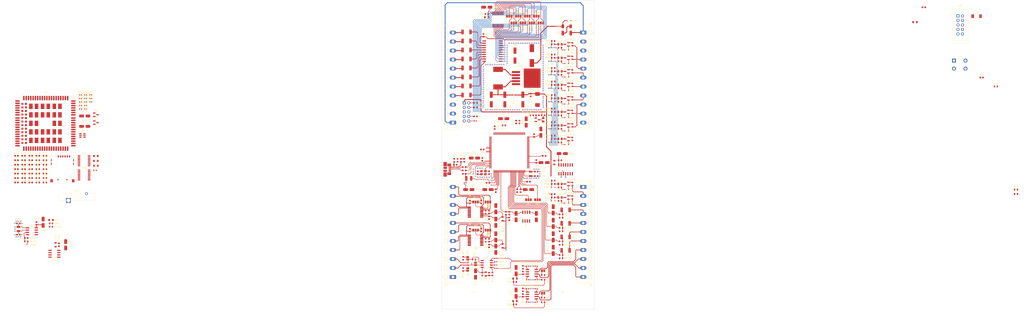
<source format=kicad_pcb>
(kicad_pcb (version 20221018) (generator pcbnew)
  (layers (0 "F.Cu" signal) (31 "B.Cu" signal) (34 "B.Paste" user) (35 "F.Paste" user) (36 "B.SilkS" user "B.Silkscreen") (37 "F.SilkS" user "F.Silkscreen") (38 "B.Mask" user) (39 "F.Mask" user) (44 "Edge.Cuts" user))
  (net 0 "")
  (net 1 "Net-(BT1-+)")
  (net 2 "GND")
  (net 3 "+3V3")
  (net 4 "Net-(U1-FB)")
  (net 5 "Net-(U2-VDDIN)")
  (net 6 "Net-(U1-K)")
  (net 7 "Net-(C7-Pad1)")
  (net 8 "/~{NRST}")
  (net 9 "Net-(U2-VDDOUT)")
  (net 10 "Net-(U2-VDDPLL)")
  (net 11 "Net-(C32-Pad1)")
  (net 12 "Net-(C35-Pad1)")
  (net 13 "Net-(Q1-C)")
  (net 14 "Net-(C40-Pad1)")
  (net 15 "/LTE/VDD_EXT")
  (net 16 "Net-(U4-VCCB)")
  (net 17 "Net-(U5-VCCB)")
  (net 18 "Net-(U6-VCC)")
  (net 19 "Net-(U7-VCC)")
  (net 20 "Net-(U8-DVDD)")
  (net 21 "MCV_RTD0_RTDIN-")
  (net 22 "Net-(JP6-B)")
  (net 23 "Net-(JP6-A)")
  (net 24 "Net-(U9-VCC)")
  (net 25 "Net-(U10-DVDD)")
  (net 26 "MCV_RTD1_RTDIN-")
  (net 27 "Net-(JP11-B)")
  (net 28 "Net-(JP11-A)")
  (net 29 "+24V")
  (net 30 "Net-(U12-VCC)")
  (net 31 "Net-(U13-VCC)")
  (net 32 "Net-(U14-FB)")
  (net 33 "Net-(U15-VCC)")
  (net 34 "Net-(U15-VBAT)")
  (net 35 "Net-(U15-X1)")
  (net 36 "Net-(U15-X2)")
  (net 37 "Net-(U16-VCC)")
  (net 38 "MCV_RS_A")
  (net 39 "MCV_RS_B")
  (net 40 "Net-(D5-K)")
  (net 41 "Net-(D5-A)")
  (net 42 "Net-(D6-K)")
  (net 43 "Net-(D6-A)")
  (net 44 "Net-(D7-K)")
  (net 45 "Net-(D7-A)")
  (net 46 "Net-(D8-K)")
  (net 47 "Net-(D8-A)")
  (net 48 "Net-(D9-K)")
  (net 49 "Net-(D9-A)")
  (net 50 "Net-(D10-K)")
  (net 51 "Net-(D10-A)")
  (net 52 "Net-(D11-K)")
  (net 53 "Net-(D11-A)")
  (net 54 "Net-(D12-K)")
  (net 55 "Net-(D12-A)")
  (net 56 "Net-(D13-K)")
  (net 57 "Net-(D13-A)")
  (net 58 "Net-(D14-K)")
  (net 59 "Net-(D14-A)")
  (net 60 "Net-(D15-K)")
  (net 61 "Net-(D15-A)")
  (net 62 "Net-(D16-K)")
  (net 63 "Net-(D16-A)")
  (net 64 "Net-(D17-K)")
  (net 65 "Net-(D17-A)")
  (net 66 "Net-(D18-K)")
  (net 67 "Net-(D18-A)")
  (net 68 "Net-(D19-K)")
  (net 69 "Net-(D19-A)")
  (net 70 "/IO/DI0")
  (net 71 "/IO/DI1")
  (net 72 "/IO/DI2")
  (net 73 "/IO/DI3")
  (net 74 "/IO/DI4")
  (net 75 "/IO/DI5")
  (net 76 "/IO/DI6")
  (net 77 "/IO/DI7")
  (net 78 "Net-(D29-K)")
  (net 79 "Net-(D29-A)")
  (net 80 "Net-(D30-K)")
  (net 81 "Net-(D30-A)")
  (net 82 "Net-(D31-K)")
  (net 83 "Net-(D31-A)")
  (net 84 "Net-(D37-K)")
  (net 85 "Net-(D32-K)")
  (net 86 "Net-(D33-K)")
  (net 87 "Net-(U11-1C)")
  (net 88 "/IO/MCV_DO0")
  (net 89 "Net-(U11-2C)")
  (net 90 "/IO/MCV_DO1")
  (net 91 "Net-(U11-3C)")
  (net 92 "/IO/MCV_DO2")
  (net 93 "Net-(U11-4C)")
  (net 94 "/IO/MCV_DO3")
  (net 95 "Net-(U11-5C)")
  (net 96 "/IO/MCV_DO4")
  (net 97 "Net-(U11-6C)")
  (net 98 "/IO/MCV_DO5")
  (net 99 "Net-(U11-7C)")
  (net 100 "/IO/MCV_DO6")
  (net 101 "Net-(U11-8C)")
  (net 102 "/IO/MCV_DO7")
  (net 103 "/IO/MCV_AI0")
  (net 104 "Net-(F9-Pad2)")
  (net 105 "/IO/MCV_AI1")
  (net 106 "Net-(F10-Pad2)")
  (net 107 "/IO/MCV_AI2")
  (net 108 "Net-(F11-Pad2)")
  (net 109 "/IO/MCV_AI3")
  (net 110 "Net-(F12-Pad2)")
  (net 111 "VIN_24V")
  (net 112 "Net-(D2-IO2)")
  (net 113 "Net-(J1-SWDIO{slash}TMS)")
  (net 114 "Net-(J1-SWDCLK{slash}TCK)")
  (net 115 "Net-(J1-SWO{slash}TDO)")
  (net 117 "Net-(J1-NC{slash}TDI)")
  (net 118 "Net-(J1-~{RESET})")
  (net 119 "Net-(J2-PadSH)")
  (net 120 "Net-(J2-Pad2)")
  (net 121 "Net-(J2-Pad3)")
  (net 123 "/SPI_MOSI")
  (net 124 "Earth_Protective")
  (net 125 "/ESP32_INT")
  (net 126 "/SPI_CS0")
  (net 127 "/SAM4E_INT")
  (net 128 "/SPI_SCK")
  (net 129 "/SPI_MISO")
  (net 130 "Net-(J4-GND)")
  (net 132 "Net-(J4-PadSH)")
  (net 133 "/IO/MCV_DI0")
  (net 134 "/IO/MCV_DI1")
  (net 135 "/IO/MCV_DI2")
  (net 136 "/IO/MCV_DI3")
  (net 137 "/IO/MCV_DI4")
  (net 138 "/IO/MCV_DI5")
  (net 139 "/IO/MCV_DI6")
  (net 140 "/IO/MCV_DI7")
  (net 141 "MCV_RTD0_FORCE+")
  (net 142 "MCV_RTD0_RTDIN+")
  (net 143 "MCV_RTD0_FORCE-")
  (net 144 "MCV_RTD1_FORCE+")
  (net 145 "MCV_RTD1_RTDIN+")
  (net 146 "MCV_RTD1_FORCE-")
  (net 147 "/IO/MCV_CNT0")
  (net 148 "/IO/MCV_CNT1")
  (net 149 "MCV_CAN0_H")
  (net 150 "MCV_CAN0_L")
  (net 151 "MCV_CAN1_H")
  (net 152 "MCV_CAN1_L")
  (net 153 "Net-(JP5-C)")
  (net 154 "Net-(JP7-A)")
  (net 155 "Net-(JP8-B)")
  (net 156 "Net-(JP9-A)")
  (net 157 "Net-(JP10-C)")
  (net 158 "/IO/DO0")
  (net 159 "Net-(JP12-C)")
  (net 160 "/IO/~{DO0}")
  (net 161 "/IO/DO2")
  (net 162 "Net-(JP13-C)")
  (net 163 "/IO/~{DO2}")
  (net 164 "/IO/DO5")
  (net 165 "Net-(JP14-C)")
  (net 166 "/IO/~{DO5}")
  (net 167 "/IO/DO7")
  (net 168 "Net-(JP15-C)")
  (net 169 "/IO/~{DO7}")
  (net 170 "/IO/DO1")
  (net 171 "Net-(JP16-C)")
  (net 172 "/IO/~{DO1}")
  (net 173 "/IO/DO3")
  (net 174 "Net-(JP17-C)")
  (net 175 "/IO/~{DO3}")
  (net 176 "/IO/DO4")
  (net 177 "Net-(JP18-C)")
  (net 178 "/IO/~{DO4}")
  (net 179 "/IO/DO6")
  (net 180 "Net-(JP19-C)")
  (net 181 "/IO/~{DO6}")
  (net 182 "Net-(U14-OUT)")
  (net 183 "Net-(Q1-B)")
  (net 184 "Net-(Q2-B)")
  (net 185 "Net-(Q2-C)")
  (net 186 "Net-(Q3-E)")
  (net 187 "Net-(Q4-E)")
  (net 188 "Net-(Q5-E)")
  (net 189 "Net-(Q6-E)")
  (net 190 "Net-(Q7-E)")
  (net 191 "Net-(Q8-E)")
  (net 192 "Net-(Q9-E)")
  (net 193 "Net-(Q10-E)")
  (net 194 "Net-(Q11-E)")
  (net 195 "Net-(Q12-E)")
  (net 196 "Net-(Q13-B)")
  (net 197 "/VBUS")
  (net 198 "/DDM")
  (net 199 "/DDP")
  (net 200 "/I2C_SDA")
  (net 201 "/I2C_SCL")
  (net 202 "/LTE_PWRKEY")
  (net 203 "/LTE_RESET_N")
  (net 204 "Net-(U3-USIM_RST)")
  (net 205 "Net-(U3-USIM_CLK)")
  (net 206 "Net-(U3-USIM_DATA)")
  (net 207 "Net-(U4-OE)")
  (net 208 "Net-(U5-OE)")
  (net 209 "Net-(U5-A4)")
  (net 210 "Net-(U4-B1)")
  (net 211 "/LTE/LTE_UART_RI")
  (net 212 "Net-(U4-B2)")
  (net 213 "/LTE/LTE_UART_DCD")
  (net 214 "Net-(U4-B3)")
  (net 215 "/LTE/LTE_UART_CTS")
  (net 216 "Net-(U4-B4)")
  (net 217 "/LTE/LTE_UART_RTS")
  (net 218 "Net-(U4-B5)")
  (net 219 "/LTE/LTE_UART_DTR")
  (net 220 "Net-(U4-B6)")
  (net 221 "/LTE/LTE_UART_TXD")
  (net 222 "Net-(U4-B7)")
  (net 223 "/LTE/LTE_UART_RXD")
  (net 224 "Net-(U4-B8)")
  (net 225 "/LTE_AP_READY")
  (net 226 "Net-(U5-B4)")
  (net 227 "/LTE_STATUS")
  (net 228 "Net-(U5-B1)")
  (net 229 "/LTE/LTE_UART_DBG_TXD")
  (net 230 "Net-(U5-B2)")
  (net 231 "/LTE/LTE_UART_DBG_RXD")
  (net 232 "/CAN0_RS")
  (net 233 "Net-(U6-D)")
  (net 234 "/CAN0_D")
  (net 235 "/CAN0_EN")
  (net 236 "/CAN0_R")
  (net 237 "/CAN1_RS")
  (net 238 "Net-(U7-D)")
  (net 239 "/CAN1_D")
  (net 240 "/CAN1_EN")
  (net 241 "/CAN1_R")
  (net 242 "Net-(U8-BIAS)")
  (net 243 "Net-(U8-ISENSOR)")
  (net 244 "/RS_RO")
  (net 245 "Net-(U9-RO)")
  (net 246 "/~{RS_RE}")
  (net 247 "Net-(U9-~{RE})")
  (net 248 "/RS_DE")
  (net 249 "Net-(U9-DE)")
  (net 250 "/RS_DI")
  (net 251 "Net-(U9-DI)")
  (net 252 "Net-(U10-BIAS)")
  (net 253 "Net-(U10-ISENSOR)")
  (net 254 "/AI0")
  (net 255 "/AI1")
  (net 256 "/AI2")
  (net 257 "/AI3")
  (net 258 "/PWR_LED")
  (net 259 "/RTC_MFP")
  (net 260 "Net-(D2-IO3)")
  (net 268 "Net-(JP1-C)")
  (net 271 "Net-(JP2-C)")
  (net 272 "Net-(U2-PA7{slash}PGMNVALID)")
  (net 273 "Net-(U2-PA8{slash}PGMM0)")
  (net 288 "/~{RTD1_DRDY}")
  (net 290 "/~{RTD0_DRDY}")
  (net 300 "/CNT1")
  (net 302 "/CNT0")
  (net 310 "/SPI_CS2")
  (net 312 "/SPI_CS1")
  (net 319 "Net-(U2-PB8)")
  (net 320 "Net-(U2-PB9)")
  (net 323 "/LTE/AP_READY")
  (net 328 "Net-(U3-DBG_RXD)")
  (net 329 "Net-(U3-DBG_TXD)")
  (net 354 "/LTE/STATUS")
  (net 355 "Net-(U3-RI)")
  (net 356 "Net-(U3-DCD)")
  (net 357 "Net-(U3-CTS)")
  (net 358 "Net-(U3-RTS)")
  (net 359 "Net-(U3-DTR)")
  (net 360 "Net-(U3-TXD)")
  (net 361 "Net-(U3-RXD)")
  (net 400 "Net-(JP3-A)")
  (net 401 "Net-(JP4-A)")
  (net 402 "Net-(U6-R)")
  (net 403 "Net-(U6-EN)")
  (net 404 "Net-(U6-Rs)")
  (net 405 "Net-(U7-R)")
  (net 406 "Net-(U7-EN)")
  (net 407 "Net-(U7-Rs)")
  (net 408 "Net-(D2-IO4)")
  (net 409 "Net-(D1-K)")
  (net 410 "Net-(D2-IO1)")
  (net 412 "Net-(D20-K)")
  (net 413 "Net-(D20-A)")
  (net 414 "Net-(D32-A)")
  (net 415 "Net-(D34-K)")
  (net 416 "Net-(D35-A)")
  (net 417 "Net-(D37-A)")
  (net 418 "Net-(D38-K)")
  (footprint "LED_SMD:LED_0805_2012Metric" (layer "F.Cu") (at 142.875 51.435)
    (fp_text reference "D14")
    (fp_text value "LED")
  )
  (footprint "Capacitor_SMD:C_0603_1608Metric" (layer "F.Cu") (at -144.145 144.78 180)
    (fp_text reference "C96")
    (fp_text value "22uF/6.3V/20%/C0603")
  )
  (footprint "Capacitor_SMD:CP_Elec_4x5.4" (layer "F.Cu") (at -125.125 84.215)
    (fp_text reference "C40")
    (fp_text value "100uF/16V/20%/4x5.4mm")
  )
  (footprint "Capacitor_SMD:C_0603_1608Metric" (layer "F.Cu") (at 117.475 190.5)
    (fp_text reference "C60")
    (fp_text value "22uF/6.3V/20%/C0603")
  )
  (footprint "Package_SO:SOIC-8_3.9x4.9mm_P1.27mm" (layer "F.Cu") (at 127 172.72)
    (fp_text reference "U6")
    (fp_text value "SN65HVD234")
  )
  (footprint "Capacitor_SMD:C_0603_1608Metric" (layer "F.Cu") (at 118.11 87.63 90)
    (fp_text reference "C27")
    (fp_text value "0.1uF/6.3V/20%/C0603")
  )
  (footprint "Capacitor_SMD:C_0603_1608Metric" (layer "F.Cu") (at 96.52 116.205 -90)
    (fp_text reference "C10")
    (fp_text value "12pF/6.3V/10%/C0603")
  )
  (footprint "Capacitor_SMD:C_0603_1608Metric" (layer "F.Cu") (at 126.365 72.39 -90)
    (fp_text reference "C94")
    (fp_text value "22uF/6.3V/20%/C0603")
  )
  (footprint "Resistor_SMD:R_0603_1608Metric" (layer "F.Cu") (at 139.065 43.815 180)
    (fp_text reference "R79")
    (fp_text value "4.3K/R0603")
  )
  (footprint "Resistor_SMD:R_0603_1608Metric" (layer "F.Cu") (at 139.065 74.295 180)
    (fp_text reference "R87")
    (fp_text value "4.3K/R0603")
  )
  (footprint "Connector_Card:microSIM_JAE_SF53S006VCBR2000" (layer "F.Cu") (at -137.725 113.635)
    (fp_text reference "J4")
    (fp_text value "SF53S006VCBR2000")
  )
  (footprint "Resistor_SMD:R_0603_1608Metric" (layer "F.Cu") (at 143.51 156.845)
    (fp_text reference "R105")
    (fp_text value "100R/1W/R0603")
  )
  (footprint "Resistor_SMD:R_0603_1608Metric" (layer "F.Cu") (at 143.51 147.32 180)
    (fp_text reference "R108")
    (fp_text value "10K/R0603")
  )
  (footprint "Diode_SMD:D_SOD-323" (layer "F.Cu") (at 139.065 45.72)
    (fp_text reference "D21")
    (fp_text value "CMDZ3V6")
  )
  (footprint "Resistor_SMD:R_0402_1005Metric" (layer "F.Cu") (at -124.635 78.305)
    (fp_text reference "R32")
    (fp_text value "0R(board_mounted)")
  )
  (footprint "Capacitor_SMD:CP_Elec_10x12.5" (layer "F.Cu") (at 127 50.165 90)
    (fp_text reference "C89")
    (fp_text value "100uF/63V/20%/10x12.5mm (APD1012101M063R)")
  )
  (footprint "Resistor_SMD:R_0402_1005Metric" (layer "F.Cu") (at 129.54 176.53)
    (fp_text reference "R41")
    (fp_text value "0R(board_mounted)")
  )
  (footprint "Capacitor_SMD:CP_Elec_4x5.4" (layer "F.Cu") (at 118.11 171.45 90)
    (fp_text reference "C63")
    (fp_text value "10uF/16V/20%/4x5.4mm")
  )
  (footprint "Capacitor_SMD:CP_Elec_4x5.4" (layer "F.Cu") (at 133.985 110.49)
    (fp_text reference "C13")
    (fp_text value "10uF/16V/20%/4x5.4mm")
  )
  (footprint "Resistor_SMD:R_0402_1005Metric" (layer "F.Cu") (at -127.545 72.335)
    (fp_text reference "R19")
    (fp_text value "0R(board_mounted)")
  )
  (footprint "Capacitor_SMD:C_0603_1608Metric" (layer "F.Cu") (at -155.585 119.215)
    (fp_text reference "C56")
    (fp_text value "10uF/6.3V/20%/C0603")
  )
  (footprint "Resistor_SMD:R_0402_1005Metric" (layer "F.Cu") (at -124.635 80.295)
    (fp_text reference "R33")
    (fp_text value "0R(board_mounted)")
  )
  (footprint "Capacitor_SMD:C_0603_1608Metric" (layer "F.Cu") (at 102.235 121.92 180)
    (fp_text reference "C24")
    (fp_text value "0.1uF/6.3V/20%/C0603")
  )
  (footprint "Resistor_SMD:R_0603_1608Metric" (layer "F.Cu") (at 100.965 154.305 90)
    (fp_text reference "R53")
    (fp_text value "400R/R0603")
  )
  (footprint "Resistor_SMD:R_0402_1005Metric" (layer "F.Cu") (at -127.545 80.295)
    (fp_text reference "R28")
    (fp_text value "0R(board_mounted)")
  )
  (footprint "Resistor_SMD:R_0603_1608Metric" (layer "F.Cu") (at 94.425 165.1)
    (fp_text reference "R60")
    (fp_text value "120R/R0603")
  )
  (footprint "Resistor_SMD:R_0603_1608Metric" (layer "F.Cu") (at 400.05 128.24)
    (fp_text reference "R12")
    (fp_text value "10K/R0603")
  )
  (footprint "Fuse:Fuse_2010_5025Metric" (layer "F.Cu") (at 146.05 160.02 180)
    (fp_text reference "F12")
    (fp_text value "MF-SMDF050")
  )
  (footprint "Resistor_SMD:R_0603_1608Metric" (layer "F.Cu") (at 142.875 99.06 180)
    (fp_text reference "R78")
    (fp_text value "10K/R0603")
  )
  (footprint "Resistor_SMD:R_0603_1608Metric" (layer "F.Cu") (at 130.175 83.82 180)
    (fp_text reference "R113")
    (fp_text value "10K/R0603")
  )
  (footprint "Resistor_SMD:R_0603_1608Metric" (layer "F.Cu") (at 133.35 189.23 180)
    (fp_text reference "R48")
    (fp_text value "10K/R0603")
  )
  (footprint "Diode_SMD:D_SOD-323" (layer "F.Cu") (at 147.955 30.48 180)
    (fp_text reference "D36")
    (fp_text value "SD36C-01FTG")
  )
  (footprint "Capacitor_SMD:CP_Elec_4x5.4" (layer "F.Cu") (at 95.25 173.355 -90)
    (fp_text reference "C73")
    (fp_text value "10uF/16V/20%/4x5.4mm")
  )
  (footprint "Resistor_SMD:R_0603_1608Metric" (layer "F.Cu") (at 139.065 89.535 180)
    (fp_text reference "R91")
    (fp_text value "4.3K/R0603")
  )
  (footprint "Resistor_SMD:R_0603_1608Metric" (layer "F.Cu") (at 133.35 186.69 180)
    (fp_text reference "R52")
    (fp_text value "120R/R0402")
  )
  (footprint "Capacitor_SMD:C_0603_1608Metric" (layer "F.Cu") (at 98.425 132.715 -90)
    (fp_text reference "C79")
    (fp_text value "0.1uF/6.3V/20%/C0603")
  )
  (footprint "Capacitor_SMD:CP_Elec_4x5.4" (layer "F.Cu") (at 106.68 144.145 -90)
    (fp_text reference "C75")
    (fp_text value "10uF/16V/20%/4x5.4mm")
  )
  (footprint "Jumper:SolderJumper-3_P1.3mm_Open_Pad1.0x1.5mm" (layer "F.Cu") (at 119.38 27.94)
    (fp_text reference "JP19")
    (fp_text value "SolderJumper_3_Open")
  )
  (footprint "Fuse:Fuse_2010_5025Metric" (layer "F.Cu") (at 146.05 152.4 180)
    (fp_text reference "F11")
    (fp_text value "MF-SMDF050")
  )
  (footprint "Capacitor_SMD:CP_Elec_4x5.4" (layer "F.Cu") (at 94.615 107.95 180)
    (fp_text reference "C22")
    (fp_text value "10uF/16V/20%/4x5.4mm")
  )
  (footprint "Capacitor_SMD:C_0603_1608Metric" (layer "F.Cu") (at 102.87 173.355 90)
    (fp_text reference "C71")
    (fp_text value "22uF/6.3V/20%/C0603")
  )
  (footprint "Capacitor_SMD:CP_Elec_4x5.4" (layer "F.Cu") (at 102.235 125.73 180)
    (fp_text reference "C3")
    (fp_text value "10uF/16V/20%/4x5.4mm")
  )
  (footprint "Diode_SMD:D_SOD-323" (layer "F.Cu") (at 139.065 76.2)
    (fp_text reference "D25")
    (fp_text value "CMDZ3V6")
  )
  (footprint "Resistor_SMD:R_0603_1608Metric" (layer "F.Cu") (at 104.775 173.355 90)
    (fp_text reference "R58")
    (fp_text value "10K/R0603")
  )
  (footprint "Diode_SMD:D_SOD-323" (layer "F.Cu") (at 139.065 53.34)
    (fp_text reference "D22")
    (fp_text value "CMDZ3V6")
  )
  (footprint "Capacitor_SMD:C_0603_1608Metric" (layer "F.Cu") (at -159.595 106.665)
    (fp_text reference "C43")
    (fp_text value "10pF/6.3V/20%/C0603")
  )
  (footprint "Capacitor_SMD:CP_Elec_4x5.4" (layer "F.Cu") (at 139.065 144.78 90)
    (fp_text reference "C86")
    (fp_text value "1uF/16V/20%/4x5.4mm")
  )
  (footprint "Capacitor_SMD:C_0603_1608Metric" (layer "F.Cu") (at -159.595 119.215)
    (fp_text reference "C49")
    (fp_text value "1uF/6.3V/20%/C0603")
  )
  (footprint "Jumper:SolderJumper-2_P1.3mm_Open_Pad1.0x1.5mm" (layer "F.Cu") (at 95.25 167.64 -90)
    (fp_text reference "JP7")
    (fp_text value "SolderJumper_2_Open")
  )
  (footprint "Resistor_SMD:R_0603_1608Metric" (layer "F.Cu") (at 149.86 130.175 90)
    (fp_text reference "R96")
    (fp_text value "100R/R0603")
  )
  (footprint "Package_TO_SOT_SMD:SOT-23" (layer "F.Cu") (at -118.805 87.965)
    (fp_text reference "Q2")
    (fp_text value "BC817")
  )
  (footprint "Resistor_SMD:R_0603_1608Metric" (layer "F.Cu") (at -151.575 116.705)
    (fp_text reference "R17")
    (fp_text value "47K/R0603")
  )
  (footprint "Jumper:SolderJumper-3_P1.3mm_Open_Pad1.0x1.5mm" (layer "F.Cu") (at 114.3 27.94)
    (fp_text reference "JP15")
    (fp_text value "SolderJumper_3_Open")
  )
  (footprint "Resistor_SMD:R_0603_1608Metric" (layer "F.Cu") (at 121.92 182.245 -90)
    (fp_text reference "R50")
    (fp_text value "10K/R0603")
  )
  (footprint "Resistor_SMD:R_0603_1608Metric" (layer "F.Cu") (at 100.965 138.43 90)
    (fp_text reference "R62")
    (fp_text value "400R/R0603")
  )
  (footprint "Capacitor_SMD:CP_Elec_4x5.4" (layer "F.Cu") (at -135.89 156.845 90)
    (fp_text reference "C103")
    (fp_text value "10uF/16V/20%/4x5.4mm")
  )
  (footprint "Package_QFP:LQFP-144_20x20mm_P0.5mm" (layer "F.Cu") (at 114.3 104.775 90)
    (fp_text reference "U2")
    (fp_text value "ATSAM4E16E")
  )
  (footprint "Package_SO:SSOP-20_5.3x7.2mm_P0.65mm" (layer "F.Cu") (at 95.25 154.305 180)
    (fp_text reference "U8")
    (fp_text value "MAX31865xAP")
  )
  (footprint "Capacitor_SMD:C_0603_1608Metric" (layer "F.Cu") (at -158.115 153.035)
    (fp_text reference "C99")
    (fp_text value "0.1uF/6.3V/20%/C0603")
  )
  (footprint "Resistor_SMD:R_0603_1608Metric" (layer "F.Cu") (at 88.265 164.465 90)
    (fp_text reference "R61")
    (fp_text value "420R/R0603")
  )
  (footprint "Package_TO_SOT_SMD:SOT-23" (layer "F.Cu") (at 146.685 122.555 180)
    (fp_text reference "Q11")
    (fp_text value "BC807")
  )
  (footprint "Inductor_SMD:L_0805_2012Metric" (layer "F.Cu") (at -118.865 109.535)
    (fp_text reference "L4")
    (fp_text value "FB0805/600R/2A")
  )
  (footprint "Resistor_SMD:R_0603_1608Metric" (layer "F.Cu") (at 88.9 113.03)
    (fp_text reference "R7")
    (fp_text value "27R/R0603")
  )
  (footprint "digikey-footprints:SMD-2_3.2x1.5mm" (layer "F.Cu") (at -162.56 147.955 90)
    (fp_text reference "XTAL1")
    (fp_text value "ECS-_327-7-34B-TR")
  )
  (footprint "Diode_SMD:D_SOD-323" (layer "F.Cu") (at 146.685 100.33 180)
    (fp_text reference "D12")
    (fp_text value "CMDZ12V")
  )
  (footprint "Resistor_SMD:R_0402_1005Metric" (layer "F.Cu") (at 129.54 181.61)
    (fp_text reference "R46")
    (fp_text value "0R(board_mounted)")
  )
  (footprint "Capacitor_SMD:CP_Elec_4x5.4" (layer "F.Cu") (at 106.68 159.385 -90)
    (fp_text reference "C66")
    (fp_text value "10uF/16V/20%/4x5.4mm")
  )
  (footprint "Resistor_SMD:R_0603_1608Metric" (layer "F.Cu") (at 139.065 95.25)
    (fp_text reference "R94")
    (fp_text value "10K/R0603")
  )
  (footprint "Capacitor_SMD:C_0603_1608Metric" (layer "F.Cu") (at -159.595 114.195)
    (fp_text reference "C46")
    (fp_text value "0.1uF/6.3V/20%/C0603")
  )
  (footprint "Jumper:SolderJumper-3_P1.3mm_Open_Pad1.0x1.5mm" (layer "F.Cu") (at 127 31.75)
    (fp_text reference "JP13")
    (fp_text value "SolderJumper_3_Open")
  )
  (footprint "Resistor_SMD:R_0603_1608Metric" (layer "F.Cu") (at 143.51 154.94 180)
    (fp_text reference "R109")
    (fp_text value "10K/R0603")
  )
  (footprint "Capacitor_SMD:CP_Elec_4x5.4" (layer "F.Cu") (at 144.145 105.41)
    (fp_text reference "C82")
    (fp_text value "10uF/16V/20%/4x5.4mm")
  )
  (footprint "Jumper:SolderJumper-3_P1.3mm_Open_Pad1.0x1.5mm" (layer "F.Cu") (at 102.235 148.59 180)
    (fp_text reference "JP5")
    (fp_text value "SolderJumper_3_Open")
  )
  (footprint "Capacitor_SMD:CP_Elec_4x5.4" (layer "F.Cu") (at -148.59 144.145 90)
    (fp_text reference "C98")
    (fp_text value "10uF/16V/20%/4x5.4mm")
  )
  (footprint "Capacitor_SMD:C_0603_1608Metric" (layer "F.Cu") (at 129.54 109.855 90)
    (fp_text reference "C15")
    (fp_text value "0.1uF/6.3V/20%/C0603")
  )
  (footprint "Diode_SMD:D_SOD-323" (layer "F.Cu") (at 139.065 60.96)
    (fp_text reference "D23")
    (fp_text value "CMDZ3V6")
  )
  (footprint "Capacitor_SMD:C_0603_1608Metric" (layer "F.Cu") (at 118.745 126.365 -90)
    (fp_text reference "C25")
    (fp_text value "0.1uF/6.3V/20%/C0603")
  )
  (footprint "Resistor_SMD:R_0603_1608Metric" (layer "F.Cu") (at 86.995 109.22 90)
    (fp_text reference "R6")
    (fp_text value "47K/R0603")
  )
  (footprint "Resistor_SMD:R_0402_1005Metric" (layer "F.Cu") (at -121.725 72.335)
    (fp_text reference "R34")
    (fp_text value "0R(board_mounted)")
  )
  (footprint "Capacitor_SMD:C_0603_1608Metric" (layer "F.Cu") (at 99.06 108.712 -90)
    (fp_text reference "C23")
    (fp_text value "0.1uF/6.3V/20%/C0603")
  )
  (footprint "LED_SMD:LED_0805_2012Metric" (layer "F.Cu") (at 142.875 59.055)
    (fp_text reference "D15")
    (fp_text value "LED")
  )
  (footprint "Fuse:Fuse_2010_5025Metric" (layer "F.Cu") (at 90.17 62.23 180)
    (fp_text reference "F3")
    (fp_text value "MF-SMDF050")
  )
  (footprint "Resistor_SMD:R_0603_1608Metric" (layer "F.Cu") (at 88.9 114.935)
    (fp_text reference "R8")
    (fp_text value "27R/R0603")
  )
  (footprint "Resistor_SMD:R_0603_1608Metric" (layer "F.Cu") (at -147.565 119.215)
    (fp_text reference "R36")
    (fp_text value "10K/R0603")
  )
  (footprint "Capacitor_SMD:C_0603_1608Metric" (layer "F.Cu") (at 114.3 139.065 -90)
    (fp_text reference "C6")
    (fp_text value "100nF/6.3V/20%/C0603")
  )
  (footprint "Resistor_SMD:R_0402_1005Metric" (layer "F.Cu") (at 106.68 164.465 180)
    (fp_text reference "R57")
    (fp_text value "0R(board_mounted)")
  )
  (footprint "Inductor_SMD:L_0805_2012Metric" (layer "F.Cu") (at 101.6 28.575)
    (fp_text reference "L12")
    (fp_text value "FB0805/600R/2A")
  )
  (footprint "LED_SMD:LED_0805_2012Metric" (layer "F.Cu") (at 142.875 81.915)
    (fp_text reference "D18")
    (fp_text value "LED")
  )
  (footprint "Resistor_SMD:R_0603_1608Metric" (layer "F.Cu") (at 85.09 109.22 90)
    (fp_text reference "RV2")
    (fp_text value "V5.5MLA0603N")
  )
  (footprint "LED_SMD:LED_0805_2012Metric" (layer "F.Cu") (at 142.875 130.175)
    (fp_text reference "D32")
    (fp_text value "LED")
  )
  (footprint "Jumper:SolderJumper-3_P1.3mm_Open_Pad1.0x1.5mm" (layer "F.Cu") (at 132.08 31.75)
    (fp_text reference "JP17")
    (fp_text value "SolderJumper_3_Open")
  )
  (footprint "Capacitor_SMD:C_0603_1608Metric" (layer "F.Cu") (at -163.605 111.685)
    (fp_text reference "C37")
    (fp_text value "33pF/6.3V/20%/C0603")
  )
  (footprint "Jumper:SolderJumper-3_P1.3mm_Open_Pad1.0x1.5mm" (layer "F.Cu") (at 125.095 131.445 180)
    (fp_text reference "JP1")
    (fp_text value "SolderJumper_3_Open")
  )
  (footprint "Diode_SMD:D_SOD-323" (layer "F.Cu") (at 139.065 99.06)
    (fp_text reference "D28")
    (fp_text value "CMDZ3V6")
  )
  (footprint "Capacitor_SMD:C_0603_1608Metric" (layer "F.Cu") (at -162.56 151.13)
    (fp_text reference "C101")
    (fp_text value "10pF/6.3V/10%/C0603")
  )
  (footprint "Capacitor_SMD:CP_Elec_4x5.4" (layer "F.Cu") (at 123.825 87.63 90)
    (fp_text reference "C18")
    (fp_text value "10uF/16V/20%/4x5.4mm")
  )
  (footprint "Jumper:SolderJumper-3_P1.3mm_Open_Pad1.0x1.5mm" (layer "F.Cu") (at 121.92 31.75)
    (fp_text reference "JP16")
    (fp_text value "SolderJumper_3_Open")
  )
  (footprint "Connector_Phoenix_MSTB:PhoenixContact_MSTBVA_2,5_11-G-5,08_1x11_P5.08mm_Vertical" (layer "F.Cu") (at 82.5 175.025 90)
    (fp_text reference "J7")
    (fp_text value "Screw_Terminal_01x11")
  )
  (footprint "Capacitor_SMD:C_0603_1608Metric" (layer "F.Cu") (at 102.87 116.205 90)
    (fp_text reference "C11")
    (fp_text value "12pF/6.3V/10%/C0603")
  )
  (footprint "Inductor_SMD:L_0805_2012Metric" (layer "F.Cu") (at -118.865 112.285)
    (fp_text reference "L5")
    (fp_text value "FB0805/600R/2A")
  )
  (footprint "Inductor_SMD:L_0805_2012Metric" (layer "F.Cu") (at -144.145 142.875 180)
    (fp_text reference "L14")
    (fp_text value "FB0805/600R/2A")
  )
  (footprint "Resistor_SMD:R_0603_1608Metric" (layer "F.Cu") (at 127 83.82 180)
    (fp_text reference "R114")
    (fp_text value "1K/R0603")
  )
  (footprint "Connector_Phoenix_MSTB:PhoenixContact_MSTBVA_2,5_11-G-5,08_1x11_P5.08mm_Vertical" (layer "F.Cu") (at 156 124.225 -90)
    (fp_text reference "J8")
    (fp_text value "Screw_Terminal_01x11")
  )
  (footprint "Resistor_SMD:R_0402_1005Metric" (layer "F.Cu") (at 124.46 181.61 180)
    (fp_text reference "R43")
    (fp_text value "0R(board_mounted)")
  )
  (footprint "Resistor_SMD:R_0402_1005Metric" (layer "F.Cu") (at -124.635 72.335)
    (fp_text reference "R29")
    (fp_text value "0R(board_mounted)")
  )
  (footprint "Capacitor_SMD:C_0603_1608Metric" (layer "F.Cu") (at 102.87 154.305 90)
    (fp_text reference "C67")
    (fp_text value "0.1uF/6.3V/20%/C0603")
  )
  (footprint "Resistor_SMD:R_0603_1608Metric" (layer "F.Cu") (at 149.86 81.915 90)
    (fp_text reference "R68")
    (fp_text value "100R/R0603")
  )
  (footprint "Resistor_SMD:R_0402_1005Metric" (layer "F.Cu") (at -127.545 78.305)
    (fp_text reference "R27")
    (fp_text value "0R(board_mounted)")
  )
  (footprint "Inductor_SMD:L_0805_2012Metric" (layer "F.Cu") (at 343.075 31.2875)
    (fp_text reference "L1")
    (fp_text value "FB0805/600R/2A")
  )
  (footprint "Resistor_SMD:R_0402_1005Metric" (layer "F.Cu") (at 124.46 176.53 180)
    (fp_text reference "R40")
    (fp_text value "0R(board_mounted)")
  )
  (footprint "Capacitor_SMD:C_0603_1608Metric" (layer "F.Cu") (at 92.075 132.715 90)
    (fp_text reference "C78")
    (fp_text value "0.1uF/6.3V/20%/C0603")
  )
  (footprint "Package_SO:SOIC-8_3.9x4.9mm_P1.27mm" (layer "F.Cu") (at -154.94 149.225)
    (fp_text reference "U15")
    (fp_text value "MCP7940N-xSN")
  )
  (footprint "Capacitor_SMD:CP_Elec_4x5.4" (layer "F.Cu") (at 139.065 160.02 90)
    (fp_text reference "C88")
    (fp_text value "1uF/16V/20%/4x5.4mm")
  )
  (footprint "Capacitor_SMD:C_0603_1608Metric" (layer "F.Cu") (at 120.015 87.63 90)
    (fp_text reference "C19")
    (fp_text value "0.1uF/6.3V/20%/C0603")
  )
  (footprint "Resistor_SMD:R_0603_1608Metric" (layer "F.Cu") (at 139.065 128.27)
    (fp_text reference "R102")
    (fp_text value "10K/R0603")
  )
  (footprint "Inductor_SMD:L_0805_2012Metric" (layer "F.Cu") (at 110.49 157.48 90)
    (fp_text reference "L8")
    (fp_text value "FB0805/600R/2A")
  )
  (footprint "Diode_SMD:D_SOD-523" (layer "F.Cu") (at -119.32 114.885)
    (fp_text reference "D3")
    (fp_text value "VESD05C1-02V")
  )
  (footprint "Capacitor_SMD:CP_Elec_6.3x7.7" (layer "F.Cu") (at 104.14 74.93 -90)
    (fp_text reference "C91")
    (fp_text value "220uF/16V/20%/6.3x7.7mm")
  )
  (footprint "Resistor_SMD:R_0603_1608Metric" (layer "F.Cu") (at 143.51 141.605)
    (fp_text reference "R103")
    (fp_text value "100R/1W/R0603")
  )
  (footprint "Resistor_SMD:R_0603_1608Metric" (layer "F.Cu") (at -151.575 109.175)
    (fp_text reference "R14")
    (fp_text value "4.7K/R0603")
  )
  (footprint "Inductor_SMD:L_0805_2012Metric" (layer "F.Cu") (at 139.7 110.49 90)
    (fp_text reference "L11")
    (fp_text value "FB0805/600R/2A")
  )
  (footprint "Resistor_SMD:R_0402_1005Metric" (layer "F.Cu") (at -121.725 74.325)
    (fp_text reference "R37")
    (fp_text value "0R(board_mounted)")
  )
  (footprint "Resistor_SMD:R_0603_1608Metric" (layer "F.Cu") (at -151.575 111.685)
    (fp_text reference "R15")
    (fp_text value "4.7K/R0603")
  )
  (footprint "Fuse:Fuse_2010_5025Metric" (layer "F.Cu") (at 90.17 67.31 180)
    (fp_text reference "F2")
    (fp_text value "MF-SMDF050")
  )
  (footprint "Resistor_SMD:R_0603_1608Metric" (layer "F.Cu") (at 142.875 91.44 180)
    (fp_text reference "R77")
    (fp_text value "10K/R0603")
  )
  (footprint "Capacitor_SMD:CP_Elec_6.3x7.7" (layer "F.Cu") (at 111.76 74.93 -90)
    (fp_text reference "C92")
    (fp_text value "100uF/16V/20%/6.3x7.7mm")
  )
  (footprint "Fuse:Fuse_2010_5025Metric" (layer "F.Cu") (at 90.17 72.39 180)
    (fp_text reference "F1")
    (fp_text value "MF-SMDF050")
  )
  (footprint "Resistor_SMD:R_0603_1608Metric" (layer "F.Cu") (at 143.51 149.225)
    (fp_text reference "R104")
    (fp_text value "100R/1W/R0603")
  )
  (footprint "Resistor_SMD:R_0402_1005Metric" (layer "F.Cu") (at 106.68 170.18 180)
    (fp_text reference "R54")
    (fp_text value "0R(board_mounted)")
  )
  (footprint "Capacitor_SMD:C_0603_1608Metric" (layer "F.Cu") (at 120.65 126.365 -90)
    (fp_text reference "C12")
    (fp_text value "0.1uF/6.3V/20%/C0603")
  )
  (footprint "Fuse:Fuse_2010_5025Metric" (layer "F.Cu") (at 146.05 137.16 180)
    (fp_text reference "F9")
    (fp_text value "MF-SMDF050")
  )
  (footprint "Capacitor_SMD:CP_Elec_4x5.4" (layer "F.Cu") (at 111.125 85.725 180)
    (fp_text reference "C20")
    (fp_text value "10uF/16V/20%/4x5.4mm")
  )
  (footprint "Jumper:SolderJumper-2_P1.3mm_Open_Pad1.0x1.5mm" (layer "F.Cu") (at 90.805 164.465 -90)
    (fp_text reference "JP9")
    (fp_text value "SolderJumper_2_Open")
  )
  (footprint "Capacitor_SMD:C_0603_1608Metric" (layer "F.Cu") (at -162.56 144.78)
    (fp_text reference "C100")
    (fp_text value "10pF/6.3V/10%/C0603")
  )
  (footprint "Jumper:SolderJumper-3_P1.3mm_Open_Pad1.0x1.5mm" (layer "F.Cu") (at 129.54 27.94)
    (fp_text reference "JP18")
    (fp_text value "SolderJumper_3_Open")
  )
  (footprint "Resistor_SMD:R_0603_1608Metric" (layer "F.Cu") (at 88.9 109.22 -90)
    (fp_text reference "R10")
    (fp_text value "68K/R0603")
  )
  (footprint "Capacitor_SMD:C_0603_1608Metric" (layer "F.Cu") (at -159.595 109.175)
    (fp_text reference "C44")
    (fp_text value "10pF/6.3V/20%/C0603")
  )
  (footprint "Resistor_SMD:R_0603_1608Metric" (layer "F.Cu") (at 112.395 139.065 90)
    (fp_text reference "R5")
    (fp_text value "330R/R0603")
  )
  (footprint "Capacitor_SMD:C_0603_1608Metric" (layer "F.Cu") (at -155.585 121.725)
    (fp_text reference "C57")
    (fp_text value "10uF/6.3V/20%/C0603")
  )
  (footprint "Connector_IDC:IDC-Header_2x05_P2.54mm_Vertical" (layer "F.Cu") (at 367.33 27.7875)
    (fp_text reference "J3")
    (fp_text value "302-S101")
  )
  (footprint "Resistor_SMD:R_0402_1005Metric" (layer "F.Cu") (at 89.408 121.92 180)
    (fp_text reference "R13")
    (fp_text value "1R/R0402")
  )
  (footprint "Connector_Phoenix_MSTB:PhoenixContact_MSTBVA_2,5_11-G-5,08_1x11_P5.08mm_Vertical" (layer "F.Cu") (at 82.5 87.975 90)
    (fp_text reference "J5")
    (fp_text value "Screw_Terminal_01x11")
  )
  (footprint "Capacitor_SMD:C_0603_1608Metric" (layer "F.Cu") (at 111.265 89.535 180)
    (fp_text reference "C21")
    (fp_text value "0.1uF/6.3V/20%/C0603")
  )
  (footprint "Inductor_SMD:L_0805_2012Metric" (layer "F.Cu") (at 110.49 142.24 90)
    (fp_text reference "L10")
    (fp_text value "FB0805/600R/2A")
  )
  (footprint "Resistor_SMD:R_0603_1608Metric" (layer "F.Cu") (at 142.875 45.72 180)
    (fp_text reference "R71")
    (fp_text value "10K/R0603")
  )
  (footprint "Capacitor_SMD:C_0603_1608Metric" (layer "F.Cu") (at -155.585 114.195)
    (fp_text reference "C54")
    (fp_text value "0.1uF/6.3V/20%/C0603")
  )
  (footprint "MountingHole:MountingHole_2.5mm" (layer "F.Cu") (at 144.25 187.1)
    (fp_text reference "H3")
    (fp_text value "MountingHole")
  )
  (footprint "Capacitor_SMD:C_0603_1608Metric" (layer "F.Cu") (at 129.54 115.57 180)
    (fp_text reference "C34")
    (fp_text value "12pF/6.3V/10%/C0603")
  )
  (footprint "Capacitor_SMD:C_0603_1608Metric" (layer "F.Cu") (at 129.54 118.11 180)
    (fp_text reference "C33")
    (fp_text value "12pF/6.3V/10%/C0603")
  )
  (footprint "Inductor_SMD:L_0805_2012Metric" (layer "F.Cu") (at 117.475 175.895)
    (fp_text reference "L6")
    (fp_text value "FB0805/600R/2A")
  )
  (footprint "Capacitor_SMD:C_0603_1608Metric" (layer "F.Cu") (at 142.875 109.22)
    (fp_text reference "C81")
    (fp_text value "0.1uF/6.3V/20%/C0603")
  )
  (footprint "Capacitor_SMD:C_0603_1608Metric" (layer "F.Cu") (at 92.075 148.59 90)
    (fp_text reference "C69")
    (fp_text value "0.1uF/6.3V/20%/C0603")
  )
  (footprint "Resistor_SMD:R_0603_1608Metric" (layer "F.Cu") (at 142.875 132.08 180)
    (fp_text reference "R98")
    (fp_text value "10K/R0603")
  )
  (footprint "Connector_PinHeader_2.54mm:PinHeader_2x05_P2.54mm_Vertical" (layer "F.Cu") (at 88.895 76.84)
    (fp_text reference "J1")
    (fp_text value "Conn_ARM_JTAG_SWD_10")
  )
  (footprint "Resistor_SMD:R_0603_1608Metric" (layer "F.Cu") (at -147.565 116.705)
    (fp_text reference "R35")
    (fp_text value "51K/R0603")
  )
  (footprint "Resistor_SMD:R_0603_1608Metric" (layer "F.Cu") (at 388.7 67.555)
    (fp_text reference "R9")
    (fp_text value "10K/R0603")
  )
  (footprint "MountingHole:MountingHole_2.5mm" (layer "F.Cu") (at 94.25 187.1)
    (fp_text reference "H4")
    (fp_text value "MountingHole")
  )
  (footprint "Resistor_SMD:R_0603_1608Metric" (layer "F.Cu") (at 133.35 173.895 180)
    (fp_text reference "R51")
    (fp_text value "120R/R0402")
  )
  (footprint "Resistor_SMD:R_0603_1608Metric" (layer "F.Cu") (at 149.86 66.675 90)
    (fp_text reference "R66")
    (fp_text value "100R/R0603")
  )
  (footprint "Resistor_SMD:R_0402_1005Metric" (layer "F.Cu") (at -127.545 74.325)
    (fp_text reference "R20")
    (fp_text value "0R(board_mounted)")
  )
  (footprint "Resistor_SMD:R_0603_1608Metric" (layer "F.Cu") (at -151.575 119.215)
    (fp_text reference "R18")
    (fp_text value "15K/R0603")
  )
  (footprint "Capacitor_SMD:C_0603_1608Metric" (layer "F.Cu") (at 99.06 103.124 180)
    (fp_text reference "C29")
    (fp_text value "0.1uF/6.3V/20%/C0603")
  )
  (footprint "Resistor_SMD:R_0603_1608Metric" (layer "F.Cu") (at 142.875 124.46 180)
    (fp_text reference "R97")
    (fp_text value "10K/R0603")
  )
  (footprint "Capacitor_SMD:C_0603_1608Metric" (layer "F.Cu") (at -163.605 119.215)
    (fp_text reference "C41")
    (fp_text value "0.1uF/6.3V/20%/C0603")
  )
  (footprint "Jumper:SolderJumper-3_P1.3mm_Open_Pad1.0x1.5mm" (layer "F.Cu") (at 95.25 148.59 180)
    (fp_text reference "JP6")
    (fp_text value "SolderJumper_3_Open")
  )
  (footprint "Connector_Phoenix_MSTB:PhoenixContact_MSTBVA_2,5_11-G-5,08_1x11_P5.08mm_Vertical" (layer "F.Cu") (at 156 37.175 -90)
    (fp_text reference "J6")
    (fp_text value "Screw_Terminal_01x11")
  )
  (footprint "Capacitor_SMD:C_0603_1608Metric" (layer "F.Cu") (at -155.585 106.665)
    (fp_text reference "C51")
    (fp_text value "10uF/6.3V/20%/C0603")
  )
  (footprint "Capacitor_SMD:C_0603_1608Metric" (layer "F.Cu") (at 98.425 148.59 -90)
    (fp_text reference "C70")
    (fp_text value "0.1uF/6.3V/20%/C0603")
  )
  (footprint "Resistor_SMD:R_0402_1005Metric" (layer "F.Cu") (at 124.46 189.23 180)
    (fp_text reference "R44")
    (fp_text value "0R(board_mounted)")
  )
  (footprint "Package_TO_SOT_SMD:TO-263-5_TabPin3" (layer "F.Cu") (at 125.7 62.865)
    (fp_text reference "U14")
    (fp_text value "LM2576HVS-3.3")
  )
  (footprint "Resistor_SMD:R_0603_1608Metric" (layer "F.Cu") (at 149.86 74.295 90)
    (fp_text reference "R67")
    (fp_text value "100R/R0603")
  )
  (footprint "Package_TO_SOT_SMD:SOT-23" (layer "F.Cu") (at 130.175 86.36)
    (fp_text reference "Q13")
    (fp_text value "BC817")
  )
  (footprint "Package_TO_SOT_SMD:SOT-23" (layer "F.Cu") (at 146.685 43.815 180)
    (fp_text reference "Q3")
    (fp_text value "BC807")
  )
  (footprint "Capacitor_SMD:C_0603_1608Metric" (layer "F.Cu") (at 102.87 157.48 -90)
    (fp_text reference "C65")
    (fp_text value "0.1uF/6.3V/20%/C0603")
  )
  (footprint "Fuse:Fuse_2010_5025Metric" (layer "F.Cu") (at 90.17 36.83 180)
    (fp_text reference "F8")
    (fp_text value "MF-SMDF050")
  )
  (footprint "LED_SMD:LED_0805_2012Metric" (layer "F.Cu") (at 142.875 122.555)
    (fp_text reference "D31")
    (fp_text value "LED")
  )
  (footprint "Diode_SMD:D_SOD-323" (layer "F.Cu") (at 146.685 92.71 180)
    (fp_text reference "D11")
    (fp_text value "CMDZ12V")
  )
  (footprint "Package_SO:TSSOP-20_4.4x6.5mm_P0.65mm" (layer "F.Cu") (at -125.515 117.485)
    (fp_text reference "U5")
    (fp_text value "TXS0108EPW")
  )
  (footprint "Diode_SMD:D_SOD-923" (layer "F.Cu") (at -158.115 156.845 180)
    (fp_text reference "D38")
    (fp_text value "20V/0.5A/0.5V (NSR0620P2T5G)")
  )
  (footprint "Capacitor_SMD:CP_Elec_6.3x7.7" (layer "F.Cu") (at 121.92 74.93 -90)
    (fp_text reference "C93")
    (fp_text value "100uF/16V/20%/6.3x7.7mm")
  )
  (footprint "Resistor_SMD:R_0603_1608Metric" (layer "F.Cu") (at 149.86 59.055 90)
    (fp_text reference "R65")
    (fp_text value "100R/R0603")
  )
  (footprint "Resistor_SMD:R_0402_1005Metric" (layer "F.Cu") (at -121.725 76.315)
    (fp_text reference "R38")
    (fp_text value "0R(board_mounted)")
  )
  (footprint "Capacitor_SMD:C_0603_1608Metric" (layer "F.Cu") (at 133.985 106.68)
    (fp_text reference "C26")
    (fp_text value "0.1uF/6.3V/20%/C0603")
  )
  (footprint "Resistor_SMD:R_0402_1005Metric" (layer "F.Cu") (at 124.46 168.91 180)
    (fp_text reference "R39")
    (fp_text value "0R(board_mounted)")
  )
  (footprint "Resistor_SMD:R_0603_1608Metric" (layer "F.Cu") (at 143.51 164.465)
    (fp_text reference "R106")
    (fp_text value "100R/1W/R0603")
  )
  (footprint "LED_SMD:LED_0805_2012Metric" (layer "F.Cu") (at 142.875 66.675)
    (fp_text reference "D16")
    (fp_text value "LED")
  )
  (footprint "Battery:Battery_Panasonic_CR2032-VS1N_Vertical_CircularHoles" (layer "F.Cu") (at -134.365 131.84)
    (fp_text reference "BT1")
    (fp_text value "CR2032 (Panasonic vertical)")
  )
  (footprint "LED_SMD:LED_0805_2012Metric" (layer "F.Cu") (at 142.875 89.535)
    (fp_text reference "D19")
    (fp_text value "LED")
  )
  (footprint "Jumper:SolderJumper-3_P1.3mm_Open_Pad1.0x1.5mm" (layer "F.Cu") (at 124.46 27.94)
    (fp_text reference "JP14")
    (fp_text value "SolderJumper_3_Open")
  )
  (footprint "Package_SO:SOIC-14_3.9x8.7mm_P1.27mm" (layer "F.Cu") (at 146.05 114.3 90)
    (fp_text reference "U12")
    (fp_text value "74AC14SCX")
  )
  (footprint "Package_SO:SOIC-8_3.9x4.9mm_P1.27mm" (layer "F.Cu") (at -142.24 161.925)
    (fp_text reference "U16")
    (fp_text value "24LC512")
  )
  (footprint "Resistor_SMD:R_0603_1608Metric" (layer "F.Cu") (at -151.575 114.195)
    (fp_text reference "R16")
    (fp_text value "47K/R0603")
  )
  (footprint "LED_SMD:LED_0805_2012Metric" (layer "F.Cu") (at 142.875 97.155)
    (fp_text reference "D20")
    (fp_text value "LED")
  )
  (footprint "Capacitor_SMD:C_0603_1608Metric" (layer "F.Cu") (at 88.9 116.84 180)
    (fp_text reference "C31")
    (fp_text value "0.1uF/6.3V/20%/C0603")
  )
  (footprint "Resistor_SMD:R_0603_1608Metric" (layer "F.Cu") (at 139.065 51.435 180)
    (fp_text reference "R81")
    (fp_text value "4.3K/R0603")
  )
  (footprint "Package_SO:SO-8_3.9x4.9mm_P1.27mm" (layer "F.Cu") (at 101.6 167.64 180)
    (fp_text reference "U9")
    (fp_text value "MAX3485ESA+T")
  )
  (footprint "Resistor_SMD:R_0603_1608Metric" (layer "F.Cu") (at 95.25 79.375)
    (fp_text reference "R3")
    (fp_text value "100K/R0603")
  )
  (footprint "Resistor_SMD:R_0603_1608Metric" (layer "F.Cu") (at 139.065 64.77)
    (fp_text reference "R86")
    (fp_text value "10K/R0603")
  )
  (footprint "Package_TO_SOT_SMD:SOT-23" (layer "F.Cu") (at 146.685 130.175 180)
    (fp_text reference "Q12")
    (fp_text value "BC807")
  )
  (footprint "Capacitor_SMD:CP_Elec_4x5.4" (layer "F.Cu") (at 118.11 184.15 90)
    (fp_text reference "C64")
    (fp_text value "10uF/16V/20%/4x5.4mm")
  )
  (footprint "Capacitor_SMD:CP_Elec_4x5.4" (layer "F.Cu") (at -125.125 90.065)
    (fp_text reference "C47")
    (fp_text value "100uF/16V/20%/4x5.4mm")
  )
  (footprint "Diode_SMD:D_SOD-323" (layer "F.Cu") (at 139.065 124.46)
    (fp_text reference "D33")
    (fp_text value "CMDZ3V6")
  )
  (footprint "Resistor_SMD:R_0603_1608Metric" (layer "F.Cu") (at 139.065 130.175 180)
    (fp_text reference "R101")
    (fp_text value "4.3K/R0603")
  )
  (footprint "Inductor_SMD:L_0805_2012Metric" (layer "F.Cu") (at 117.475 188.595)
    (fp_text reference "L7")
    (fp_text value "FB0805/600R/2A")
  )
  (footprint "Resistor_SMD:R_0603_1608Metric" (layer "F.Cu") (at 143.51 139.7 180)
    (fp_text reference "R107")
    (fp_text value "10K/R0603")
  )
  (footprint "Fuse:Fuse_2010_5025Metric" (layer "F.Cu") (at 90.17 57.15 180)
    (fp_text reference "F4")
    (fp_text value "MF-SMDF050")
  )
  (footprint "Resistor_SMD:R_0603_1608Metric" (layer "F.Cu") (at 139.065 41.91)
    (fp_text reference "R80")
    (fp_text value "10K/R0603")
  )
  (footprint "Resistor_SMD:R_0402_1005Metric" (layer "F.Cu") (at 106.68 166.37 180)
    (fp_text reference "R56")
    (fp_text value "0R(board_mounted)")
  )
  (footprint "Diode_SMD:D_SOD-128" (layer "F.Cu") (at 146.685 33.655)
    (fp_text reference "D35")
    (fp_text value "RB088LAM-40TFTR")
  )
  (footprint "Resistor_SMD:R_0603_1608Metric" (layer "F.Cu") (at 139.065 66.675 180)
    (fp_text reference "R85")
    (fp_text value "4.3K/R0603")
  )
  (footprint "Capacitor_SMD:CP_Elec_4x5.4" (layer "F.Cu") (at 139.065 152.4 90)
    (fp_text reference "C87")
    (fp_text value "1uF/16V/20%/4x5.4mm")
  )
  (footprint "Capacitor_SMD:C_0603_1608Metric" (layer "F.Cu") (at -159.595 111.685)
    (fp_text reference "C45")
    (fp_text value "33pF/6.3V/20%/C0603")
  )
  (footprint "Resistor_SMD:R_0402_1005Metric" (layer "F.Cu") (at -127.545 76.315)
    (fp_text reference "R21")
    (fp_text value "0R(board_mounted)")
  )
  (footprint "Resistor_SMD:R_0402_1005Metric" (layer "F.Cu") (at 106.68 168.275 180)
    (fp_text reference "R55")
    (fp_text value "0R(board_mounted)")
  )
  (footprint "Resistor_SMD:R_0603_1608Metric" (layer "F.Cu") (at -158.115 154.94)
    (fp_text reference "R116")
    (fp_text value "10K/R0603")
  )
  (footprint "Package_TO_SOT_SMD:SOT-23-6" (layer "F.Cu") (at -126.425 95.215)
    (fp_text reference "D2")
    (fp_text value "ESDA6V1-5SC6")
  )
  (footprint "Resistor_SMD:R_0603_1608Metric" (layer "F.Cu") (at 149.86 122.555 90)
    (fp_text reference "R95")
    (fp_text value "100R/R0603")
  )
  (footprint "Diode_SMD:D_SOD-323" (layer "F.Cu") (at 146.685 85.09 180)
    (fp_text reference "D10")
    (fp_text value "CMDZ12V")
  )
  (footprint "Capacitor_SMD:C_0603_1608Metric" (layer "F.Cu") (at -163.605 121.725)
    (fp_text reference "C42")
    (fp_text value "33pF/6.3V/20%/C0603")
  )
  (footprint "Diode_SMD:D_SOD-128" (layer "F.Cu") (at 377.825 27.94)
    (fp_text reference "D1")
    (fp_text value "RB068LAM-30TFTR")
  )
  (footprint "Diode_SMD:D_SOD-323" (layer "F.Cu") (at 139.065 83.82)
    (fp_text reference "D26")
    (fp_text value "CMDZ3V6")
  )
  (footprint "Diode_SMD:D_SOD-323" (layer "F.Cu") (at 146.685 125.73 180)
    (fp_text reference "D29")
    (fp_text value "CMDZ12V")
  )
  (footprint "Package_SO:TSSOP-20_4.4x6.5mm_P0.65mm" (layer "F.Cu") (at -125.515 109.435)
    (fp_text reference "U4")
    (fp_text value "TXS0108EPW")
  )
  (footprint "Fuse:Fuse_2010_5025Metric" (layer "F.Cu") (at 90.17 41.91 180)
    (fp_text reference "F7")
    (fp_text value "MF-SMDF050")
  )
  (footprint "Package_SO:SOIC-8_3.9x4.9mm_P1.27mm" (layer "F.Cu") (at 123.825 140.97 90)
    (fp_text reference "U1")
    (fp_text value "LM385M-ADJ")
  )
  (footprint "Resistor_SMD:R_0603_1608Metric" (layer "F.Cu") (at 142.875 76.2 180)
    (fp_text reference "R75")
    (fp_text value "10K/R0603")
  )
  (footprint "Resistor_SMD:R_0603_1608Metric" (layer "F.Cu") (at 139.065 59.055 180)
    (fp_text reference "R83")
    (fp_text value "4.3K/R0603")
  )
  (footprint "Capacitor_SMD:CP_Elec_4x5.4" (layer "F.Cu") (at 106.68 152.4 90)
    (fp_text reference "C68")
    (fp_text value "10uF/16V/20%/4x5.4mm")
  )
  (footprint "Resistor_SMD:R_0603_1608Metric" (layer "F.Cu") (at -144.145 146.685 180)
    (fp_text reference "R115")
    (fp_text value "10K/R0603")
  )
  (footprint "Resistor_SMD:R_0603_1608Metric" (layer "F.Cu") (at 400.05 125.73)
    (fp_text reference "R11")
    (fp_text value "10K/R0603")
  )
  (footprint "Capacitor_SMD:CP_Elec_6.3x5.9" (layer "F.Cu") (at 117.475 50.165 90)
    (fp_text reference "C90")
    (fp_text value "22uF/63V/20%/6.3x6mm (APD0606220M063R)")
  )
  (footprint "Capacitor_SMD:C_0603_1608Metric" (layer "F.Cu") (at 102.87 138.43 90)
    (fp_text reference "C76")
    (fp_text value "0.1uF/6.3V/20%/C0603")
  )
  (footprint "Package_TO_SOT_SMD:SOT-23" (layer "F.Cu") (at -118.805 83.515)
    (fp_text reference "Q1")
    (fp_text value "BC817")
  )
  (footprint "digikey-footprints:USB_Micro_B_Female_0473460001" (layer "F.Cu") (at 78.105 114.3 90)
    (fp_text reference "J2")
    (fp_text value "0473460001")
  )
  (footprint "Package_SO:SSOP-20_5.3x7.2mm_P0.65mm" (layer "F.Cu") (at 95.25 138.43 180)
    (fp_text reference "U10")
    (fp_text value "MAX31865xAP")
  )
  (footprint "Resistor_SMD:R_0603_1608Metric" (layer "F.Cu") (at -147.565 111.685)
    (fp_text reference "R25")
    (fp_text value "120K/R0603")
  )
  (footprint "Package_TO_SOT_SMD:SOT-23" (layer "F.Cu") (at 146.685 89.535 180)
    (fp_text reference "Q9")
    (fp_text value "BC807")
  )
  (footprint "Resistor_SMD:R_0603_1608Metric" (layer "F.Cu") (at -147.565 109.175)
    (fp_text reference "R24")
    (fp_text value "10K/R0603")
  )
  (footprint "Crystal:Crystal_SMD_3215-2Pin_3.2x1.5mm" (layer "F.Cu") (at 126.365 116.84 90)
    (fp_text reference "Y2")
    (fp_text value "FC-135 32.7680KA-AG0")
  )
  (footprint "Capacitor_SMD:C_0603_1608Metric" (layer "F.Cu") (at -155.585 109.175)
    (fp_text reference "C52")
    (fp_text value "0.1uF/6.3V/20%/C0603")
  )
  (footprint "Capacitor_SMD:C_0603_1608Metric" (layer "F.Cu") (at -155.585 116.705)
    (fp_text reference "C55")
    (fp_text value "0.1uF/6.3V/20%/C0603")
  )
  (footprint "Capacitor_SMD:CP_Elec_4x5.4" (layer "F.Cu") (at 101.6 22.86 180)
    (fp_text reference "C84")
    (fp_text value "10uF/16V/20%/4x5.4mm")
  )
  (footprint "Resistor_SMD:R_0402_1005Metric" (layer "F.Cu") (at 129.54 189.23)
    (fp_text reference "R45")
    (fp_text value "0R(board_mounted)")
  )
  (footprint "Capacitor_SMD:CP_Elec_4x5.4" (layer "F.Cu") (at 139.065 137.16 90)
    (fp_text reference "C85")
    (fp_text value "1uF/16V/20%/4x5.4mm")
  )
  (footprint "Capacitor_SMD:C_0603_1608Metric" (layer "F.Cu") (at 102.87 141.605 -90)
    (fp_text reference "C74")
    (fp_text value "0.1uF/6.3V/20%/C0603")
  )
  (footprint "Resistor_SMD:R_0603_1608Metric" (layer "F.Cu") (at 142.875 68.58 180)
    (fp_text reference "R74")
    (fp_text value "10K/R0603")
  )
  (footprint "Diode_SMD:D_SOD-323" (layer "F.Cu") (at 146.685 77.47 180)
    (fp_text reference "D9")
    (fp_text value "CMDZ12V")
  )
  (footprint "Capacitor_SMD:C_0603_1608Metric" (layer "F.Cu") (at -139.7 156.845 90)
    (fp_text reference "C102")
    (fp_text value "0.1uF/6.3V/20%/C0603")
  )
  (footprint "Capacitor_SMD:C_0603_1608Metric" (layer "F.Cu") (at 128.27 95.25 90)
    (fp_text reference "C17")
    (fp_text value "0.1uF/6.3V/20%/C0603")
  )
  (footprint "Resistor_SMD:R_0603_1608Metric" (layer "F.Cu") (at 95.25 84.455)
    (fp_text reference "R1")
    (fp_text value "100K/R0603")
  )
  (footprint "Jumper:SolderJumper-3_P1.3mm_Open_Pad1.0x1.5mm" (layer "F.Cu") (at 95.25 132.715 180)
    (fp_text reference "JP11")
    (fp_text value "SolderJumper_3_Open")
  )
  (footprint "Diode_SMD:D_SOD-323" (layer "F.Cu") (at 146.685 54.61 180)
    (fp_text reference "D6")
    (fp_text value "CMDZ12V")
  )
  (footprint "Capacitor_Tantalum_SMD:CP_EIA-7343-30_AVX-N" (layer "F.Cu") (at 130.175 74.93 -90)
    (fp_text reference "C95")
    (fp_text value "470uF/16V/20%/C2917/Tantalum")
  )
  (footprint "Fuse:Fuse_2010_5025Metric" (layer "F.Cu") (at 146.05 144.78 180)
    (fp_text reference "F10")
    (fp_text value "MF-SMDF050")
  )
  (footprint "Resistor_SMD:R_0603_1608Metric" (layer "F.Cu") (at 143.51 162.56 180)
    (fp_text reference "R110")
    (fp_text value "10K/R0603")
  )
  (footprint "Capacitor_SMD:C_0603_1608Metric" (layer "F.Cu") (at 106.68 126.365 -90)
    (fp_text reference "C5")
    (fp_text value "0.1uF/6.3V/20%/C0603")
  )
  (footprint "Capacitor_SMD:CP_Elec_4x5.4" (layer "F.Cu") (at 106.68 136.525 90)
    (fp_text reference "C77")
    (fp_text value "10uF/16V/20%/4x5.4mm")
  )
  (footprint "Fuse:Fuse_2010_5025Metric" (layer "F.Cu") (at 90.17 46.99 180)
    (fp_text reference "F6")
    (fp_text value "MF-SMDF050")
  )
  (footprint "Capacitor_SMD:CP_Elec_4x5.4" (layer "F.Cu") (at 91.44 125.73)
    (fp_text reference "C32")
    (fp_text value "10uF/16V/20%/4x5.4mm")
  )
  (footprint "Capacitor_SMD:C_0603_1608Metric" (layer "F.Cu") (at -152.4 144.78 90)
    (fp_text reference "C97")
    (fp_text value "0.1uF/6.3V/20%/C0603")
  )
  (footprint "Package_SO:SSOP-20_5.3x7.2mm_P0.65mm" (layer "F.Cu") (at 107.95 29.845 90)
    (fp_text reference "U13")
    (fp_text value "SN74HC240DBR")
  )
  (footprint "Resistor_SMD:R_0603_1608Metric" (layer "F.Cu") (at -147.565 114.195)
    (fp_text reference "R26")
    (fp_text value "51K/R0603")
  )
  (footprint "Package_TO_SOT_SMD:SOT-23" (layer "F.Cu") (at 146.685 74.295 180)
    (fp_text reference "Q7")
    (fp_text value "BC807")
  )
  (footprint "Diode_SMD:D_SOD-323" (layer "F.Cu") (at 146.685 46.99 180)
    (fp_text reference "D5")
    (fp_text value "CMDZ12V")
  )
  (footprint "Resistor_SMD:R_0603_1608Metric" (layer "F.Cu") (at 139.065 97.155 180)
    (fp_text reference "R93")
    (fp_text value "4.3K/R0603")
  )
  (footprint "Inductor_SMD:L_0805_2012Metric" (layer "F.Cu") (at -141.605 156.845 -90)
    (fp_text reference "L15")
    (fp_text value "FB0805/600R/2A")
  )
  (footprint "Crystal:Crystal_SMD_3225-4Pin_3.2x2.5mm" (layer "F.Cu") (at 99.695 116.205 180)
    (fp_text reference "Y1")
    (fp_text value "ECS-160-8-33B-CTN-TR")
  )
  (footprint "Package_TO_SOT_SMD:SOT-323_SC-70" (layer "F.Cu") (at 92.075 167.64)
    (fp_text reference "D4")
    (fp_text value "VESD16A2-03G-G3")
  )
  (footprint "Resistor_SMD:R_0603_1608Metric" (layer "F.Cu") (at 139.065 120.65)
    (fp_text reference "R100")
    (fp_text value "10K/R0603")
  )
  (footprint "Jumper:SolderJumper-2_P1.3mm_Open_Pad1.0x1.5mm" (layer "F.Cu") (at 133.35 171.45)
    (fp_text reference "JP3")
    (fp_text value "SolderJumper_2_Open")
  )
  (footprint "Capacitor_SMD:C_0603_1608Metric" (layer "F.Cu") (at 106.045 90.805 90)
    (fp_text reference "C28")
    (fp_text value "0.1uF/6.3V/20%/C0603")
  )
  (footprint "Resistor_SMD:R_0603_1608Metric" (layer "F.Cu") (at 142.875 60.96 180)
    (fp_text reference "R73")
    (fp_text value "10K/R0603")
  )
  (footprint "Capacitor_SMD:C_0603_1608Metric" (layer "F.Cu") (at 121.92 185.42 90)
    (fp_text reference "C62")
    (fp_text value "0.1uF/6.3V/20%/C0603")
  )
  (footprint "Capacitor_SMD:C_0603_1608Metric" (layer "F.Cu") (at 101.6 26.67 180)
    (fp_text reference "C83")
    (fp_text value "0.1uF/6.3V/20%/C0603")
  )
  (footprint "Jumper:SolderJumper-2_P1.3mm_Open_Pad1.0x1.5mm" (layer "F.Cu") (at 133.35 184.15)
    (fp_text reference "JP4")
    (fp_text value "SolderJumper_2_Open")
  )
  (footprint "Capacitor_SMD:C_0603_1608Metric" (layer "F.Cu") (at 83.82 111.76)
    (fp_text reference "C7")
    (fp_text value "10pF/6.3V/20%/C0603")
  )
  (footprint "MountingHole:MountingHole_2.5mm" (layer "F.Cu") (at 144.25 25.1)
    (fp_text reference "H2")
    (fp_text value "MountingHole")
  )
  (footprint "Resistor_SMD:R_0603_1608Metric" (layer "F.Cu") (at 139.065 49.53)
    (fp_text reference "R82")
    (fp_text value "10K/R0603")
  )
  (footprint "Resistor_SMD:R_0603_1608Metric" (layer "F.Cu") (at 142.875 53.34 180)
    (fp_text reference "R72")
    (fp_text value "10K/R0603")
  )
  (footprint "Resistor_SMD:R_0603_1608Metric" (layer "F.Cu") (at 88.265 170.815 -90)
    (fp_text reference "R59")
    (fp_text value "420R/R0603")
  )
  (footprint "Inductor_SMD:L_0805_2012Metric" (layer "F.Cu") (at 100.965 173.355 90)
    (fp_text reference "L9")
    (fp_text value "FB0805/600R/2A")
  )
  (footprint "my_RF_LTE:Quectel_EC21_L29.0mm_W32.0mm" (layer "F.Cu") (at -147.305 88.375)
    (fp_text reference "U3")
    (fp_text value "EC21")
  )
  (footprint "Resistor_SMD:R_0603_1608Metric" (layer "F.Cu") (at -147.565 121.725)
    (fp_text reference "RV3")
    (fp_text value "V5.5MLA0603N")
  )
  (footprint "Capacitor_SMD:CP_Elec_4x5.4" (layer "F.Cu") (at 129.54 140.97 -90)
    (fp_text reference "C2")
    (fp_text value "1uF/16V/20%/4x5.4mm")
  )
  (footprint "Resistor_SMD:R_0402_1005Metric" (layer "F.Cu") (at -124.635 74.325)
    (fp_text reference "R30")
    (fp_text value "0R(board_mounted)")
  )
  (footprint "Capacitor_SMD:C_0603_1608Metric" (layer "F.Cu") (at 99.06 173.355 -90)
    (fp_text reference "C72")
    (fp_text value "0.1uF/6.3V/20%/C0603")
  )
  (footprint "Inductor_SMD:L_0805_2012Metric" (layer "F.Cu") (at -118.865 106.785)
    (fp_text reference "L3")
    (fp_text value "FB0805/600R/2A")
  )
  (footprint "Capacitor_SMD:C_0603_1608Metric" (layer "F.Cu") (at -163.605 106.665)
    (fp_text reference "C35")
    (fp_text value "0.1uF/6.3V/20%/C0603")
  )
  (footprint "Resistor_SMD:R_0603_1608Metric" (layer "F.Cu") (at 139.065 122.555 180)
    (fp_text reference "R99")
    (fp_text value "4.3K/R0603")
  )
  (footprint "Resistor_SMD:R_0603_1608Metric" (layer "F.Cu") (at -147.565 106.665)
    (fp_text reference "R23")
    (fp_text value "120K/R0603")
  )
  (footprint "Jumper:SolderJumper-3_P1.3mm_Open_Pad1.0x1.5mm" (layer "F.Cu") (at 116.84 31.75)
    (fp_text reference "JP12")
    (fp_text value "SolderJumper_3_Open")
  )
  (footprint "Capacitor_SMD:CP_Elec_4x5.4" (layer "F.Cu") (at 132.08 93.345 90)
    (fp_text reference "C16")
    (fp_text value "10uF/16V/20%/4x5.4mm")
  )
  (footprint "Capacitor_SMD:C_0603_1608Metric" (layer "F.Cu") (at -159.595 121.725)
    (fp_text reference "C50")
    (fp_text value "10uF/6.3V/20%/C0603")
  )
  (footprint "Jumper:SolderJumper-3_P1.3mm_Open_Pad1.0x1.5mm" (layer "F.Cu") (at 130.175 131.445 180)
    (fp_text reference "JP2")
    (fp_text value "SolderJumper_3_Open")
  )
  (footprint "Resistor_SMD:R_0603_1608Metric" (layer "F.Cu") (at 142.875 83.82 180)
    (fp_text reference "R76")
    (fp_text value "10K/R0603")
  )
  (footprint "Resistor_SMD:R_0603_1608Metric" (layer "F.Cu") (at 121.92 169.545 -90)
    (fp_text reference "R49")
    (fp_text value "10K/R0603")
  )
  (footprint "Capacitor_SMD:C_0603_1608Metric" (layer "F.Cu") (at 114.3 142.24 -90)
    (fp_text reference "C9")
    (fp_text value "100nF/6.3V/20%/C0603")
  )
  (footprint "Capacitor_SMD:C_0603_1608Metric" (layer "F.Cu") (at -159.595 116.705)
    (fp_text reference "C48")
    (fp_text value "1uF/6.3V/20%/C0603")
  )
  (footprint "Jumper:SolderJumper-2_P1.3mm_Open_Pad1.0x1.5mm" (layer "F.Cu") (at 90.805 170.815 -90)
    (fp_text reference "JP8")
    (fp_text value "SolderJumper_2_Open")
  )
  (footprint "Fuse:Fuse_2010_5025Metric" (layer "F.Cu") (at 146.685 37.465 180)
    (fp_text reference "F13")
    (fp_text value "MF-SMDF050")
  )
  (footprint "Resistor_SMD:R_0603_1608Metric" (layer "F.Cu") (at 149.86 43.815 90)
    (fp_text reference "R63")
    (fp_text value "100R/R0603")
  )
  (footprint "Package_TO_SOT_SMD:SOT-23" (layer "F.Cu") (at 146.685 59.055 180)
    (fp_text reference "Q5")
    (fp_text value "BC807")
  )
  (footprint "Resistor_SMD:R_0603_1608Metric" (layer "F.Cu") (at 149.86 51.435 90)
    (fp_text reference "R64")
    (fp_text value "100R/R0603")
  )
  (footprint "Resistor_SMD:R_0402_1005Metric" (layer "F.Cu") (at 95.25 86.995)
    (fp_text reference "R4")
    (fp_text value "0R(board_mounted)")
  )
  (footprint "Package_TO_SOT_SMD:SOT-23" (layer "F.Cu") (at 146.685 51.435 180)
    (fp_text reference "Q4")
    (fp_text value "BC807")
  )
  (footprint "MountingHole:MountingHole_2.5mm" (layer "F.Cu") (at 94.25 25.1)
    (fp_text reference "H1")
    (fp_text value "MountingHole")
  )
  (footprint "Resistor_SMD:R_0603_1608Metric" (layer "F.Cu") (at -151.575 121.725)
    (fp_text reference "R22")
    (fp_text value "10K/R0603")
  )
  (footprint "Resistor_SMD:R_0603_1608Metric" (layer "F.Cu") (at 139.065 81.915 180)
    (fp_text reference "R89")
    (fp_text value "4.3K/R0603")
  )
  (footprint "Package_SO:SOIC-20W_7.5x12.8mm_P1.27mm" (layer "F.Cu") (at 104.775 47.625 180)
    (fp_text reference "U11")
    (fp_text value "ULN2803CDWR")
  )
  (footprint "Resistor_SMD:R_0603_1608Metric" (layer "F.Cu") (at 139.065 72.39)
    (fp_text reference "R88")
    (fp_text value "10K/R0603")
  )
  (footprint "Diode_SMD:D_SOD-323" (layer "F.Cu") (at 146.685 62.23 180)
    (fp_text reference "D7")
    (fp_text value "CMDZ12V")
  )
  (footprint "Inductor_SMD:L_1210_3225Metric" (layer "F.Cu") (at 91.44 119.38 180)
    (fp_text reference "L2")
    (fp_text value "10uH")
  )
  (footprint "Resistor_SMD:R_0402_1005Metric" (layer "F.Cu") (at -124.635 76.315)
    (fp_text reference "R31")
    (fp_text value "0R(board_mounted)")
  )
  (footprint "Resistor_SMD:R_0402_1005Metric" (layer "F.Cu") (at 116.84 72.39)
    (fp_text reference "R111")
    (fp_text value "0R(board_mounted)")
  )
  (footprint "Diode_SMD:D_SOD-323" (layer "F.Cu") (at 139.065 91.44)
    (fp_text reference "D27")
    (fp_text value "CMDZ3V6")
  )
  (footprint "Resistor_SMD:R_0603_1608Metric" (layer "F.Cu") (at 133.35 83.82)
    (fp_text reference "R112")
    (fp_text value "330R/R0603")
  )
  (footprint "Capacitor_SMD:C_0603_1608Metric" (layer "F.Cu") (at 99.695 38.735 90)
    (fp_text reference "C80")
    (fp_text value "47uF/6.3V/20%/C0603")
  )
  (footprint "Capacitor_SMD:C_0603_1608Metric" (layer "F.Cu") (at -163.605 116.705)
    (fp_text reference "C39")
    (fp_text value "33pF/6.3V/20%/C0603")
  )
  (footprint "Capacitor_SMD:C_0603_1608Metric" (layer "F.Cu") (at -163.605 114.195)
    (fp_text reference "C38")
    (fp_text value "10nF/6.3V/20%/C0603")
  )
  (footprint "Capacitor_SMD:C_0603_1608Metric" (layer "F.Cu") (at -155.585 111.685)
    (fp_text reference "C53")
    (fp_text value "0.1uF/6.3V/20%/C0603")
  )
  (footprint "Resistor_SMD:R_0603_1608Metric" (layer "F.Cu") (at 149.86 97.155 90)
    (fp_text reference "R70")
    (fp_text value "100R/R0603")
  )
  (footprint "Capacitor_SMD:C_0603_1608Metric" (layer "F.Cu") (at -163.605 109.175)
    (fp_text reference "C36")
    (fp_text value "33pF/6.3V/20%/C0603")
  )
  (footprint "Diode_SMD:D_SOD-323" (layer "F.Cu") (at 146.685 69.85 180)
    (fp_text reference "D8")
    (fp_text value "CMDZ12V")
  )
  (footprint "digikey-footprints:Switch_Tactile_THT_6x6mm" (layer "F.Cu") (at 365.05 52.995)
    (fp_text reference "S1")
    (fp_text value "1825910-6")
  )
  (footprint "Fuse:Fuse_2010_5025Metric" (layer "F.Cu") (at 90.17 52.07 180)
    (fp_text reference "F5")
    (fp_text value "MF-SMDF050")
  )
  (footprint "Resistor_SMD:R_0603_1608Metric" (layer "F.Cu") (at 139.065 57.15)
    (fp_text reference "R84")
    (fp_text value "10K/R0603")
  )
  (footprint "Capacitor_SMD:C_0603_1608Metric" (layer "F.Cu") (at 117.475 177.8)
    (fp_text reference "C59")
    (fp_text value "22uF/6.3V/20%/C0603")
  )
  (footprint "Package_TO_SOT_SMD:SOT-23" (layer "F.Cu") (at 146.685 81.915 180)
    (fp_text reference "Q8")
    (fp_text value "BC807")
  )
  (footprint "Package_TO_SOT_SMD:SOT-23" (layer "F.Cu") (at 146.685 66.675 180)
    (fp_text reference "Q6")
    (fp_text value "BC807")
  )
  (footprint "Package_TO_SOT_SMD:SOT-23" (layer "F.Cu") (at 146.685 97.155 180)
    (fp_text reference "Q10")
    (fp_text value "BC807")
  )
  (footprint "Package_SO:SOIC-8_3.9x4.9mm_P1.27mm" (layer "F.Cu") (at 127 185.42)
    (fp_text reference "U7")
    (fp_text value "SN65HVD234")
  )
  (footprint "Resistor_SMD:R_0402_1005Metric" (layer "F.Cu") (at 129.54 168.91)
    (fp_text reference "R42")
    (fp_text value "0R(board_mounted)")
  )
  (footprint "Diode_SMD:D_SOD-323" (layer "F.Cu") (at 146.685 133.35 180)
    (fp_text reference "D30")
    (fp_text value "CMDZ12V")
  )
  (footprint "LED_SMD:LED_0805_2012Metric" (layer "F.Cu") (at 142.875 74.295)
    (fp_text reference "D17")
    (fp_text value "LED")
  )
  (footprint "LED_SMD:LED_0805_2012Metric" (layer "F.Cu") (at 133.35 86.36 90)
    (fp_text reference "D37")
    (fp_text value "LED")
  )
  (footprint "Resistor_SMD:R_0603_1608Metric" (layer "F.Cu") (at 133.35 176.53 180)
    (fp_text reference "R47")
    (fp_text value "10K/R0603")
  )
  (footprint "Resistor_SMD:R_0603_1608Metric" (layer "F.Cu") (at 139.065 87.63)
    (fp_text reference "R92")
    (fp_text value "10K/R0603")
  )
  (footprint "Inductor_SMD:L_12x12mm_H8mm" (layer "F.Cu") (at 107.95 62.865 -90)
    (fp_text reference "L13")
    (fp_text value "150uH/12x12mm (SRR1210-151M)")
  )
  (footprint "Capacitor_SMD:C_0603_1608Metric" (layer "F.Cu") (at 125.095 121.285)
    (fp_text reference "C30")
    (fp_text value "0.1uF/6.3V/20%/C0603")
  )
  (footprint "Resistor_SMD:R_0603_1608Metric" (layer "F.Cu") (at 139.065 80.01)
    (fp_text reference "R90")
    (fp_text value "10K/R0603")
  )
  (footprint "Resistor_SMD:R_0603_1608Metric" (layer "F.Cu") (at 83.185 109.22 90)
    (fp_text reference "RV1")
    (fp_text value "V5.5MLA0603N")
  )
  (footprint "Capacitor_SMD:C_0603_1608Metric" (layer "F.Cu") (at 348.055 22.9175)
    (fp_text reference "C1")
    (fp_text value "22uF/6.3V/20%/C0603")
  )
  (footprint "Jumper:SolderJumper-3_P1.3mm_Open_Pad1.0x1.5mm" (layer "F.Cu") (at 102.235 132.715 180)
    (fp_text reference "JP10")
    (fp_text value "SolderJumper_3_Open")
  )
  (footprint "Capacitor_SMD:C_0603_1608Metric" (layer "F.Cu") (at 380.68 62.535)
    (fp_text reference "C14")
    (fp_text value "100nF/6.3V/20%/C0603")
  )
  (footprint "Capacitor_SMD:C_0603_1608Metric" (layer "F.Cu") (at 121.92 172.72 90)
    (fp_text reference "C61")
    (fp_text value "0.1uF/6.3V/20%/C0603")
  )
  (footprint "Capacitor_SMD:CP_Elec_4x5.4" (layer "F.Cu") (at 125.095 125.73)
    (fp_text reference "C8")
    (fp_text value "10uF/16V/20%/4x5.4mm")
  )
  (footprint "Capacitor_SMD:CP_Elec_4x5.4" (layer "F.Cu") (at 118.11 140.97 -90)
    (fp_text reference "C4")
    (fp_text value "1uF/16V/20%/4x5.4mm")
  )
  (footprint "Capacitor_SMD:C_0603_1608Metric" (layer "F.Cu") (at -151.575 106.665)
    (fp_text reference "C58")
    (fp_text value "22uF/6.3V/20%/C0603")
  )
  (footprint "LED_SMD:LED_0805_2012Metric" (layer "F.Cu") (at 142.875 43.815)
    (fp_text reference "D13")
    (fp_text value "LED")
  )
  (footprint "Diode_SMD:D_SOD-323" (layer "F.Cu") (at 139.065 132.08)
    (fp_text reference "D34")
    (fp_text value "CMDZ3V6")
  )
  (footprint "Resistor_SMD:R_0603_1608Metric" (layer "F.Cu") (at 149.86 89.535 90)
    (fp_text reference "R69")
    (fp_text value "100R/R0603")
  )
  (footprint "Diode_SMD:D_SOD-323" (layer "F.Cu") (at 139.065 68.58)
    (fp_text reference "D24")
    (fp_text value "CMDZ3V6")
  )
  (footprint "Resistor_SMD:R_0603_1608Metric" (layer "F.Cu") (at 95.25 76.835)
    (fp_text reference "R2")
    (fp_text value "100K/R0603")
  )
  (gr_rect locked (start 76.2 19.05) (end 162.3 193.15) (stroke (width 0.1)) (fill none) (layer "Edge.Cuts"))
  (via (at 128.27 119.38) (size 0.762) (drill 0.508) (layers "F.Cu" "B.Cu") (net 2))
  (via (at 133.35 54.61) (size 0.762) (drill 0.508) (layers "F.Cu" "B.Cu") (net 2))
  (via (at 99.695 67.945) (size 0.762) (drill 0.508) (layers "F.Cu" "B.Cu") (net 2))
  (via (at -160.655 144.78) (size 0.762) (drill 0.508) (layers "F.Cu" "B.Cu") (net 2))
  (via (at -160.655 151.13) (size 0.762) (drill 0.508) (layers "F.Cu" "B.Cu") (net 2))
  (via (at 102.87 118.745) (size 0.762) (drill 0.508) (layers "F.Cu" "B.Cu") (net 2))
  (via (at 129.54 43.18) (size 0.762) (drill 0.508) (layers "F.Cu" "B.Cu") (net 2))
  (via (at 99.695 78.105) (size 0.762) (drill 0.508) (layers "F.Cu" "B.Cu") (net 2))
  (via (at 133.35 50.8) (size 0.762) (drill 0.508) (layers "F.Cu" "B.Cu") (net 2))
  (via (at 133.35 52.07) (size 0.762) (drill 0.508) (layers "F.Cu" "B.Cu") (net 2))
  (via (at 130.81 119.38) (size 0.762) (drill 0.508) (layers "F.Cu" "B.Cu") (net 2))
  (via (at 113.03 52.07) (size 0.762) (drill 0.508) (layers "F.Cu" "B.Cu") (net 2))
  (via (at 104.775 55.245) (size 0.762) (drill 0.508) (layers "F.Cu" "B.Cu") (net 2))
  (via (at 99.06 113.665) (size 0.762) (drill 0.508) (layers "F.Cu" "B.Cu") (net 2))
  (via (at 121.872736 43.176482) (size 0.762) (drill 0.508) (layers "F.Cu" "B.Cu") (net 2))
  (via (at 104.14 116.84) (size 0.762) (drill 0.508) (layers "F.Cu" "B.Cu") (net 2))
  (via (at 107.315 80.645) (size 0.762) (drill 0.508) (layers "F.Cu" "B.Cu") (net 2))
  (via (at 133.35 69.85) (size 0.762) (drill 0.508) (layers "F.Cu" "B.Cu") (net 2))
  (via (at 133.35 68.58) (size 0.762) (drill 0.508) (layers "F.Cu" "B.Cu") (net 2))
  (via (at 133.35 58.42) (size 0.762) (drill 0.508) (layers "F.Cu" "B.Cu") (net 2))
  (via (at 133.343385 44.464828) (size 0.762) (drill 0.508) (layers "F.Cu" "B.Cu") (net 2))
  (via (at 112.395 80.645) (size 0.762) (drill 0.508) (layers "F.Cu" "B.Cu") (net 2))
  (via (at 99.695 73.025) (size 0.762) (drill 0.508) (layers "F.Cu" "B.Cu") (net 2))
  (via (at 99.695 70.485) (size 0.762) (drill 0.508) (layers "F.Cu" "B.Cu") (net 2))
  (via (at 130.81 43.18) (size 0.762) (drill 0.508) (layers "F.Cu" "B.Cu") (net 2))
  (via (at 133.35 48.26) (size 0.762) (drill 0.508) (layers "F.Cu" "B.Cu") (net 2))
  (via (at 96.52 113.665) (size 0.762) (drill 0.508) (layers "F.Cu" "B.Cu") (net 2))
  (via (at 99.695 76.835) (size 0.762) (drill 0.508) (layers "F.Cu" "B.Cu") (net 2))
  (via (at 133.35 78.105) (size 0.762) (drill 0.508) (layers "F.Cu" "B.Cu") (net 2))
  (via (at 99.695 59.055) (size 0.762) (drill 0.508) (layers "F.Cu" "B.Cu") (net 2))
  (via (at 127 119.38) (size 0.762) (drill 0.508) (layers "F.Cu" "B.Cu") (net 2))
  (via (at 123.19 80.645) (size 0.762) (drill 0.508) (layers "F.Cu" "B.Cu") (net 2))
  (via (at 133.35 53.34) (size 0.762) (drill 0.508) (layers "F.Cu" "B.Cu") (net 2))
  (via (at 116.205 80.645) (size 0.762) (drill 0.508) (layers "F.Cu" "B.Cu") (net 2))
  (via (at 113.027352 48.308871) (size 0.762) (drill 0.508) (layers "F.Cu" "B.Cu") (net 2))
  (via (at 127 80.645) (size 0.762) (drill 0.508) (layers "F.Cu" "B.Cu") (net 2))
  (via (at 133.35 64.77) (size 0.762) (drill 0.508) (layers "F.Cu" "B.Cu") (net 2))
  (via (at 99.695 61.595) (size 0.762) (drill 0.508) (layers "F.Cu" "B.Cu") (net 2))
  (via (at 106.045 80.645) (size 0.762) (drill 0.508) (layers "F.Cu" "B.Cu") (net 2))
  (via (at 133.35 66.04) (size 0.762) (drill 0.508) (layers "F.Cu" "B.Cu") (net 2))
  (via (at -164.465 149.225) (size 0.762) (drill 0.508) (layers "F.Cu" "B.Cu") (net 2))
  (via (at -162.549895 152.397646) (size 0.762) (drill 0.508) (layers "F.Cu" "B.Cu") (net 2))
  (via (at 117.475 80.645) (size 0.762) (drill 0.508) (layers "F.Cu" "B.Cu") (net 2))
  (via (at 133.35 73.025) (size 0.762) (drill 0.508) (layers "F.Cu" "B.Cu") (net 2))
  (via (at 113.03 50.8) (size 0.762) (drill 0.508) (layers "F.Cu" "B.Cu") (net 2))
  (via (at -162.56 143.51) (size 0.762) (drill 0.508) (layers "F.Cu" "B.Cu") (net 2))
  (via (at -161.29 152.4) (size 0.762) (drill 0.508) (layers "F.Cu" "B.Cu") (net 2))
  (via (at 93.98 116.84) (size 0.762) (drill 0.508) (layers "F.Cu" "B.Cu") (net 2))
  (via (at 121.92 80.645) (size 0.762) (drill 0.508) (layers "F.Cu" "B.Cu") (net 2))
  (via (at 102.235 55.245) (size 0.762) (drill 0.508) (layers "F.Cu" "B.Cu") (net 2))
  (via (at 99.695 65.405) (size 0.762) (drill 0.508) (layers "F.Cu" "B.Cu") (net 2))
  (via (at 99.06 118.745) (size 0.762) (drill 0.508) (layers "F.Cu" "B.Cu") (net 2))
  (via (at 99.695 79.375) (size 0.762) (drill 0.508) (layers "F.Cu" "B.Cu") (net 2))
  (via (at 131.445 115.57) (size 0.762) (drill 0.508) (layers "F.Cu" "B.Cu") (net 2))
  (via (at 133.343385 49.544828) (size 0.762) (drill 0.508) (layers "F.Cu" "B.Cu") (net 2))
  (via (at 113.03 46.99) (size 0.762) (drill 0.508) (layers "F.Cu" "B.Cu") (net 2))
  (via (at 97.79 113.665) (size 0.762) (drill 0.508) (layers "F.Cu" "B.Cu") (net 2))
  (via (at 115.57 43.18) (size 0.762) (drill 0.508) (layers "F.Cu" "B.Cu") (net 2))
  (via (at -164.465 146.685) (size 0.762) (drill 0.508) (layers "F.Cu" "B.Cu") (net 2))
  (via (at 128.27 114.3) (size 0.762) (drill 0.508) (layers "F.Cu" "B.Cu") (net 2))
  (via (at 125.73 119.38) (size 0.762) (drill 0.508) (layers "F.Cu" "B.Cu") (net 2))
  (via (at 95.25 118.11) (size 0.762) (drill 0.508) (layers "F.Cu" "B.Cu") (net 2))
  (via (at 99.695 74.295) (size 0.762) (drill 0.508) (layers "F.Cu" "B.Cu") (net 2))
  (via (at 133.35 76.835) (size 0.762) (drill 0.508) (layers "F.Cu" "B.Cu") (net 2))
  (via (at 119.38 43.18) (size 0.762) (drill 0.508) (layers "F.Cu" "B.Cu") (net 2))
  (via (at 118.11 43.18) (size 0.762) (drill 0.508) (layers "F.Cu" "B.Cu") (net 2))
  (via (at 111.125 55.245) (size 0.762) (drill 0.508) (layers "F.Cu" "B.Cu") (net 2))
  (via (at 100.33 118.745) (size 0.762) (drill 0.508) (layers "F.Cu" "B.Cu") (net 2))
  (via (at -164.465 144.78) (size 0.762) (drill 0.508) (layers "F.Cu" "B.Cu") (net 2))
  (via (at 113.665 80.645) (size 0.762) (drill 0.508) (layers "F.Cu" "B.Cu") (net 2))
  (via (at -164.465 147.955) (size 0.762) (drill 0.508) (layers "F.Cu" "B.Cu") (net 2))
  (via (at 130.81 114.3) (size 0.762) (drill 0.508) (layers "F.Cu" "B.Cu") (net 2))
  (via (at 116.84 43.18) (size 0.762) (drill 0.508) (layers "F.Cu" "B.Cu") (net 2))
  (via (at 93.98 115.57) (size 0.762) (drill 0.508) (layers "F.Cu" "B.Cu") (net 2))
  (via (at 133.35 46.99) (size 0.762) (drill 0.508) (layers "F.Cu" "B.Cu") (net 2))
  (via (at 133.35 75.565) (size 0.762) (drill 0.508) (layers "F.Cu" "B.Cu") (net 2))
  (via (at 114.3 43.18) (size 0.762) (drill 0.508) (layers "F.Cu" "B.Cu") (net 2))
  (via (at 129.54 114.3) (size 0.762) (drill 0.508) (layers "F.Cu" "B.Cu") (net 2))
  (via (at 128.27 80.645) (size 0.762) (drill 0.508) (layers "F.Cu" "B.Cu") (net 2))
  (via (at 99.695 75.565) (size 0.762) (drill 0.508) (layers "F.Cu" "B.Cu") (net 2))
  (via (at -161.29 143.51) (size 0.762) (drill 0.508) (layers "F.Cu" "B.Cu") (net 2))
  (via (at 124.46 80.645) (size 0.762) (drill 0.508) (layers "F.Cu" "B.Cu") (net 2))
  (via (at 96.52 118.745) (size 0.762) (drill 0.508) (layers "F.Cu" "B.Cu") (net 2))
  (via (at 93.98 114.3) (size 0.762) (drill 0.508) (layers "F.Cu" "B.Cu") (net 2))
  (via (at 99.695 57.785) (size 0.762) (drill 0.508) (layers "F.Cu" "B.Cu") (net 2))
  (via (at 99.695 64.135) (size 0.762) (drill 0.508) (layers "F.Cu" "B.Cu") (net 2))
  (via (at 133.35 63.5) (size 0.762) (drill 0.508) (layers "F.Cu" "B.Cu") (net 2))
  (via (at 120.65 43.18) (size 0.762) (drill 0.508) (layers "F.Cu" "B.Cu") (net 2))
  (via (at 103.505 55.245) (size 0.762) (drill 0.508) (layers "F.Cu" "B.Cu") (net 2))
  (via (at 124.46 43.18) (size 0.762) (drill 0.508) (layers "F.Cu" "B.Cu") (net 2))
  (via (at 127 43.18) (size 0.762) (drill 0.508) (layers "F.Cu" "B.Cu") (net 2))
  (via (at 113.03 54.61) (size 0.762) (drill 0.508) (layers "F.Cu" "B.Cu") (net 2))
  (via (at 97.79 118.745) (size 0.762) (drill 0.508) (layers "F.Cu" "B.Cu") (net 2))
  (via (at 133.34779 55.906274) (size 0.762) (drill 0.508) (layers "F.Cu" "B.Cu") (net 2))
  (via (at 102.235 80.645) (size 0.762) (drill 0.508) (layers "F.Cu" "B.Cu") (net 2))
  (via (at 113.03 44.45) (size 0.762) (drill 0.508) (layers "F.Cu" "B.Cu") (net 2))
  (via (at 120.015 80.645) (size 0.762) (drill 0.508) (layers "F.Cu" "B.Cu") (net 2))
  (via (at 100.965 55.245) (size 0.762) (drill 0.508) (layers "F.Cu" "B.Cu") (net 2))
  (via (at 99.695 69.215) (size 0.762) (drill 0.508) (layers "F.Cu" "B.Cu") (net 2))
  (via (at 113.03 53.34) (size 0.762) (drill 0.508) (layers "F.Cu" "B.Cu") (net 2))
  (via (at 118.745 80.645) (size 0.762) (drill 0.508) (layers "F.Cu" "B.Cu") (net 2))
  (via (at 133.35 59.69) (size 0.762) (drill 0.508) (layers "F.Cu" "B.Cu") (net 2))
  (via (at 108.585 80.645) (size 0.762) (drill 0.508) (layers "F.Cu" "B.Cu") (net 2))
  (via (at 104.14 118.11) (size 0.762) (drill 0.508) (layers "F.Cu" "B.Cu") (net 2))
  (via (at 106.045 55.245) (size 0.762) (drill 0.508) (layers "F.Cu" "B.Cu") (net 2))
  (via (at -163.83 143.51) (size 0.762) (drill 0.508) (layers "F.Cu" "B.Cu") (net 2))
  (via (at 129.54 80.645) (size 0.762) (drill 0.508) (layers "F.Cu" "B.Cu") (net 2))
  (via (at 107.315 55.245) (size 0.762) (drill 0.508) (layers "F.Cu" "B.Cu") (net 2))
  (via (at 99.695 56.515) (size 0.762) (drill 0.508) (layers "F.Cu" "B.Cu") (net 2))
  (via (at 133.35 62.23) (size 0.762) (drill 0.508) (layers "F.Cu" "B.Cu") (net 2))
  (via (at 111.125 80.645) (size 0.762) (drill 0.508) (layers "F.Cu" "B.Cu") (net 2))
  (via (at 101.6 118.745) (size 0.762) (drill 0.508) (layers "F.Cu" "B.Cu") (net 2))
  (via (at -163.83 152.4) (size 0.762) (drill 0.508) (layers "F.Cu" "B.Cu") (net 2))
  (via (at 103.505 80.645) (size 0.762) (drill 0.508) (layers "F.Cu" "B.Cu") (net 2))
  (via (at 132.08 80.645) (size 0.762) (drill 0.508) (layers "F.Cu" "B.Cu") (net 2))
  (via (at 113.03 45.72) (size 0.762) (drill 0.508) (layers "F.Cu" "B.Cu") (net 2))
  (via (at 109.855 80.645) (size 0.762) (drill 0.508) (layers "F.Cu" "B.Cu") (net 2))
  (via (at 129.54 119.38) (size 0.762) (drill 0.508) (layers "F.Cu" "B.Cu") (net 2))
  (via (at 133.35 74.295) (size 0.762) (drill 0.508) (layers "F.Cu" "B.Cu") (net 2))
  (via (at 133.35 60.96) (size 0.762) (drill 0.508) (layers "F.Cu" "B.Cu") (net 2))
  (via (at 130.81 80.645) (size 0.762) (drill 0.508) (layers "F.Cu" "B.Cu") (net 2))
  (via (at 100.965 80.645) (size 0.762) (drill 0.508) (layers "F.Cu" "B.Cu") (net 2))
  (via (at 125.73 80.645) (size 0.762) (drill 0.508) (layers "F.Cu" "B.Cu") (net 2))
  (via (at 109.855 55.245) (size 0.762) (drill 0.508) (layers "F.Cu" "B.Cu") (net 2))
  (via (at 125.658268 43.173026) (size 0.762) (drill 0.508) (layers "F.Cu" "B.Cu") (net 2))
  (via (at 133.35 57.15) (size 0.762) (drill 0.508) (layers "F.Cu" "B.Cu") (net 2))
  (via (at 131.445 118.11) (size 0.762) (drill 0.508) (layers "F.Cu" "B.Cu") (net 2))
  (via (at 131.445 116.84) (size 0.762) (drill 0.508) (layers "F.Cu" "B.Cu") (net 2))
  (via (at 133.35 67.31) (size 0.762) (drill 0.508) (layers "F.Cu" "B.Cu") (net 2))
  (via (at 99.695 60.325) (size 0.762) (drill 0.508) (layers "F.Cu" "B.Cu") (net 2))
  (via (at 133.35 79.375) (size 0.762) (drill 0.508) (layers "F.Cu" "B.Cu") (net 2))
  (via (at 99.695 71.755) (size 0.762) (drill 0.508) (layers "F.Cu" "B.Cu") (net 2))
  (via (at 104.775 80.645) (size 0.762) (drill 0.508) (layers "F.Cu" "B.Cu") (net 2))
  (via (at -164.465 151.13) (size 0.762) (drill 0.508) (layers "F.Cu" "B.Cu") (net 2))
  (via (at 99.695 66.675) (size 0.762) (drill 0.508) (layers "F.Cu" "B.Cu") (net 2))
  (via (at 113.027352 49.559972) (size 0.762) (drill 0.508) (layers "F.Cu" "B.Cu") (net 2))
  (via (at 133.35 45.72) (size 0.762) (drill 0.508) (layers "F.Cu" "B.Cu") (net 2))
  (via (at 128.27 43.18) (size 0.762) (drill 0.508) (layers "F.Cu" "B.Cu") (net 2))
  (via (at 99.695 62.865) (size 0.762) (drill 0.508) (layers "F.Cu" "B.Cu") (net 2))
  (via (at 114.935 80.645) (size 0.762) (drill 0.508) (layers "F.Cu" "B.Cu") (net 2))
  (via (at 123.19 43.18) (size 0.762) (drill 0.508) (layers "F.Cu" "B.Cu") (net 2))
  (via (at 108.585 55.245) (size 0.762) (drill 0.508) (layers "F.Cu" "B.Cu") (net 2))
  (segment (start 112.395 158.75) (end 110.6975 158.75) (width 0.381) (layer "F.Cu") (net 3))
  (segment (start 112.395 139.89) (end 112.395 141.605) (width 0.381) (layer "F.Cu") (net 3))
  (segment (start 110.6975 158.75) (end 110.49 158.5425) (width 0.381) (layer "F.Cu") (net 3))
  (segment (start 89.535 74.93) (end 88.895 75.57) (width 0.508) (layer "F.Cu") (net 3))
  (segment (start 102.87 174.13) (end 101.2525 174.13) (width 0.254) (layer "F.Cu") (net 3))
  (segment (start 112.395 141.605) (end 114.16 141.605) (width 0.381) (layer "F.Cu") (net 3))
  (segment (start 116.7 177.8) (end 116.7 178.93) (width 0.25) (layer "F.Cu") (net 3))
  (segment (start 116.7 190.5) (end 116.7 188.8825) (width 0.25) (layer "F.Cu") (net 3))
  (segment (start 133.35 179.705) (end 134.175 178.88) (width 0.25) (layer "F.Cu") (net 3))
  (segment (start 116.7 190.5) (end 116.7 191.63) (width 0.25) (layer "F.Cu") (net 3))
  (segment (start 129.9725 71.615) (end 130.175 71.8175) (width 0.508) (layer "F.Cu") (net 3))
  (segment (start 134.0475 71.8175) (end 135.255 73.025) (width 0.508) (layer "F.Cu") (net 3))
  (segment (start 137.795 107.315) (end 137.795 118.11) (width 0.508) (layer "F.Cu") (net 3))
  (segment (start 112.395 158.75) (end 112.395 160.02) (width 0.381) (layer "F.Cu") (net 3))
  (segment (start 133.35 192.405) (end 134.175 191.58) (width 0.25) (layer "F.Cu") (net 3))
  (segment (start 112.395 145.415) (end 112.395 158.75) (width 0.381) (layer "F.Cu") (net 3))
  (segment (start 112.395 141.605) (end 112.395 143.51) (width 0.381) (layer "F.Cu") (net 3))
  (segment (start 117.35 72.39) (end 121.76 72.39) (width 0.508) (layer "F.Cu") (net 3))
  (segment (start 116.7 191.63) (end 117.475 192.405) (width 0.25) (layer "F.Cu") (net 3))
  (segment (start 126.365 71.615) (end 125.235 71.615) (width 0.508) (layer "F.Cu") (net 3))
  (segment (start 121.76 72.39) (end 121.92 72.23) (width 0.508) (layer "F.Cu") (net 3))
  (segment (start 102.87 174.13) (end 104.725 174.13) (width 0.254) (layer "F.Cu") (net 3))
  (segment (start 104.725 174.13) (end 104.775 174.18) (width 0.254) (layer "F.Cu") (net 3))
  (segment (start 132.715 83.63) (end 132.525 83.82) (width 0.254) (layer "F.Cu") (net 3))
  (segment (start 114.16 141.605) (end 114.3 141.465) (width 0.381) (layer "F.Cu") (net 3))
  (segment (start 98.425 75.565) (end 97.79 74.93) (width 0.508) (layer "F.Cu") (net 3))
  (segment (start 134.175 191.58) (end 134.175 189.23) (width 0.25) (layer "F.Cu") (net 3))
  (segment (start 125.235 71.615) (end 124.62 72.23) (width 0.508) (layer "F.Cu") (net 3))
  (segment (start 135.255 81.915) (end 99.06 81.915) (width 0.508) (layer "F.Cu") (net 3))
  (segment (start 135.255 73.025) (end 135.255 81.915) (width 0.508) (layer "F.Cu") (net 3))
  (segment (start 116.7 176.1825) (end 116.4125 175.895) (width 0.25) (layer "F.Cu") (net 3))
  (segment (start 116.7 177.8) (end 116.7 176.1825) (width 0.25) (layer "F.Cu") (net 3))
  (segment (start 126.365 71.615) (end 129.9725 71.615) (width 0.508) (layer "F.Cu") (net 3))
  (segment (start 124.62 72.23) (end 121.92 72.23) (width 0.508) (layer "F.Cu") (net 3))
  (segment (start 97.79 74.93) (end 89.535 74.93) (width 0.508) (layer "F.Cu") (net 3))
  (segment (start 130.175 71.8175) (end 134.0475 71.8175) (width 0.508) (layer "F.Cu") (net 3))
  (segment (start 98.425 81.28) (end 98.425 75.565) (width 0.508) (layer "F.Cu") (net 3))
  (segment (start 135.255 81.915) (end 135.255 101.6) (width 0.508) (layer "F.Cu") (net 3))
  (segment (start 104.585 173.99) (end 104.775 174.18) (width 0.254) (layer "F.Cu") (net 3))
  (segment (start 117.475 179.705) (end 133.35 179.705) (width 0.25) (layer "F.Cu") (net 3))
  (segment (start 101.2525 174.13) (end 100.965 174.4175) (width 0.254) (layer "F.Cu") (net 3))
  (segment (start 112.395 143.51) (end 110.6975 143.51) (width 0.381) (layer "F.Cu") (net 3))
  (segment (start 110.6975 143.51) (end 110.49 143.3025) (width 0.381) (layer "F.Cu") (net 3))
  (segment (start 99.06 81.915) (end 98.425 81.28) (width 0.508) (layer "F.Cu") (net 3))
  (segment (start 132.715 81.915) (end 132.715 83.63) (width 0.254) (layer "F.Cu") (net 3))
  (segment (start 134.175 178.88) (end 134.175 176.53) (width 0.25) (layer "F.Cu") (net 3))
  (segment (start 116.7 188.8825) (end 116.4125 188.595) (width 0.25) (layer "F.Cu") (net 3))
  (segment (start 116.7 178.93) (end 117.475 179.705) (width 0.25) (layer "F.Cu") (net 3))
  (segment (start 137.795 104.14) (end 137.795 107.315) (width 0.508) (layer "F.Cu") (net 3))
  (segment (start 135.255 101.6) (end 137.795 104.14) (width 0.508) (layer "F.Cu") (net 3))
  (segment (start 112.395 143.51) (end 112.395 145.415) (width 0.381) (layer "F.Cu") (net 3))
  (segment (start 117.475 192.405) (end 133.35 192.405) (width 0.25) (layer "F.Cu") (net 3))
  (segment (start 88.895 75.57) (end 88.895 76.84) (width 0.508) (layer "F.Cu") (net 3))
  (segment (start 127.74 139.17) (end 127.065 138.495) (width 0.254) (layer "F.Cu") (net 4))
  (segment (start 127.065 138.495) (end 125.73 138.495) (width 0.254) (layer "F.Cu") (net 4))
  (segment (start 129.54 139.17) (end 127.74 139.17) (width 0.254) (layer "F.Cu") (net 4))
  (segment (start 129.54 110.63) (end 129.68 110.49) (width 0.254) (layer "F.Cu") (net 5))
  (segment (start 129.435 110.525) (end 129.54 110.63) (width 0.254) (layer "F.Cu") (net 5))
  (segment (start 104.81 125.59) (end 104.67 125.73) (width 0.254) (layer "F.Cu") (net 5))
  (segment (start 120.05 123.825) (end 120.65 124.425) (width 0.254) (layer "F.Cu") (net 5))
  (segment (start 129.68 110.49) (end 132.185 110.49) (width 0.254) (layer "F.Cu") (net 5))
  (segment (start 124.9625 96.025) (end 128.27 96.025) (width 0.254) (layer "F.Cu") (net 5))
  (segment (start 132.08 95.145) (end 130.28 95.145) (width 0.254) (layer "F.Cu") (net 5))
  (segment (start 107.55 125.355) (end 107.55 115.4375) (width 0.254) (layer "F.Cu") (net 5))
  (segment (start 129.4 96.025) (end 128.27 96.025) (width 0.254) (layer "F.Cu") (net 5))
  (segment (start 123.155 125.87) (end 123.295 125.73) (width 0.254) (layer "F.Cu") (net 5))
  (segment (start 107.315 125.59) (end 107.55 125.355) (width 0.254) (layer "F.Cu") (net 5))
  (segment (start 130.28 95.145) (end 129.4 96.025) (width 0.254) (layer "F.Cu") (net 5))
  (segment (start 120.65 124.425) (end 120.65 125.59) (width 0.254) (layer "F.Cu") (net 5))
  (segment (start 120.65 125.59) (end 123.155 125.59) (width 0.254) (layer "F.Cu") (net 5))
  (segment (start 123.155 125.59) (end 123.295 125.73) (width 0.254) (layer "F.Cu") (net 5))
  (segment (start 120.05 115.4375) (end 120.05 123.825) (width 0.254) (layer "F.Cu") (net 5))
  (segment (start 124.9625 110.525) (end 129.435 110.525) (width 0.254) (layer "F.Cu") (net 5))
  (segment (start 107.315 125.59) (end 104.81 125.59) (width 0.254) (layer "F.Cu") (net 5))
  (segment (start 112.395 138.24) (end 114.25 138.24) (width 0.254) (layer "F.Cu") (net 6))
  (segment (start 109.55 136.855) (end 110.935 138.24) (width 0.254) (layer "F.Cu") (net 6))
  (segment (start 116.065 138.29) (end 114.3 138.29) (width 0.254) (layer "F.Cu") (net 6))
  (segment (start 119.91 139.17) (end 120.585 138.495) (width 0.254) (layer "F.Cu") (net 6))
  (segment (start 120.585 138.495) (end 121.92 138.495) (width 0.254) (layer "F.Cu") (net 6))
  (segment (start 116.945 139.17) (end 116.065 138.29) (width 0.254) (layer "F.Cu") (net 6))
  (segment (start 114.25 138.24) (end 114.3 138.29) (width 0.254) (layer "F.Cu") (net 6))
  (segment (start 109.55 115.4375) (end 109.55 136.855) (width 0.254) (layer "F.Cu") (net 6))
  (segment (start 114.44 138.43) (end 114.3 138.29) (width 0.254) (layer "F.Cu") (net 6))
  (segment (start 118.11 139.17) (end 116.945 139.17) (width 0.254) (layer "F.Cu") (net 6))
  (segment (start 118.11 139.17) (end 119.91 139.17) (width 0.254) (layer "F.Cu") (net 6))
  (segment (start 110.935 138.24) (end 112.395 138.24) (width 0.254) (layer "F.Cu") (net 6))
  (segment (start 83.185 111.62) (end 83.045 111.76) (width 0.381) (layer "F.Cu") (net 7))
  (segment (start 81.21 113) (end 83.185 113) (width 0.381) (layer "F.Cu") (net 7))
  (segment (start 83.185 113) (end 85.88 113) (width 0.381) (layer "F.Cu") (net 7))
  (segment (start 83.185 111.9) (end 83.045 111.76) (width 0.381) (layer "F.Cu") (net 7))
  (segment (start 86.995 111.885) (end 86.995 110.045) (width 0.381) (layer "F.Cu") (net 7))
  (segment (start 85.88 113) (end 86.995 111.885) (width 0.381) (layer "F.Cu") (net 7))
  (segment (start 83.185 113) (end 83.185 111.9) (width 0.381) (layer "F.Cu") (net 7))
  (segment (start 83.185 110.045) (end 83.185 111.62) (width 0.381) (layer "F.Cu") (net 7))
  (segment (start 102.235 120.015) (end 103.01 120.79) (width 0.254) (layer "F.Cu") (net 9))
  (segment (start 95.25 120.015) (end 102.235 120.015) (width 0.254) (layer "F.Cu") (net 9))
  (segment (start 124.9625 107.025) (end 131.735 107.025) (width 0.254) (layer "F.Cu") (net 9))
  (segment (start 119.55 123.9725) (end 118.745 124.7775) (width 0.254) (layer "F.Cu") (net 9))
  (segment (start 121.92 121.285) (end 124.32 121.285) (width 0.254) (layer "F.Cu") (net 9))
  (segment (start 132.08 106.68) (end 133.21 106.68) (width 0.254) (layer "F.Cu") (net 9))
  (segment (start 106.045 121.92) (end 103.01 121.92) (width 0.254) (layer "F.Cu") (net 9))
  (segment (start 118.745 124.7775) (end 118.745 125.59) (width 0.254) (layer "F.Cu") (net 9))
  (segment (start 131.735 107.025) (end 132.08 106.68) (width 0.254) (layer "F.Cu") (net 9))
  (segment (start 92.84 119.38) (end 94.615 119.38) (width 0.254) (layer "F.Cu") (net 9))
  (segment (start 121.55 115.4375) (end 121.55 120.915) (width 0.254) (layer "F.Cu") (net 9))
  (segment (start 103.01 120.79) (end 103.01 121.92) (width 0.254) (layer "F.Cu") (net 9))
  (segment (start 121.55 120.915) (end 121.92 121.285) (width 0.254) (layer "F.Cu") (net 9))
  (segment (start 94.615 119.38) (end 95.25 120.015) (width 0.254) (layer "F.Cu") (net 9))
  (segment (start 106.55 121.415) (end 106.045 121.92) (width 0.254) (layer "F.Cu") (net 9))
  (segment (start 119.55 115.4375) (end 119.55 123.9725) (width 0.254) (layer "F.Cu") (net 9))
  (segment (start 106.55 115.4375) (end 106.55 121.415) (width 0.254) (layer "F.Cu") (net 9))
  (segment (start 89.918 119.502) (end 90.04 119.38) (width 0.254) (layer "F.Cu") (net 10))
  (segment (start 101.065 111.025) (end 100.33 111.76) (width 0.254) (layer "F.Cu") (net 10))
  (segment (start 89.675 116.84) (end 89.675 119.015) (width 0.254) (layer "F.Cu") (net 10))
  (segment (start 92.71 112.395) (end 92.71 116.205) (width 0.254) (layer "F.Cu") (net 10))
  (segment (start 92.075 116.84) (end 89.675 116.84) (width 0.254) (layer "F.Cu") (net 10))
  (segment (start 92.71 116.205) (end 92.075 116.84) (width 0.254) (layer "F.Cu") (net 10))
  (segment (start 89.918 121.92) (end 89.918 119.502) (width 0.254) (layer "F.Cu") (net 10))
  (segment (start 103.6375 111.025) (end 101.065 111.025) (width 0.254) (layer "F.Cu") (net 10))
  (segment (start 93.345 111.76) (end 92.71 112.395) (width 0.254) (layer "F.Cu") (net 10))
  (segment (start 89.675 119.015) (end 90.04 119.38) (width 0.254) (layer "F.Cu") (net 10))
  (segment (start 100.33 111.76) (end 93.345 111.76) (width 0.254) (layer "F.Cu") (net 10))
  (segment (start 89.64 125.73) (end 89.64 123.295) (width 0.254) (layer "F.Cu") (net 11))
  (segment (start 89.64 123.295) (end 88.898 122.553) (width 0.254) (layer "F.Cu") (net 11))
  (segment (start 88.898 122.553) (end 88.898 121.92) (width 0.254) (layer "F.Cu") (net 11))
  (segment (start 124.525 173.355) (end 122.06 173.355) (width 0.25) (layer "F.Cu") (net 18))
  (segment (start 118.5375 173.6775) (end 118.11 173.25) (width 0.25) (layer "F.Cu") (net 18))
  (segment (start 121.92 173.495) (end 118.355 173.495) (width 0.25) (layer "F.Cu") (net 18))
  (segment (start 118.355 173.495) (end 118.11 173.25) (width 0.25) (layer "F.Cu") (net 18))
  (segment (start 122.06 173.355) (end 121.92 173.495) (width 0.25) (layer "F.Cu") (net 18))
  (segment (start 118.5375 175.895) (end 118.5375 173.6775) (width 0.25) (layer "F.Cu") (net 18))
  (segment (start 122.06 186.055) (end 121.92 186.195) (width 0.25) (layer "F.Cu") (net 19))
  (segment (start 118.5375 188.595) (end 118.5375 186.3775) (width 0.25) (layer "F.Cu") (net 19))
  (segment (start 118.5375 186.3775) (end 118.11 185.95) (width 0.25) (layer "F.Cu") (net 19))
  (segment (start 124.525 186.055) (end 122.06 186.055) (width 0.25) (layer "F.Cu") (net 19))
  (segment (start 118.355 186.195) (end 118.11 185.95) (width 0.25) (layer "F.Cu") (net 19))
  (segment (start 121.92 186.195) (end 118.355 186.195) (width 0.25) (layer "F.Cu") (net 19))
  (segment (start 104 155.08) (end 102.87 155.08) (width 0.25) (layer "F.Cu") (net 20))
  (segment (start 110.49 154.94) (end 110.49 156.4175) (width 0.25) (layer "F.Cu") (net 20))
  (segment (start 106.68 154.2) (end 109.75 154.2) (width 0.25) (layer "F.Cu") (net 20))
  (segment (start 110.49 156.4175) (end 109.6475 156.4175) (width 0.25) (layer "F.Cu") (net 20))
  (segment (start 108.48 157.585) (end 106.68 157.585) (width 0.25) (layer "F.Cu") (net 20))
  (segment (start 104 156.705) (end 102.87 156.705) (width 0.25) (layer "F.Cu") (net 20))
  (segment (start 106.785 154.305) (end 106.68 154.2) (width 0.25) (layer "F.Cu") (net 20))
  (segment (start 109.75 154.2) (end 110.49 154.94) (width 0.25) (layer "F.Cu") (net 20))
  (segment (start 106.68 157.585) (end 104.88 157.585) (width 0.25) (layer "F.Cu") (net 20))
  (segment (start 104.88 154.2) (end 104 155.08) (width 0.25) (layer "F.Cu") (net 20))
  (segment (start 109.6475 156.4175) (end 108.48 157.585) (width 0.25) (layer "F.Cu") (net 20))
  (segment (start 104.88 157.585) (end 104 156.705) (width 0.25) (layer "F.Cu") (net 20))
  (segment (start 106.68 154.2) (end 104.88 154.2) (width 0.25) (layer "F.Cu") (net 20))
  (segment (start 98.425 146.685) (end 98.425 147.815) (width 0.381) (layer "F.Cu") (net 21))
  (segment (start 90.17 149.225) (end 90.17 151.38) (width 0.381) (layer "F.Cu") (net 21))
  (segment (start 90.17 149.225) (end 91.935 149.225) (width 0.381) (layer "F.Cu") (net 21))
  (segment (start 91.75 151.38) (end 90.17 151.38) (width 0.381) (layer "F.Cu") (net 21))
  (segment (start 97.79 146.05) (end 90.805 146.05) (width 0.381) (layer "F.Cu") (net 21))
  (segment (start 90.17 151.38) (end 86.558342 151.38) (width 0.381) (layer "F.Cu") (net 21))
  (segment (start 90.805 146.05) (end 90.17 146.685) (width 0.381) (layer "F.Cu") (net 21))
  (segment (start 91.935 149.225) (end 92.075 149.365) (width 0.381) (layer "F.Cu") (net 21))
  (segment (start 85.325 154.705) (end 82.5 154.705) (width 0.381) (layer "F.Cu") (net 21))
  (segment (start 86.558342 151.38) (end 85.725 152.213342) (width 0.381) (layer "F.Cu") (net 21))
  (segment (start 90.17 146.685) (end 90.17 149.225) (width 0.381) (layer "F.Cu") (net 21))
  (segment (start 85.725 154.305) (end 85.325 154.705) (width 0.381) (layer "F.Cu") (net 21))
  (segment (start 85.725 152.213342) (end 85.725 154.305) (width 0.381) (layer "F.Cu") (net 21))
  (segment (start 97.79 146.05) (end 98.425 146.685) (width 0.381) (layer "F.Cu") (net 21))
  (segment (start 93.95 148.59) (end 92.85 148.59) (width 0.25) (layer "F.Cu") (net 22))
  (segment (start 92.85 148.59) (end 92.075 147.815) (width 0.25) (layer "F.Cu") (net 22))
  (segment (start 97.65 148.59) (end 98.425 149.365) (width 0.25) (layer "F.Cu") (net 23))
  (segment (start 96.55 148.59) (end 97.65 148.59) (width 0.25) (layer "F.Cu") (net 23))
  (segment (start 99.06 169.58) (end 99.025 169.545) (width 0.254) (layer "F.Cu") (net 24))
  (segment (start 100.6775 172.58) (end 100.965 172.2925) (width 0.254) (layer "F.Cu") (net 24))
  (segment (start 99.06 172.58) (end 97.65 172.58) (width 0.254) (layer "F.Cu") (net 24))
  (segment (start 97.65 172.58) (end 96.625 171.555) (width 0.254) (layer "F.Cu") (net 24))
  (segment (start 99.06 172.58) (end 99.06 169.58) (width 0.254) (layer "F.Cu") (net 24))
  (segment (start 96.625 171.555) (end 95.25 171.555) (width 0.254) (layer "F.Cu") (net 24))
  (segment (start 99.06 172.58) (end 100.6775 172.58) (width 0.254) (layer "F.Cu") (net 24))
  (segment (start 102.745 140.705) (end 102.87 140.83) (width 0.254) (layer "F.Cu") (net 25))
  (segment (start 106.68 138.325) (end 104.88 138.325) (width 0.25) (layer "F.Cu") (net 25))
  (segment (start 101.88 140.055) (end 102.73 139.205) (width 0.254) (layer "F.Cu") (net 25))
  (segment (start 109.75 138.325) (end 110.49 139.065) (width 0.25) (layer "F.Cu") (net 25))
  (segment (start 102.73 139.205) (end 102.87 139.205) (width 0.254) (layer "F.Cu") (net 25))
  (segment (start 104 140.83) (end 104.14 140.97) (width 0.254) (layer "F.Cu") (net 25))
  (segment (start 106.68 141.71) (end 104.88 141.71) (width 0.25) (layer "F.Cu") (net 25))
  (segment (start 104.88 141.71) (end 104.14 140.97) (width 0.25) (layer "F.Cu") (net 25))
  (segment (start 109.6475 141.1775) (end 108.48 142.345) (width 0.25) (layer "F.Cu") (net 25))
  (segment (start 102.87 140.83) (end 104 140.83) (width 0.254) (layer "F.Cu") (net 25))
  (segment (start 110.49 139.065) (end 110.49 141.1775) (width 0.25) (layer "F.Cu") (net 25))
  (segment (start 104 139.205) (end 102.87 139.205) (width 0.25) (layer "F.Cu") (net 25))
  (segment (start 106.68 142.345) (end 108.48 142.345) (width 0.254) (layer "F.Cu") (net 25))
  (segment (start 110.49 141.1775) (end 109.6475 141.1775) (width 0.25) (layer "F.Cu") (net 25))
  (segment (start 106.68 138.325) (end 109.75 138.325) (width 0.25) (layer "F.Cu") (net 25))
  (segment (start 98.115 140.705) (end 102.745 140.705) (width 0.254) (layer "F.Cu") (net 25))
  (segment (start 98.75 140.055) (end 101.88 140.055) (width 0.254) (layer "F.Cu") (net 25))
  (segment (start 104.88 138.325) (end 104 139.205) (width 0.25) (layer "F.Cu") (net 25))
  (segment (start 85.975 135.505) (end 84.855 134.385) (width 0.381) (layer "F.Cu") (net 26))
  (segment (start 97.79 130.175) (end 98.425 130.81) (width 0.381) (layer "F.Cu") (net 26))
  (segment (start 90.805 130.175) (end 90.17 130.81) (width 0.381) (layer "F.Cu") (net 26))
  (segment (start 98.425 130.81) (end 98.425 131.94) (width 0.381) (layer "F.Cu") (net 26))
  (segment (start 90.17 135.505) (end 85.975 135.505) (width 0.381) (layer "F.Cu") (net 26))
  (segment (start 90.17 133.35) (end 91.935 133.35) (width 0.381) (layer "F.Cu") (net 26))
  (segment (start 90.17 133.35) (end 90.17 135.505) (width 0.381) (layer "F.Cu") (net 26))
  (segment (start 97.79 130.175) (end 90.805 130.175) (width 0.381) (layer "F.Cu") (net 26))
  (segment (start 91.935 133.35) (end 92.075 133.49) (width 0.381) (layer "F.Cu") (net 26))
  (segment (start 91.75 135.505) (end 90.17 135.505) (width 0.381) (layer "F.Cu") (net 26))
  (segment (start 90.17 130.81) (end 90.17 133.35) (width 0.381) (layer "F.Cu") (net 26))
  (segment (start 84.855 134.385) (end 82.5 134.385) (width 0.381) (layer "F.Cu") (net 26))
  (segment (start 92.85 132.715) (end 92.075 131.94) (width 0.25) (layer "F.Cu") (net 27))
  (segment (start 93.95 132.715) (end 92.85 132.715) (width 0.25) (layer "F.Cu") (net 27))
  (segment (start 97.65 132.715) (end 98.425 133.49) (width 0.25) (layer "F.Cu") (net 28))
  (segment (start 96.55 132.715) (end 97.65 132.715) (width 0.25) (layer "F.Cu") (net 28))
  (segment (start 132.08 41.275) (end 132.08 37.465) (width 0.508) (layer "F.Cu") (net 29))
  (segment (start 111.487191 41.275) (end 110.852191 40.64) (width 0.381) (layer "F.Cu") (net 29))
  (segment (start 144.485 31.41) (end 144.485 33.655) (width 0.381) (layer "F.Cu") (net 29))
  (segment (start 132.08 41.275) (end 111.487191 41.275) (width 0.381) (layer "F.Cu") (net 29))
  (segment (start 102.235 40.64) (end 101.105 39.51) (width 0.381) (layer "F.Cu") (net 29))
  (segment (start 146.905 30.48) (end 145.415 30.48) (width 0.381) (layer "F.Cu") (net 29))
  (segment (start 132.08 41.275) (end 132.08 52.07) (width 0.508) (layer "F.Cu") (net 29))
  (segment (start 98.285 39.51) (end 99.695 39.51) (width 0.381) (layer "F.Cu") (net 29))
  (segment (start 132.08 52.07) (end 129.785 54.365) (width 0.508) (layer "F.Cu") (net 29))
  (segment (start 101.105 39.51) (end 99.695 39.51) (width 0.381) (layer "F.Cu") (net 29))
  (segment (start 97.79 40.005) (end 98.285 39.51) (width 0.381) (layer "F.Cu") (net 29))
  (segment (start 129.785 54.365) (end 127 54.365) (width 0.508) (layer "F.Cu") (net 29))
  (segment (start 135.89 33.655) (end 139.065 33.655) (width 0.508) (layer "F.Cu") (net 29))
  (segment (start 132.08 37.465) (end 135.89 33.655) (width 0.508) (layer "F.Cu") (net 29))
  (segment (start 98.425 43.18) (end 97.79 42.545) (width 0.381) (layer "F.Cu") (net 29))
  (segment (start 97.79 42.545) (end 97.79 40.005) (width 0.381) (layer "F.Cu") (net 29))
  (segment (start 144.485 33.655) (end 139.065 33.655) (width 0.508) (layer "F.Cu") (net 29))
  (segment (start 145.415 30.48) (end 144.485 31.41) (width 0.381) (layer "F.Cu") (net 29))
  (segment (start 100.125 43.18) (end 98.425 43.18) (width 0.381) (layer "F.Cu") (net 29))
  (segment (start 110.852191 40.64) (end 102.235 40.64) (width 0.381) (layer "F.Cu") (net 29))
  (segment (start 142.1 109.22) (end 142.1 111.685) (width 0.254) (layer "F.Cu") (net 30))
  (segment (start 142.1 111.685) (end 142.24 111.825) (width 0.254) (layer "F.Cu") (net 30))
  (segment (start 142.1 109.22) (end 142.1 105.655) (width 0.254) (layer "F.Cu") (net 30))
  (segment (start 142.1 105.655) (end 142.345 105.41) (width 0.254) (layer "F.Cu") (net 30))
  (segment (start 102.375 25.26) (end 103.4 24.235) (width 0.254) (layer "F.Cu") (net 31))
  (segment (start 103.4 24.235) (end 103.4 22.86) (width 0.254) (layer "F.Cu") (net 31))
  (segment (start 102.375 26.67) (end 102.375 25.26) (width 0.254) (layer "F.Cu") (net 31))
  (segment (start 102.375 28.2875) (end 102.6625 28.575) (width 0.254) (layer "F.Cu") (net 31))
  (segment (start 105.025 26.345) (end 102.7 26.345) (width 0.254) (layer "F.Cu") (net 31))
  (segment (start 102.7 26.345) (end 102.375 26.67) (width 0.254) (layer "F.Cu") (net 31))
  (segment (start 102.375 26.67) (end 102.375 28.2875) (width 0.254) (layer "F.Cu") (net 31))
  (segment (start 104.14 72.23) (end 107.95 72.23) (width 0.508) (layer "F.Cu") (net 32))
  (segment (start 118.685 64.565) (end 115.14 64.565) (width 0.508) (layer "F.Cu") (net 32))
  (segment (start 111.92 72.39) (end 111.76 72.23) (width 0.508) (layer "F.Cu") (net 32))
  (segment (start 107.95 72.23) (end 111.76 72.23) (width 0.508) (layer "F.Cu") (net 32))
  (segment (start 116.33 72.39) (end 111.92 72.39) (width 0.508) (layer "F.Cu") (net 32))
  (segment (start 115.14 64.565) (end 111.89 67.815) (width 0.508) (layer "F.Cu") (net 32))
  (segment (start 107.95 67.815) (end 107.95 72.23) (width 0.508) (layer "F.Cu") (net 32))
  (segment (start 111.89 67.815) (end 107.95 67.815) (width 0.508) (layer "F.Cu") (net 32))
  (segment (start -148.98 145.555) (end -148.59 145.945) (width 0.381) (layer "F.Cu") (net 33))
  (segment (start -152.465 147.32) (end -152.465 145.62) (width 0.381) (layer "F.Cu") (net 33))
  (segment (start -152.465 145.62) (end -152.4 145.555) (width 0.381) (layer "F.Cu") (net 33))
  (segment (start -152.4 145.555) (end -148.98 145.555) (width 0.381) (layer "F.Cu") (net 33))
  (segment (start -159.385 150.495) (end -159.385 151.765) (width 0.254) (layer "F.Cu") (net 34))
  (segment (start -157.415 149.86) (end -158.75 149.86) (width 0.254) (layer "F.Cu") (net 34))
  (segment (start -159.385 151.765) (end -158.89 152.26) (width 0.254) (layer "F.Cu") (net 34))
  (segment (start -158.75 149.86) (end -159.385 150.495) (width 0.254) (layer "F.Cu") (net 34))
  (segment (start -158.94 154.94) (end -158.94 153.085) (width 0.254) (layer "F.Cu") (net 34))
  (segment (start -158.89 152.26) (end -158.89 153.035) (width 0.254) (layer "F.Cu") (net 34))
  (segment (start -158.94 153.085) (end -158.89 153.035) (width 0.254) (layer "F.Cu") (net 34))
  (segment (start -162.56 145.555) (end -161.785 144.78) (width 0.254) (layer "F.Cu") (net 35))
  (segment (start -160.02 147.32) (end -157.415 147.32) (width 0.254) (layer "F.Cu") (net 35))
  (segment (start -160.59 146.75) (end -160.02 147.32) (width 0.254) (layer "F.Cu") (net 35))
  (segment (start -162.56 146.75) (end -160.59 146.75) (width 0.254) (layer "F.Cu") (net 35))
  (segment (start -162.56 146.75) (end -162.56 145.555) (width 0.254) (layer "F.Cu") (net 35))
  (segment (start -162.56 149.16) (end -162.56 150.355) (width 0.254) (layer "F.Cu") (net 36))
  (segment (start -162.56 150.355) (end -161.785 151.13) (width 0.254) (layer "F.Cu") (net 36))
  (segment (start -160.02 148.59) (end -157.415 148.59) (width 0.254) (layer "F.Cu") (net 36))
  (segment (start -160.59 149.16) (end -160.02 148.59) (width 0.254) (layer "F.Cu") (net 36))
  (segment (start -162.56 149.16) (end -160.59 149.16) (width 0.254) (layer "F.Cu") (net 36))
  (segment (start 84.855 164.865) (end 82.5 164.865) (width 0.381) (layer "F.Cu") (net 38))
  (segment (start 91.075 166.99) (end 91.075 165.385) (width 0.254) (layer "F.Cu") (net 38))
  (segment (start 99.025 167.005) (end 97.79 167.005) (width 0.254) (layer "F.Cu") (net 38))
  (segment (start 91.075 166.99) (end 86.98 166.99) (width 0.381) (layer "F.Cu") (net 38))
  (segment (start 96.52 163.83) (end 93.98 163.83) (width 0.254) (layer "F.Cu") (net 38))
  (segment (start 93.585 165.115) (end 90.805 165.115) (width 0.254) (layer "F.Cu") (net 38))
  (segment (start 93.6 165.1) (end 93.585 165.115) (width 0.254) (layer "F.Cu") (net 38))
  (segment (start 97.155 164.465) (end 96.52 163.83) (width 0.254) (layer "F.Cu") (net 38))
  (segment (start 93.6 164.21) (end 93.6 165.1) (width 0.254) (layer "F.Cu") (net 38))
  (segment (start 86.98 166.99) (end 84.855 164.865) (width 0.381) (layer "F.Cu") (net 38))
  (segment (start 97.79 167.005) (end 97.155 166.37) (width 0.254) (layer "F.Cu") (net 38))
  (segment (start 97.155 166.37) (end 97.155 164.465) (width 0.254) (layer "F.Cu") (net 38))
  (segment (start 91.075 165.385) (end 90.805 165.115) (width 0.254) (layer "F.Cu") (net 38))
  (segment (start 93.98 163.83) (end 93.6 164.21) (width 0.254) (layer "F.Cu") (net 38))
  (segment (start 91.075 168.29) (end 91.075 169.895) (width 0.254) (layer "F.Cu") (net 39))
  (segment (start 91.075 168.29) (end 86.98 168.29) (width 0.381) (layer "F.Cu") (net 39))
  (segment (start 99.025 168.275) (end 99.01 168.29) (width 0.254) (layer "F.Cu") (net 39))
  (segment (start 85.325 169.945) (end 82.5 169.945) (width 0.381) (layer "F.Cu") (net 39))
  (segment (start 95.25 168.29) (end 91.075 168.29) (width 0.254) (layer "F.Cu") (net 39))
  (segment (start 86.98 168.29) (end 85.325 169.945) (width 0.381) (layer "F.Cu") (net 39))
  (segment (start 91.075 169.895) (end 90.805 170.165) (width 0.254) (layer "F.Cu") (net 39))
  (segment (start 99.01 168.29) (end 95.25 168.29) (width 0.254) (layer "F.Cu") (net 39))
  (segment (start 147.735 44.8775) (end 147.6225 44.765) (width 0.25) (layer "F.Cu") (net 40))
  (segment (start 147.735 46.99) (end 147.735 44.8775) (width 0.25) (layer "F.Cu") (net 40))
  (segment (start 143.7 46.545) (end 144.145 46.99) (width 0.25) (layer "F.Cu") (net 41))
  (segment (start 143.7 45.72) (end 143.7 46.545) (width 0.25) (layer "F.Cu") (net 41))
  (segment (start 144.145 46.99) (end 145.635 46.99) (width 0.25) (layer "F.Cu") (net 41))
  (segment (start 147.735 54.61) (end 147.735 52.4975) (width 0.25) (layer "F.Cu") (net 42))
  (segment (start 147.735 52.4975) (end 147.6225 52.385) (width 0.25) (layer "F.Cu") (net 42))
  (segment (start 144.145 54.61) (end 145.635 54.61) (width 0.25) (layer "F.Cu") (net 43))
  (segment (start 143.7 53.34) (end 143.7 54.165) (width 0.25) (layer "F.Cu") (net 43))
  (segment (start 143.7 54.165) (end 144.145 54.61) (width 0.25) (layer "F.Cu") (net 43))
  (segment (start 147.735 60.1175) (end 147.6225 60.005) (width 0.25) (layer "F.Cu") (net 44))
  (segment (start 147.735 62.23) (end 147.735 60.1175) (width 0.25) (layer "F.Cu") (net 44))
  (segment (start 144.145 62.23) (end 145.635 62.23) (width 0.25) (layer "F.Cu") (net 45))
  (segment (start 143.7 60.96) (end 143.7 61.785) (width 0.25) (layer "F.Cu") (net 45))
  (segment (start 143.7 61.785) (end 144.145 62.23) (width 0.25) (layer "F.Cu") (net 45))
  (segment (start 147.735 67.7375) (end 147.6225 67.625) (width 0.25) (layer "F.Cu") (net 46))
  (segment (start 147.735 69.85) (end 147.735 67.7375) (width 0.25) (layer "F.Cu") (net 46))
  (segment (start 144.145 69.85) (end 145.635 69.85) (width 0.25) (layer "F.Cu") (net 47))
  (segment (start 143.7 68.58) (end 143.7 69.405) (width 0.25) (layer "F.Cu") (net 47))
  (segment (start 143.7 69.405) (end 144.145 69.85) (width 0.25) (layer "F.Cu") (net 47))
  (segment (start 147.735 75.3575) (end 147.6225 75.245) (width 0.25) (layer "F.Cu") (net 48))
  (segment (start 147.735 77.47) (end 147.735 75.3575) (width 0.25) (layer "F.Cu") (net 48))
  (segment (start 144.145 77.47) (end 145.635 77.47) (width 0.25) (layer "F.Cu") (net 49))
  (segment (start 143.7 76.2) (end 143.7 77.025) (width 0.25) (layer "F.Cu") (net 49))
  (segment (start 143.7 77.025) (end 144.145 77.47) (width 0.25) (layer "F.Cu") (net 49))
  (segment (start 147.735 82.9775) (end 147.6225 82.865) (width 0.25) (layer "F.Cu") (net 50))
  (segment (start 147.735 85.09) (end 147.735 82.9775) (width 0.25) (layer "F.Cu") (net 50))
  (segment (start 143.7 83.82) (end 143.7 84.645) (width 0.25) (layer "F.Cu") (net 51))
  (segment (start 144.145 85.09) (end 145.635 85.09) (width 0.25) (layer "F.Cu") (net 51))
  (segment (start 143.7 84.645) (end 144.145 85.09) (width 0.25) (layer "F.Cu") (net 51))
  (segment (start 147.735 92.71) (end 147.735 90.5975) (width 0.25) (layer "F.Cu") (net 52))
  (segment (start 147.735 90.5975) (end 147.6225 90.485) (width 0.25) (layer "F.Cu") (net 52))
  (segment (start 143.7 91.44) (end 143.7 92.265) (width 0.25) (layer "F.Cu") (net 53))
  (segment (start 143.7 92.265) (end 144.145 92.71) (width 0.25) (layer "F.Cu") (net 53))
  (segment (start 144.145 92.71) (end 145.635 92.71) (width 0.25) (layer "F.Cu") (net 53))
  (segment (start 147.735 98.2175) (end 147.6225 98.105) (width 0.25) (layer "F.Cu") (net 54))
  (segment (start 147.735 100.33) (end 147.735 98.2175) (width 0.25) (layer "F.Cu") (net 54))
  (segment (start 143.7 99.885) (end 144.145 100.33) (width 0.25) (layer "F.Cu") (net 55))
  (segment (start 144.145 100.33) (end 145.635 100.33) (width 0.25) (layer "F.Cu") (net 55))
  (segment (start 143.7 99.06) (end 143.7 99.885) (width 0.25) (layer "F.Cu") (net 55))
  (segment (start 139.89 43.815) (end 141.9375 43.815) (width 0.25) (layer "F.Cu") (net 56))
  (segment (start 143.8125 43.815) (end 145.7475 43.815) (width 0.25) (layer "F.Cu") (net 57))
  (segment (start 141.9375 51.435) (end 139.89 51.435) (width 0.25) (layer "F.Cu") (net 58))
  (segment (start 145.7475 51.435) (end 143.8125 51.435) (width 0.25) (layer "F.Cu") (net 59))
  (segment (start 139.89 59.055) (end 141.9375 59.055) (width 0.25) (layer "F.Cu") (net 60))
  (segment (start 145.7475 59.055) (end 143.8125 59.055) (width 0.25) (layer "F.Cu") (net 61))
  (segment (start 139.89 66.675) (end 141.9375 66.675) (width 0.25) (layer "F.Cu") (net 62))
  (segment (start 145.7475 66.675) (end 143.8125 66.675) (width 0.25) (layer "F.Cu") (net 63))
  (segment (start 139.89 74.295) (end 141.9375 74.295) (width 0.25) (layer "F.Cu") (net 64))
  (segment (start 143.8125 74.295) (end 145.7475 74.295) (width 0.25) (layer "F.Cu") (net 65))
  (segment (start 139.89 81.915) (end 141.9375 81.915) (width 0.25) (layer "F.Cu") (net 66))
  (segment (start 145.7475 81.915) (end 143.8125 81.915) (width 0.25) (layer "F.Cu") (net 67))
  (segment (start 139.89 89.535) (end 141.9375 89.535) (width 0.25) (layer "F.Cu") (net 68))
  (segment (start 143.8125 89.535) (end 145.7475 89.535) (width 0.25) (layer "F.Cu") (net 69))
  (segment (start 138.015 44.04) (end 138.24 43.815) (width 0.25) (layer "F.Cu") (net 70))
  (segment (start 138.24 41.91) (end 138.24 43.815) (width 0.25) (layer "F.Cu") (net 70))
  (segment (start 138.015 45.72) (end 138.015 44.04) (width 0.25) (layer "F.Cu") (net 70))
  (segment (start 138.015 45.72) (end 136.525 45.72) (width 0.25) (layer "F.Cu") (net 70))
  (via (at 136.525 45.72) (size 0.762) (drill 0.508) (layers "F.Cu" "B.Cu") (net 70))
  (segment (start 136.525 45.72) (end 140.97 45.72) (width 0.25) (layer "B.Cu") (net 70))
  (segment (start 140.97 45.72) (end 141.605 46.355) (width 0.25) (layer "B.Cu") (net 70))
  (segment (start 141.605 46.355) (end 141.605 100.965) (width 0.25) (layer "B.Cu") (net 70))
  (segment (start 138.24 51.435) (end 138.24 49.53) (width 0.25) (layer "F.Cu") (net 71))
  (segment (start 138.015 51.66) (end 138.24 51.435) (width 0.25) (layer "F.Cu") (net 71))
  (segment (start 138.015 53.34) (end 136.525 53.34) (width 0.25) (layer "F.Cu") (net 71))
  (segment (start 138.015 53.34) (end 138.015 51.66) (width 0.25) (layer "F.Cu") (net 71))
  (via (at 136.525 53.34) (size 0.762) (drill 0.508) (layers "F.Cu" "B.Cu") (net 71))
  (segment (start 136.525 53.34) (end 140.335 53.34) (width 0.25) (layer "B.Cu") (net 71))
  (segment (start 140.97 53.975) (end 140.97 100.965) (width 0.25) (layer "B.Cu") (net 71))
  (segment (start 140.335 53.34) (end 140.97 53.975) (width 0.25) (layer "B.Cu") (net 71))
  (segment (start 138.015 59.28) (end 138.24 59.055) (width 0.25) (layer "F.Cu") (net 72))
  (segment (start 138.015 60.96) (end 136.525 60.96) (width 0.25) (layer "F.Cu") (net 72))
  (segment (start 138.24 59.055) (end 138.24 57.15) (width 0.25) (layer "F.Cu") (net 72))
  (segment (start 138.015 60.96) (end 138.015 59.28) (width 0.25) (layer "F.Cu") (net 72))
  (via (at 136.525 60.96) (size 0.762) (drill 0.508) (layers "F.Cu" "B.Cu") (net 72))
  (segment (start 139.7 60.96) (end 140.335 61.595) (width 0.25) (layer "B.Cu") (net 72))
  (segment (start 136.525 60.96) (end 139.7 60.96) (width 0.25) (layer "B.Cu") (net 72))
  (segment (start 140.335 61.595) (end 140.335 100.965) (width 0.25) (layer "B.Cu") (net 72))
  (segment (start 138.24 66.675) (end 138.24 64.77) (width 0.25) (layer "F.Cu") (net 73))
  (segment (start 138.015 66.9) (end 138.24 66.675) (width 0.25) (layer "F.Cu") (net 73))
  (segment (start 138.015 68.58) (end 136.525 68.58) (width 0.25) (layer "F.Cu") (net 73))
  (segment (start 138.015 68.58) (end 138.015 66.9) (width 0.25) (layer "F.Cu") (net 73))
  (via (at 136.525 68.58) (size 0.762) (drill 0.508) (layers "F.Cu" "B.Cu") (net 73))
  (segment (start 136.525 68.58) (end 139.065 68.58) (width 0.25) (layer "B.Cu") (net 73))
  (segment (start 139.065 68.58) (end 139.7 69.215) (width 0.25) (layer "B.Cu") (net 73))
  (segment (start 139.7 69.215) (end 139.7 100.965) (width 0.25) (layer "B.Cu") (net 73))
  (segment (start 138.015 76.2) (end 136.525 76.2) (width 0.25) (layer "F.Cu") (net 74))
  (segment (start 138.015 76.2) (end 138.015 74.52) (width 0.25) (layer "F.Cu") (net 74))
  (segment (start 138.015 74.52) (end 138.24 74.295) (width 0.25) (layer "F.Cu") (net 74))
  (segment (start 138.24 74.295) (end 138.24 72.39) (width 0.25) (layer "F.Cu") (net 74))
  (via (at 136.525 76.2) (size 0.762) (drill 0.508) (layers "F.Cu" "B.Cu") (net 74))
  (segment (start 138.43 76.2) (end 139.065 76.835) (width 0.25) (layer "B.Cu") (net 74))
  (segment (start 136.525 76.2) (end 138.43 76.2) (width 0.25) (layer "B.Cu") (net 74))
  (segment (start 139.065 76.835) (end 139.065 100.965) (width 0.25) (layer "B.Cu") (net 74))
  (segment (start 138.015 82.14) (end 138.24 81.915) (width 0.25) (layer "F.Cu") (net 75))
  (segment (start 138.015 83.82) (end 138.015 82.14) (width 0.25) (layer "F.Cu") (net 75))
  (segment (start 138.015 83.82) (end 136.525 83.82) (width 0.25) (layer "F.Cu") (net 75))
  (segment (start 138.24 81.915) (end 138.24 80.01) (width 0.25) (layer "F.Cu") (net 75))
  (via (at 136.525 83.82) (size 0.762) (drill 0.508) (layers "F.Cu" "B.Cu") (net 75))
  (segment (start 137.795 83.82) (end 138.43 84.455) (width 0.25) (layer "B.Cu") (net 75))
  (segment (start 136.525 83.82) (end 137.795 83.82) (width 0.25) (layer "B.Cu") (net 75))
  (segment (start 138.43 84.455) (end 138.43 100.965) (width 0.25) (layer "B.Cu") (net 75))
  (segment (start 122.05 115.4375) (end 122.05 118.875) (width 0.254) (layer "F.Cu") (net 76))
  (segment (start 122.555 119.38) (end 124.46 119.38) (width 0.254) (layer "F.Cu") (net 76))
  (segment (start 138.24 89.535) (end 138.24 87.63) (width 0.25) (layer "F.Cu") (net 76))
  (segment (start 122.05 118.875) (end 122.555 119.38) (width 0.254) (layer "F.Cu") (net 76))
  (segment (start 138.015 91.44) (end 138.015 89.76) (width 0.25) (layer "F.Cu") (net 76))
  (segment (start 138.015 89.76) (end 138.24 89.535) (width 0.25) (layer "F.Cu") (net 76))
  (segment (start 138.015 91.44) (end 136.525 91.44) (width 0.25) (layer "F.Cu") (net 76))
  (via (at 124.46 119.38) (size 0.762) (drill 0.508) (layers "F.Cu" "B.Cu") (net 76))
  (via (at 136.525 91.44) (size 0.762) (drill 0.508) (layers "F.Cu" "B.Cu") (net 76))
  (segment (start 137.16 91.44) (end 137.795 92.075) (width 0.25) (layer "B.Cu") (net 76))
  (segment (start 136.525 91.44) (end 137.16 91.44) (width 0.25) (layer "B.Cu") (net 76))
  (segment (start 137.795 92.075) (end 137.795 100.965) (width 0.25) (layer "B.Cu") (net 76))
  (segment (start 138.015 97.38) (end 138.24 97.155) (width 0.25) (layer "F.Cu") (net 77))
  (segment (start 138.015 99.06) (end 138.015 97.38) (width 0.25) (layer "F.Cu") (net 77))
  (segment (start 104.14 120.65) (end 105.41 120.65) (width 0.254) (layer "F.Cu") (net 77))
  (segment (start 138.015 99.06) (end 136.525 99.06) (width 0.25) (layer "F.Cu") (net 77))
  (segment (start 105.41 120.65) (end 106.05 120.01) (width 0.254) (layer "F.Cu") (net 77))
  (segment (start 106.05 120.01) (end 106.05 115.4375) (width 0.254) (layer "F.Cu") (net 77))
  (segment (start 138.24 97.155) (end 138.24 95.25) (width 0.25) (layer "F.Cu") (net 77))
  (via (at 136.525 99.06) (size 0.762) (drill 0.508) (layers "F.Cu" "B.Cu") (net 77))
  (via (at 104.14 120.65) (size 0.762) (drill 0.508) (layers "F.Cu" "B.Cu") (net 77))
  (segment (start 137.16 99.695) (end 137.16 100.965) (width 0.25) (layer "B.Cu") (net 77))
  (segment (start 136.525 99.06) (end 137.16 99.695) (width 0.25) (layer "B.Cu") (net 77))
  (segment (start 147.735 123.6175) (end 147.6225 123.505) (width 0.25) (layer "F.Cu") (net 78))
  (segment (start 147.735 125.73) (end 147.735 123.6175) (width 0.25) (layer "F.Cu") (net 78))
  (segment (start 144.145 125.73) (end 145.635 125.73) (width 0.25) (layer "F.Cu") (net 79))
  (segment (start 143.7 124.46) (end 143.7 125.285) (width 0.25) (layer "F.Cu") (net 79))
  (segment (start 143.7 125.285) (end 144.145 125.73) (width 0.25) (layer "F.Cu") (net 79))
  (segment (start 147.735 131.2375) (end 147.6225 131.125) (width 0.25) (layer "F.Cu") (net 80))
  (segment (start 147.735 133.35) (end 147.735 131.2375) (width 0.25) (layer "F.Cu") (net 80))
  (segment (start 144.145 133.35) (end 145.635 133.35) (width 0.25) (layer "F.Cu") (net 81))
  (segment (start 143.7 132.08) (end 143.7 132.905) (width 0.25) (layer "F.Cu") (net 81))
  (segment (start 143.7 132.905) (end 144.145 133.35) (width 0.25) (layer "F.Cu") (net 81))
  (segment (start 139.89 122.555) (end 141.9375 122.555) (width 0.25) (layer "F.Cu") (net 82))
  (segment (start 145.7475 122.555) (end 143.8125 122.555) (width 0.25) (layer "F.Cu") (net 83))
  (segment (start 132.4125 86.36) (end 133.35 87.2975) (width 0.254) (layer "F.Cu") (net 84))
  (segment (start 131.1125 86.36) (end 132.4125 86.36) (width 0.254) (layer "F.Cu") (net 84))
  (segment (start 139.89 130.175) (end 141.9375 130.175) (width 0.25) (layer "F.Cu") (net 85))
  (segment (start 138.24 122.555) (end 138.24 120.65) (width 0.25) (layer "F.Cu") (net 86))
  (segment (start 138.015 124.46) (end 138.015 122.78) (width 0.25) (layer "F.Cu") (net 86))
  (segment (start 138.015 122.78) (end 138.24 122.555) (width 0.25) (layer "F.Cu") (net 86))
  (segment (start 98.425 71.755) (end 97.79 72.39) (width 0.381) (layer "F.Cu") (net 87))
  (segment (start 100.125 54.18) (end 98.425 55.88) (width 0.381) (layer "F.Cu") (net 87))
  (segment (start 98.425 55.88) (end 98.425 71.755) (width 0.381) (layer "F.Cu") (net 87))
  (segment (start 97.79 72.39) (end 92.42 72.39) (width 0.381) (layer "F.Cu") (net 87))
  (segment (start 100.125 53.34) (end 100.125 54.18) (width 0.381) (layer "F.Cu") (net 87))
  (segment (start 82.5 57.495) (end 87.575 57.495) (width 0.508) (layer "F.Cu") (net 88))
  (segment (start 87.575 57.495) (end 87.92 57.15) (width 0.508) (layer "F.Cu") (net 88))
  (segment (start 92.42 67.31) (end 97.155 67.31) (width 0.381) (layer "F.Cu") (net 89))
  (segment (start 97.79 52.705) (end 98.425 52.07) (width 0.381) (layer "F.Cu") (net 89))
  (segment (start 98.425 52.07) (end 100.125 52.07) (width 0.381) (layer "F.Cu") (net 89))
  (segment (start 97.155 67.31) (end 97.79 66.675) (width 0.381) (layer "F.Cu") (net 89))
  (segment (start 97.79 66.675) (end 97.79 52.705) (width 0.381) (layer "F.Cu") (net 89))
  (segment (start 82.5 67.655) (end 87.575 67.655) (width 0.508) (layer "F.Cu") (net 90))
  (segment (start 87.575 67.655) (end 87.92 67.31) (width 0.508) (layer "F.Cu") (net 90))
  (segment (start 97.79 50.8) (end 100.125 50.8) (width 0.381) (layer "F.Cu") (net 91))
  (segment (start 97.155 61.595) (end 97.155 51.435) (width 0.381) (layer "F.Cu") (net 91))
  (segment (start 92.42 62.23) (end 96.52 62.23) (width 0.381) (layer "F.Cu") (net 91))
  (segment (start 97.155 51.435) (end 97.79 50.8) (width 0.381) (layer "F.Cu") (net 91))
  (segment (start 96.52 62.23) (end 97.155 61.595) (width 0.381) (layer "F.Cu") (net 91))
  (segment (start 87.575 62.575) (end 87.92 62.23) (width 0.508) (layer "F.Cu") (net 92))
  (segment (start 82.5 62.575) (end 87.575 62.575) (width 0.508) (layer "F.Cu") (net 92))
  (segment (start 95.885 57.15) (end 96.52 56.515) (width 0.381) (layer "F.Cu") (net 93))
  (segment (start 92.42 57.15) (end 95.885 57.15) (width 0.381) (layer "F.Cu") (net 93))
  (segment (start 97.155 49.53) (end 100.125 49.53) (width 0.381) (layer "F.Cu") (net 93))
  (segment (start 96.52 56.515) (end 96.52 50.165) (width 0.381) (layer "F.Cu") (net 93))
  (segment (start 96.52 50.165) (end 97.155 49.53) (width 0.381) (layer "F.Cu") (net 93))
  (segment (start 82.5 72.735) (end 87.575 72.735) (width 0.508) (layer "F.Cu") (net 94))
  (segment (start 87.575 72.735) (end 87.92 72.39) (width 0.508) (layer "F.Cu") (net 94))
  (segment (start 95.25 52.07) (end 95.885 51.435) (width 0.381) (layer "F.Cu") (net 95))
  (segment (start 95.885 51.435) (end 95.885 48.895) (width 0.381) (layer "F.Cu") (net 95))
  (segment (start 95.885 48.895) (end 96.52 48.26) (width 0.381) (layer "F.Cu") (net 95))
  (segment (start 92.42 52.07) (end 95.25 52.07) (width 0.381) (layer "F.Cu") (net 95))
  (segment (start 96.52 48.26) (end 100.125 48.26) (width 0.381) (layer "F.Cu") (net 95))
  (segment (start 82.5 37.175) (end 87.575 37.175) (width 0.508) (layer "F.Cu") (net 96))
  (segment (start 87.575 37.175) (end 87.92 36.83) (width 0.508) (layer "F.Cu") (net 96))
  (segment (start 100.125 46.99) (end 93.055 46.99) (width 0.381) (layer "F.Cu") (net 97))
  (segment (start 82.5 42.255) (end 87.575 42.255) (width 0.508) (layer "F.Cu") (net 98))
  (segment (start 87.575 42.255) (end 87.92 41.91) (width 0.508) (layer "F.Cu") (net 98))
  (segment (start 95.25 41.91) (end 95.885 42.545) (width 0.381) (layer "F.Cu") (net 99))
  (segment (start 95.885 45.085) (end 96.52 45.72) (width 0.381) (layer "F.Cu") (net 99))
  (segment (start 95.885 42.545) (end 95.885 45.085) (width 0.381) (layer "F.Cu") (net 99))
  (segment (start 96.52 45.72) (end 100.125 45.72) (width 0.381) (layer "F.Cu") (net 99))
  (segment (start 92.42 41.91) (end 95.25 41.91) (width 0.381) (layer "F.Cu") (net 99))
  (segment (start 82.5 47.335) (end 87.575 47.335) (width 0.508) (layer "F.Cu") (net 100))
  (segment (start 87.575 47.335) (end 87.92 46.99) (width 0.508) (layer "F.Cu") (net 100))
  (segment (start 96.52 37.465) (end 96.52 43.815) (width 0.381) (layer "F.Cu") (net 101))
  (segment (start 92.42 36.83) (end 95.885 36.83) (width 0.381) (layer "F.Cu") (net 101))
  (segment (start 96.52 43.815) (end 97.155 44.45) (width 0.381) (layer "F.Cu") (net 101))
  (segment (start 95.885 36.83) (end 96.52 37.465) (width 0.381) (layer "F.Cu") (net 101))
  (segment (start 97.155 44.45) (end 100.125 44.45) (width 0.381) (layer "F.Cu") (net 101))
  (segment (start 82.5 52.415) (end 87.575 52.415) (width 0.508) (layer "F.Cu") (net 102))
  (segment (start 87.575 52.415) (end 87.92 52.07) (width 0.508) (layer "F.Cu") (net 102))
  (segment (start 148.3 155.5475) (end 149.1425 154.705) (width 0.381) (layer "F.Cu") (net 103))
  (segment (start 149.1425 154.705) (end 156 154.705) (width 0.381) (layer "F.Cu") (net 103))
  (segment (start 148.3 160.02) (end 148.3 155.5475) (width 0.381) (layer "F.Cu") (net 103))
  (segment (start 144.335 141.605) (end 144.335 139.7) (width 0.25) (layer "F.Cu") (net 104))
  (segment (start 144.335 137.695) (end 143.8 137.16) (width 0.25) (layer "F.Cu") (net 104))
  (segment (start 144.335 139.7) (end 144.335 137.695) (width 0.25) (layer "F.Cu") (net 104))
  (segment (start 148.825 149.625) (end 156 149.625) (width 0.381) (layer "F.Cu") (net 105))
  (segment (start 148.3 152.4) (end 148.3 150.15) (width 0.381) (layer "F.Cu") (net 105))
  (segment (start 148.3 150.15) (end 148.825 149.625) (width 0.381) (layer "F.Cu") (net 105))
  (segment (start 144.335 147.32) (end 144.335 145.315) (width 0.25) (layer "F.Cu") (net 106))
  (segment (start 144.335 149.225) (end 144.335 147.32) (width 0.25) (layer "F.Cu") (net 106))
  (segment (start 144.335 145.315) (end 143.8 144.78) (width 0.25) (layer "F.Cu") (net 106))
  (segment (start 156 144.545) (end 148.535 144.545) (width 0.381) (layer "F.Cu") (net 107))
  (segment (start 148.535 144.545) (end 148.3 144.78) (width 0.508) (layer "F.Cu") (net 107))
  (segment (start 144.335 156.845) (end 144.335 154.94) (width 0.25) (layer "F.Cu") (net 108))
  (segment (start 144.335 152.935) (end 143.8 152.4) (width 0.25) (layer "F.Cu") (net 108))
  (segment (start 144.335 154.94) (end 144.335 152.935) (width 0.25) (layer "F.Cu") (net 108))
  (segment (start 156 137.585) (end 155.575 137.16) (width 0.381) (layer "F.Cu") (net 109))
  (segment (start 155.575 137.16) (end 148.3 137.16) (width 0.381) (layer "F.Cu") (net 109))
  (segment (start 156 139.465) (end 156 137.585) (width 0.381) (layer "F.Cu") (net 109))
  (segment (start 144.335 164.465) (end 144.335 162.56) (width 0.25) (layer "F.Cu") (net 110))
  (segment (start 144.335 160.555) (end 143.8 160.02) (width 0.25) (layer "F.Cu") (net 110))
  (segment (start 144.335 162.56) (end 144.335 160.555) (width 0.25) (layer "F.Cu") (net 110))
  (segment (start 149.225 37.175) (end 148.935 37.465) (width 0.508) (layer "F.Cu") (net 111))
  (segment (start 156 37.175) (end 149.225 37.175) (width 0.508) (layer "F.Cu") (net 111))
  (segment (start 154.305 20.32) (end 156 22.015) (width 0.508) (layer "B.Cu") (net 111))
  (segment (start 156 22.015) (end 156 37.175) (width 0.508) (layer "B.Cu") (net 111))
  (segment (start 78.105 86.995) (end 78.105 21.59) (width 0.508) (layer "B.Cu") (net 111))
  (segment (start 79.375 20.32) (end 154.305 20.32) (width 0.508) (layer "B.Cu") (net 111))
  (segment (start 82.5 87.975) (end 79.085 87.975) (width 0.508) (layer "B.Cu") (net 111))
  (segment (start 78.105 21.59) (end 79.375 20.32) (width 0.508) (layer "B.Cu") (net 111))
  (segment (start 79.085 87.975) (end 78.105 86.995) (width 0.508) (layer "B.Cu") (net 111))
  (segment (start 94.42 76.84) (end 94.425 76.835) (width 0.254) (layer "F.Cu") (net 113))
  (segment (start 91.435 76.84) (end 94.42 76.84) (width 0.254) (layer "F.Cu") (net 113))
  (segment (start 91.435 79.38) (end 94.42 79.38) (width 0.254) (layer "F.Cu") (net 114))
  (segment (start 94.42 79.38) (end 94.425 79.375) (width 0.254) (layer "F.Cu") (net 114))
  (segment (start 94.42 84.46) (end 94.425 84.455) (width 0.254) (layer "F.Cu") (net 117))
  (segment (start 91.435 84.46) (end 94.42 84.46) (width 0.254) (layer "F.Cu") (net 117))
  (segment (start 91.435 87) (end 94.735 87) (width 0.254) (layer "F.Cu") (net 118))
  (segment (start 94.735 87) (end 94.74 86.995) (width 0.254) (layer "F.Cu") (net 118))
  (segment (start 88.075 113.03) (end 87.09 113.03) (width 0.254) (layer "F.Cu") (net 120))
  (segment (start 81.21 113.65) (end 86.47 113.65) (width 0.254) (layer "F.Cu") (net 120))
  (segment (start 87.09 113.03) (end 86.47 113.65) (width 0.254) (layer "F.Cu") (net 120))
  (segment (start 88.075 114.935) (end 86.98 114.935) (width 0.254) (layer "F.Cu") (net 121))
  (segment (start 81.21 114.3) (end 86.345 114.3) (width 0.254) (layer "F.Cu") (net 121))
  (segment (start 86.98 114.935) (end 86.345 114.3) (width 0.254) (layer "F.Cu") (net 121))
  (segment (start 151.32 44.64) (end 149.86 44.64) (width 0.381) (layer "F.Cu") (net 133))
  (segment (start 152.931658 52.415) (end 152.4 51.883342) (width 0.381) (layer "F.Cu") (net 133))
  (segment (start 156 52.415) (end 152.931658 52.415) (width 0.381) (layer "F.Cu") (net 133))
  (segment (start 152.4 51.883342) (end 152.4 45.72) (width 0.381) (layer "F.Cu") (net 133))
  (segment (start 152.4 45.72) (end 151.32 44.64) (width 0.381) (layer "F.Cu") (net 133))
  (segment (start 153.38 57.495) (end 152.4 56.515) (width 0.381) (layer "F.Cu") (net 134))
  (segment (start 156 57.495) (end 153.38 57.495) (width 0.381) (layer "F.Cu") (net 134))
  (segment (start 152.4 52.705) (end 151.955 52.26) (width 0.381) (layer "F.Cu") (net 134))
  (segment (start 152.4 56.515) (end 152.4 52.705) (width 0.381) (layer "F.Cu") (net 134))
  (segment (start 151.955 52.26) (end 149.86 52.26) (width 0.381) (layer "F.Cu") (net 134))
  (segment (start 156 60.115) (end 156 62.575) (width 0.381) (layer "F.Cu") (net 135))
  (segment (start 149.86 59.88) (end 155.765 59.88) (width 0.381) (layer "F.Cu") (net 135))
  (segment (start 155.765 59.88) (end 156 60.115) (width 0.381) (layer "F.Cu") (net 135))
  (segment (start 150.015 67.655) (end 149.86 67.5) (width 0.381) (layer "F.Cu") (net 136))
  (segment (start 156 67.655) (end 150.015 67.655) (width 0.381) (layer "F.Cu") (net 136))
  (segment (start 156 74.505) (end 156 72.735) (width 0.381) (layer "F.Cu") (net 137))
  (segment (start 149.86 75.12) (end 155.385 75.12) (width 0.381) (layer "F.Cu") (net 137))
  (segment (start 155.385 75.12) (end 156 74.505) (width 0.381) (layer "F.Cu") (net 137))
  (segment (start 152.023342 82.74) (end 149.86 82.74) (width 0.381) (layer "F.Cu") (net 138))
  (segment (start 152.4 82.363342) (end 152.023342 82.74) (width 0.381) (layer "F.Cu") (net 138))
  (segment (start 152.4 78.105) (end 152.4 82.363342) (width 0.381) (layer "F.Cu") (net 138))
  (segment (start 156 77.815) (end 152.69 77.815) (width 0.381) (layer "F.Cu") (net 138))
  (segment (start 152.69 77.815) (end 152.4 78.105) (width 0.381) (layer "F.Cu") (net 138))
  (segment (start 152.4 89.535) (end 151.575 90.36) (width 0.381) (layer "F.Cu") (net 139))
  (segment (start 151.575 90.36) (end 149.86 90.36) (width 0.381) (layer "F.Cu") (net 139))
  (segment (start 156 82.895) (end 152.69 82.895) (width 0.381) (layer "F.Cu") (net 139))
  (segment (start 152.4 83.185) (end 152.4 89.535) (width 0.381) (layer "F.Cu") (net 139))
  (segment (start 152.69 82.895) (end 152.4 83.185) (width 0.381) (layer "F.Cu") (net 139))
  (segment (start 103.535 152.37) (end 103.535 148.59) (width 0.381) (layer "F.Cu") (net 141))
  (segment (start 82.5 144.545) (end 102.635 144.545) (width 0.381) (layer "F.Cu") (net 141))
  (segment (start 103.225 152.68) (end 103.535 152.37) (width 0.381) (layer "F.Cu") (net 141))
  (segment (start 103.535 145.445) (end 103.535 148.59) (width 0.381) (layer "F.Cu") (net 141))
  (segment (start 102.635 144.545) (end 103.535 145.445) (width 0.381) (layer "F.Cu") (net 141))
  (segment (start 98.75 152.68) (end 103.225 152.68) (width 0.381) (layer "F.Cu") (net 141))
  (segment (start 86.36 145.415) (end 85.725 146.05) (width 0.381) (layer "F.Cu") (net 142))
  (segment (start 95.25 148.59) (end 95.25 150.495) (width 0.2) (layer "F.Cu") (net 142))
  (segment (start 95.25 150.495) (end 96.135 151.38) (width 0.2) (layer "F.Cu") (net 142))
  (segment (start 85.725 149.225) (end 85.325 149.625) (width 0.381) (layer "F.Cu") (net 142))
  (segment (start 98.75 150.805) (end 99.695 149.86) (width 0.381) (layer "F.Cu") (net 142))
  (segment (start 85.725 146.05) (end 85.725 149.225) (width 0.381) (layer "F.Cu") (net 142))
  (segment (start 99.695 149.86) (end 99.695 146.05) (width 0.381) (layer "F.Cu") (net 142))
  (segment (start 99.695 146.05) (end 99.06 145.415) (width 0.381) (layer "F.Cu") (net 142))
  (segment (start 85.325 149.625) (end 82.5 149.625) (width 0.381) (layer "F.Cu") (net 142))
  (segment (start 96.135 151.38) (end 98.75 151.38) (width 0.2) (layer "F.Cu") (net 142))
  (segment (start 99.06 145.415) (end 86.36 145.415) (width 0.381) (layer "F.Cu") (net 142))
  (segment (start 98.75 151.38) (end 98.75 150.805) (width 0.381) (layer "F.Cu") (net 142))
  (segment (start 85.96 159.785) (end 82.5 159.785) (width 0.381) (layer "F.Cu") (net 143))
  (segment (start 86.73 152.03) (end 86.36 152.4) (width 0.381) (layer "F.Cu") (net 143))
  (segment (start 86.36 159.385) (end 85.96 159.785) (width 0.381) (layer "F.Cu") (net 143))
  (segment (start 86.36 152.4) (end 86.36 159.385) (width 0.381) (layer "F.Cu") (net 143))
  (segment (start 91.75 152.03) (end 86.73 152.03) (width 0.381) (layer "F.Cu") (net 143))
  (segment (start 85.725 128.27) (end 85.725 124.46) (width 0.381) (layer "F.Cu") (net 144))
  (segment (start 103.225 136.805) (end 103.535 136.495) (width 0.381) (layer "F.Cu") (net 144))
  (segment (start 103.535 136.495) (end 103.535 132.715) (width 0.381) (layer "F.Cu") (net 144))
  (segment (start 102.87 128.905) (end 103.535 129.57) (width 0.381) (layer "F.Cu") (net 144))
  (segment (start 102.87 128.905) (end 86.36 128.905) (width 0.381) (layer "F.Cu") (net 144))
  (segment (start 85.49 124.225) (end 82.5 124.225) (width 0.381) (layer "F.Cu") (net 144))
  (segment (start 86.36 128.905) (end 85.725 128.27) (width 0.381) (layer "F.Cu") (net 144))
  (segment (start 103.535 132.715) (end 103.535 129.57) (width 0.381) (layer "F.Cu") (net 144))
  (segment (start 85.725 124.46) (end 85.49 124.225) (width 0.381) (layer "F.Cu") (net 144))
  (segment (start 98.75 136.805) (end 103.225 136.805) (width 0.381) (layer "F.Cu") (net 144))
  (segment (start 95.25 132.715) (end 95.25 134.62) (width 0.2) (layer "F.Cu") (net 145))
  (segment (start 99.06 129.54) (end 82.735 129.54) (width 0.381) (layer "F.Cu") (net 145))
  (segment (start 98.75 135.505) (end 98.75 134.93) (width 0.381) (layer "F.Cu") (net 145))
  (segment (start 96.135 135.505) (end 98.75 135.505) (width 0.2) (layer "F.Cu") (net 145))
  (segment (start 82.735 129.54) (end 82.5 129.305) (width 0.381) (layer "F.Cu") (net 145))
  (segment (start 99.695 133.985) (end 99.695 130.175) (width 0.381) (layer "F.Cu") (net 145))
  (segment (start 99.695 130.175) (end 99.06 129.54) (width 0.381) (layer "F.Cu") (net 145))
  (segment (start 98.75 134.93) (end 99.695 133.985) (width 0.381) (layer "F.Cu") (net 145))
  (segment (start 95.25 134.62) (end 96.135 135.505) (width 0.2) (layer "F.Cu") (net 145))
  (segment (start 85.725 139.065) (end 85.325 139.465) (width 0.381) (layer "F.Cu") (net 146))
  (segment (start 91.75 136.155) (end 86.095 136.155) (width 0.381) (layer "F.Cu") (net 146))
  (segment (start 85.725 136.525) (end 85.725 139.065) (width 0.381) (layer "F.Cu") (net 146))
  (segment (start 85.325 139.465) (end 82.5 139.465) (width 0.381) (layer "F.Cu") (net 146))
  (segment (start 86.095 136.155) (end 85.725 136.525) (width 0.381) (layer "F.Cu") (net 146))
  (segment (start 156 129.305) (end 156 127.425) (width 0.381) (layer "F.Cu") (net 147))
  (segment (start 149.86 126.365) (end 149.86 123.38) (width 0.381) (layer "F.Cu") (net 147))
  (segment (start 156 127.425) (end 155.575 127) (width 0.381) (layer "F.Cu") (net 147))
  (segment (start 150.495 127) (end 149.86 126.365) (width 0.381) (layer "F.Cu") (net 147))
  (segment (start 155.575 127) (end 150.495 127) (width 0.381) (layer "F.Cu") (net 147))
  (segment (start 149.86 133.985) (end 150.26 134.385) (width 0.381) (layer "F.Cu") (net 148))
  (segment (start 149.86 131) (end 149.86 133.985) (width 0.381) (layer "F.Cu") (net 148))
  (segment (start 150.26 134.385) (end 156 134.385) (width 0.381) (layer "F.Cu") (net 148))
  (segment (start 152 159.785) (end 156 159.785) (width 0.381) (layer "F.Cu") (net 149))
  (segment (start 151.765 160.02) (end 152 159.785) (width 0.381) (layer "F.Cu") (net 149))
  (segment (start 131.445 170.815) (end 132.08 170.18) (width 0.381) (layer "F.Cu") (net 149))
  (segment (start 131.445 171.45) (end 131.445 170.815) (width 0.381) (layer "F.Cu") (net 149))
  (segment (start 135.89 169.545) (end 135.89 167.005) (width 0.381) (layer "F.Cu") (net 149))
  (segment (start 129.475 172.085) (end 130.81 172.085) (width 0.381) (layer "F.Cu") (net 149))
  (segment (start 135.89 167.005) (end 136.525 166.37) (width 0.381) (layer "F.Cu") (net 149))
  (segment (start 135.255 170.18) (end 135.89 169.545) (width 0.381) (layer "F.Cu") (net 149))
  (segment (start 151.765 165.1) (end 151.765 160.02) (width 0.381) (layer "F.Cu") (net 149))
  (segment (start 150.495 166.37) (end 151.765 165.1) (width 0.381) (layer "F.Cu") (net 149))
  (segment (start 130.81 172.085) (end 131.445 171.45) (width 0.381) (layer "F.Cu") (net 149))
  (segment (start 132.08 170.18) (end 135.255 170.18) (width 0.381) (layer "F.Cu") (net 149))
  (segment (start 136.525 166.37) (end 150.495 166.37) (width 0.381) (layer "F.Cu") (net 149))
  (segment (start 136.525 167.64) (end 137.16 167.005) (width 0.381) (layer "F.Cu") (net 150))
  (segment (start 129.475 173.355) (end 130.81 173.355) (width 0.381) (layer "F.Cu") (net 150))
  (segment (start 136.525 174.625) (end 136.525 167.64) (width 0.381) (layer "F.Cu") (net 150))
  (segment (start 137.16 167.005) (end 151.13 167.005) (width 0.381) (layer "F.Cu") (net 150))
  (segment (start 153.27 164.865) (end 156 164.865) (width 0.381) (layer "F.Cu") (net 150))
  (segment (start 130.81 173.355) (end 131.445 173.99) (width 0.381) (layer "F.Cu") (net 150))
  (segment (start 151.13 167.005) (end 153.27 164.865) (width 0.381) (layer "F.Cu") (net 150))
  (segment (start 131.445 174.625) (end 132.08 175.26) (width 0.381) (layer "F.Cu") (net 150))
  (segment (start 132.08 175.26) (end 135.89 175.26) (width 0.381) (layer "F.Cu") (net 150))
  (segment (start 135.89 175.26) (end 136.525 174.625) (width 0.381) (layer "F.Cu") (net 150))
  (segment (start 131.445 173.99) (end 131.445 174.625) (width 0.381) (layer "F.Cu") (net 150))
  (segment (start 137.795 167.64) (end 151.223329 167.64) (width 0.381) (layer "F.Cu") (net 151))
  (segment (start 129.475 184.785) (end 130.81 184.785) (width 0.381) (layer "F.Cu") (net 151))
  (segment (start 137.16 182.245) (end 137.16 168.275) (width 0.381) (layer "F.Cu") (net 151))
  (segment (start 137.16 168.275) (end 137.795 167.64) (width 0.381) (layer "F.Cu") (net 151))
  (segment (start 131.445 183.515) (end 132.08 182.88) (width 0.381) (layer "F.Cu") (net 151))
  (segment (start 130.81 184.785) (end 131.445 184.15) (width 0.381) (layer "F.Cu") (net 151))
  (segment (start 153.528329 169.945) (end 156 169.945) (width 0.381) (layer "F.Cu") (net 151))
  (segment (start 151.223329 167.64) (end 153.528329 169.945) (width 0.381) (layer "F.Cu") (net 151))
  (segment (start 132.08 182.88) (end 136.525 182.88) (width 0.381) (layer "F.Cu") (net 151))
  (segment (start 136.525 182.88) (end 137.16 182.245) (width 0.381) (layer "F.Cu") (net 151))
  (segment (start 131.445 184.15) (end 131.445 183.515) (width 0.381) (layer "F.Cu") (net 151))
  (segment (start 151.765 174.625) (end 152.165 175.025) (width 0.381) (layer "F.Cu") (net 152))
  (segment (start 152.165 175.025) (end 156 175.025) (width 0.381) (layer "F.Cu") (net 152))
  (segment (start 132.08 187.96) (end 137.16 187.96) (width 0.381) (layer "F.Cu") (net 152))
  (segment (start 130.81 186.055) (end 131.445 186.69) (width 0.381) (layer "F.Cu") (net 152))
  (segment (start 129.475 186.055) (end 130.81 186.055) (width 0.381) (layer "F.Cu") (net 152))
  (segment (start 131.445 186.69) (end 131.445 187.325) (width 0.381) (layer "F.Cu") (net 152))
  (segment (start 138.43 168.275) (end 150.495 168.275) (width 0.381) (layer "F.Cu") (net 152))
  (segment (start 131.445 187.325) (end 132.08 187.96) (width 0.381) (layer "F.Cu") (net 152))
  (segment (start 137.795 168.91) (end 138.43 168.275) (width 0.381) (layer "F.Cu") (net 152))
  (segment (start 137.16 187.96) (end 137.795 187.325) (width 0.381) (layer "F.Cu") (net 152))
  (segment (start 151.765 169.545) (end 151.765 174.625) (width 0.381) (layer "F.Cu") (net 152))
  (segment (start 137.795 187.325) (end 137.795 168.91) (width 0.381) (layer "F.Cu") (net 152))
  (segment (start 150.495 168.275) (end 151.765 169.545) (width 0.381) (layer "F.Cu") (net 152))
  (segment (start 101.97 152.03) (end 102.235 151.765) (width 0.254) (layer "F.Cu") (net 153))
  (segment (start 98.75 152.03) (end 101.97 152.03) (width 0.254) (layer "F.Cu") (net 153))
  (segment (start 102.235 151.765) (end 102.235 148.59) (width 0.254) (layer "F.Cu") (net 153))
  (segment (start 95.25 165.1) (end 95.25 166.99) (width 0.254) (layer "F.Cu") (net 154))
  (segment (start 90.805 171.465) (end 88.44 171.465) (width 0.254) (layer "F.Cu") (net 155))
  (segment (start 88.44 171.465) (end 88.265 171.64) (width 0.254) (layer "F.Cu") (net 155))
  (segment (start 90.805 163.815) (end 88.44 163.815) (width 0.254) (layer "F.Cu") (net 156))
  (segment (start 88.44 163.815) (end 88.265 163.64) (width 0.254) (layer "F.Cu") (net 156))
  (segment (start 102.235 135.89) (end 102.235 132.715) (width 0.254) (layer "F.Cu") (net 157))
  (segment (start 98.75 136.155) (end 101.97 136.155) (width 0.254) (layer "F.Cu") (net 157))
  (segment (start 101.97 136.155) (end 102.235 135.89) (width 0.254) (layer "F.Cu") (net 157))
  (segment (start 106.68 40.005) (end 105.675 39) (width 0.25) (layer "F.Cu") (net 158))
  (segment (start 130.81 35.56) (end 130.81 39.4) (width 0.25) (layer "F.Cu") (net 158))
  (segment (start 130.81 39.4) (end 130.205 40.005) (width 0.25) (layer "F.Cu") (net 158))
  (segment (start 105.675 39) (end 105.675 33.345) (width 0.25) (layer "F.Cu") (net 158))
  (segment (start 130.78 31.75) (end 130.81 31.78) (width 0.25) (layer "F.Cu") (net 158))
  (segment (start 105.55 118.605) (end 105.55 115.4375) (width 0.254) (layer "F.Cu") (net 158))
  (segment (start 130.205 40.005) (end 106.68 40.005) (width 0.25) (layer "F.Cu") (net 158))
  (segment (start 130.81 31.78) (end 130.81 35.56) (width 0.25) (layer "F.Cu") (net 158))
  (segment (start 104.14 119.38) (end 104.775 119.38) (width 0.254) (layer "F.Cu") (net 158))
  (segment (start 104.775 119.38) (end 105.55 118.605) (width 0.254) (layer "F.Cu") (net 158))
  (via (at 130.81 35.56) (size 0.762) (drill 0.508) (layers "F.Cu" "B.Cu") (net 158))
  (via (at 104.14 119.38) (size 0.762) (drill 0.508) (layers "F.Cu" "B.Cu") (net 158))
  (segment (start 130.81 33.655) (end 130.81 33.02) (width 0.25) (layer "B.Cu") (net 158))
  (segment (start 96.52 36.195) (end 96.52 81.915) (width 0.25) (layer "B.Cu") (net 158))
  (segment (start 130.175 32.385) (end 105.41 32.385) (width 0.25) (layer "B.Cu") (net 158))
  (segment (start 96.52 33.02) (end 96.52 36.195) (width 0.25) (layer "B.Cu") (net 158))
  (segment (start 97.155 32.385) (end 96.52 33.02) (width 0.25) (layer "B.Cu") (net 158))
  (segment (start 105.41 32.385) (end 97.155 32.385) (width 0.25) (layer "B.Cu") (net 158))
  (segment (start 130.81 35.56) (end 130.81 33.655) (width 0.25) (layer "B.Cu") (net 158))
  (segment (start 130.81 33.02) (end 130.175 32.385) (width 0.25) (layer "B.Cu") (net 158))
  (segment (start 109.425 53.34) (end 111.76 53.34) (width 0.254) (layer "F.Cu") (net 159))
  (segment (start 116.84 34.989653) (end 116.845847 34.9955) (width 0.25) (layer "F.Cu") (net 159))
  (segment (start 116.84 31.75) (end 116.84 34.989653) (width 0.25) (layer "F.Cu") (net 159))
  (via (at 116.845847 34.9955) (size 0.762) (drill 0.508) (layers "F.Cu" "B.Cu") (net 159))
  (via (at 111.76 53.34) (size 0.762) (drill 0.508) (layers "F.Cu" "B.Cu") (net 159))
  (segment (start 116.205 36.195) (end 107.315 36.195) (width 0.25) (layer "B.Cu") (net 159))
  (segment (start 107.315 53.34) (end 111.76 53.34) (width 0.25) (layer "B.Cu") (net 159))
  (segment (start 106.68 36.83) (end 106.68 52.705) (width 0.25) (layer "B.Cu") (net 159))
  (segment (start 116.845847 34.9955) (end 116.845847 35.554153) (width 0.25) (layer "B.Cu") (net 159))
  (segment (start 107.315 36.195) (end 106.68 36.83) (width 0.25) (layer "B.Cu") (net 159))
  (segment (start 116.845847 35.554153) (end 116.205 36.195) (width 0.25) (layer "B.Cu") (net 159))
  (segment (start 106.68 52.705) (end 107.315 53.34) (width 0.25) (layer "B.Cu") (net 159))
  (segment (start 107.315 19.685) (end 106.325 20.675) (width 0.25) (layer "F.Cu") (net 160))
  (segment (start 133.38 30.51) (end 132.08 29.21) (width 0.25) (layer "F.Cu") (net 160))
  (segment (start 132.08 29.21) (end 132.08 20.32) (width 0.25) (layer "F.Cu") (net 160))
  (segment (start 132.08 20.32) (end 131.445 19.685) (width 0.25) (layer "F.Cu") (net 160))
  (segment (start 106.325 20.675) (end 106.325 26.345) (width 0.25) (layer "F.Cu") (net 160))
  (segment (start 131.445 19.685) (end 107.315 19.685) (width 0.25) (layer "F.Cu") (net 160))
  (segment (start 120.65 31.78) (end 120.65 35.56) (width 0.25) (layer "F.Cu") (net 161))
  (segment (start 120.015 37.465) (end 109.22 37.465) (width 0.25) (layer "F.Cu") (net 161))
  (segment (start 120.65 35.56) (end 120.65 36.83) (width 0.25) (layer "F.Cu") (net 161))
  (segment (start 120.65 36.83) (end 120.015 37.465) (width 0.25) (layer "F.Cu") (net 161))
  (segment (start 108.275 36.52) (end 108.275 33.345) (width 0.25) (layer "F.Cu") (net 161))
  (segment (start 120.62 31.75) (end 120.65 31.78) (width 0.25) (layer "F.Cu") (net 161))
  (segment (start 109.22 37.465) (end 108.275 36.52) (width 0.25) (layer "F.Cu") (net 161))
  (via (at 120.65 35.56) (size 0.762) (drill 0.508) (layers "F.Cu" "B.Cu") (net 161))
  (segment (start 120.65 34.29) (end 120.015 33.655) (width 0.25) (layer "B.Cu") (net 161))
  (segment (start 105.41 33.655) (end 98.425 33.655) (width 0.25) (layer "B.Cu") (net 161))
  (segment (start 120.65 35.56) (end 120.65 34.29) (width 0.25) (layer "B.Cu") (net 161))
  (segment (start 120.015 33.655) (end 105.41 33.655) (width 0.25) (layer "B.Cu") (net 161))
  (segment (start 97.79 36.195) (end 97.79 81.915) (width 0.25) (layer "B.Cu") (net 161))
  (segment (start 97.79 34.29) (end 97.79 36.195) (width 0.25) (layer "B.Cu") (net 161))
  (segment (start 98.425 33.655) (end 97.79 34.29) (width 0.25) (layer "B.Cu") (net 161))
  (segment (start 127 31.75) (end 127 35.56) (width 0.25) (layer "F.Cu") (net 162))
  (segment (start 109.425 50.8) (end 111.76 50.8) (width 0.25) (layer "F.Cu") (net 162))
  (via (at 111.76 50.8) (size 0.762) (drill 0.508) (layers "F.Cu" "B.Cu") (net 162))
  (via (at 127 35.56) (size 0.762) (drill 0.508) (layers "F.Cu" "B.Cu") (net 162))
  (segment (start 126.365 37.465) (end 108.585 37.465) (width 0.25) (layer "B.Cu") (net 162))
  (segment (start 127 35.56) (end 127 36.83) (width 0.25) (layer "B.Cu") (net 162))
  (segment (start 107.95 50.165) (end 108.585 50.8) (width 0.25) (layer "B.Cu") (net 162))
  (segment (start 127 36.83) (end 126.365 37.465) (width 0.25) (layer "B.Cu") (net 162))
  (segment (start 108.585 37.465) (end 107.95 38.1) (width 0.25) (layer "B.Cu") (net 162))
  (segment (start 108.585 50.8) (end 111.76 50.8) (width 0.25) (layer "B.Cu") (net 162))
  (segment (start 107.95 38.1) (end 107.95 50.165) (width 0.25) (layer "B.Cu") (net 162))
  (segment (start 121.92 29.21) (end 121.92 22.86) (width 0.25) (layer "F.Cu") (net 163))
  (segment (start 123.22 30.51) (end 121.92 29.21) (width 0.25) (layer "F.Cu") (net 163))
  (segment (start 121.92 22.86) (end 121.285 22.225) (width 0.25) (layer "F.Cu") (net 163))
  (segment (start 108.925 23.155) (end 108.925 26.345) (width 0.25) (layer "F.Cu") (net 163))
  (segment (start 121.285 22.225) (end 109.855 22.225) (width 0.25) (layer "F.Cu") (net 163))
  (segment (start 123.22 31.75) (end 123.22 30.51) (width 0.25) (layer "F.Cu") (net 163))
  (segment (start 109.855 22.225) (end 108.925 23.155) (width 0.25) (layer "F.Cu") (net 163))
  (segment (start 118.11 23.495) (end 117.475 22.86) (width 0.25) (layer "F.Cu") (net 164))
  (segment (start 118.11 24.765) (end 118.11 23.495) (width 0.25) (layer "F.Cu") (net 164))
  (segment (start 109.575 23.775) (end 109.575 26.345) (width 0.25) (layer "F.Cu") (net 164))
  (segment (start 110.49 22.86) (end 109.575 23.775) (width 0.25) (layer "F.Cu") (net 164))
  (segment (start 103.6375 104.025) (end 101.207 104.025) (width 0.254) (layer "F.Cu") (net 164))
  (segment (start 118.11 27.91) (end 118.08 27.94) (width 0.25) (layer "F.Cu") (net 164))
  (segment (start 118.11 24.765) (end 118.11 27.91) (width 0.25) (layer "F.Cu") (net 164))
  (segment (start 117.475 22.86) (end 110.49 22.86) (width 0.25) (layer "F.Cu") (net 164))
  (via (at 118.11 24.765) (size 0.762) (drill 0.508) (layers "F.Cu" "B.Cu") (net 164))
  (segment (start 117.475 26.035) (end 104.775 26.035) (width 0.25) (layer "B.Cu") (net 164))
  (segment (start 102.87 26.67) (end 102.87 29.845) (width 0.25) (layer "B.Cu") (net 164))
  (segment (start 103.505 26.035) (end 102.87 26.67) (width 0.25) (layer "B.Cu") (net 164))
  (segment (start 102.87 29.845) (end 102.235 30.48) (width 0.25) (layer "B.Cu") (net 164))
  (segment (start 118.11 25.4) (end 117.475 26.035) (width 0.25) (layer "B.Cu") (net 164))
  (segment (start 104.775 26.035) (end 103.505 26.035) (width 0.25) (layer "B.Cu") (net 164))
  (segment (start 94.615 36.195) (end 94.615 81.915) (width 0.25) (layer "B.Cu") (net 164))
  (segment (start 94.615 31.115) (end 94.615 36.195) (width 0.25) (layer "B.Cu") (net 164))
  (segment (start 102.235 30.48) (end 95.25 30.48) (width 0.25) (layer "B.Cu") (net 164))
  (segment (start 118.11 24.765) (end 118.11 25.4) (width 0.25) (layer "B.Cu") (net 164))
  (segment (start 95.25 30.48) (end 94.615 31.115) (width 0.25) (layer "B.Cu") (net 164))
  (segment (start 109.425 46.99) (end 111.76 46.99) (width 0.25) (layer "F.Cu") (net 165))
  (segment (start 124.46 27.94) (end 124.46 24.765) (width 0.25) (layer "F.Cu") (net 165))
  (via (at 111.76 46.99) (size 0.762) (drill 0.508) (layers "F.Cu" "B.Cu") (net 165))
  (via (at 124.46 24.765) (size 0.762) (drill 0.508) (layers "F.Cu" "B.Cu") (net 165))
  (segment (start 124.46 24.13) (end 125.095 23.495) (width 0.25) (layer "B.Cu") (net 165))
  (segment (start 133.35 23.495) (end 133.985 24.13) (width 0.25) (layer "B.Cu") (net 165))
  (segment (start 109.855 40.005) (end 109.855 46.355) (width 0.25) (layer "B.Cu") (net 165))
  (segment (start 133.985 38.735) (end 133.35 39.37) (width 0.25) (layer "B.Cu") (net 165))
  (segment (start 133.985 24.13) (end 133.985 38.735) (width 0.25) (layer "B.Cu") (net 165))
  (segment (start 110.49 46.99) (end 111.76 46.99) (width 0.25) (layer "B.Cu") (net 165))
  (segment (start 124.46 24.765) (end 124.46 24.13) (width 0.25) (layer "B.Cu") (net 165))
  (segment (start 109.855 46.355) (end 110.49 46.99) (width 0.25) (layer "B.Cu") (net 165))
  (segment (start 110.49 39.37) (end 109.855 40.005) (width 0.25) (layer "B.Cu") (net 165))
  (segment (start 133.35 39.37) (end 110.49 39.37) (width 0.25) (layer "B.Cu") (net 165))
  (segment (start 125.095 23.495) (end 133.35 23.495) (width 0.25) (layer "B.Cu") (net 165))
  (segment (start 109.855 36.83) (end 108.925 35.9) (width 0.25) (layer "F.Cu") (net 166))
  (segment (start 118.745 36.83) (end 109.855 36.83) (width 0.25) (layer "F.Cu") (net 166))
  (segment (start 120.68 29.18) (end 119.38 30.48) (width 0.25) (layer "F.Cu") (net 166))
  (segment (start 108.925 35.9) (end 108.925 33.345) (width 0.25) (layer "F.Cu") (net 166))
  (segment (start 119.38 36.195) (end 118.745 36.83) (width 0.25) (layer "F.Cu") (net 166))
  (segment (start 120.68 27.94) (end 120.68 29.18) (width 0.25) (layer "F.Cu") (net 166))
  (segment (start 119.38 30.48) (end 119.38 36.195) (width 0.25) (layer "F.Cu") (net 166))
  (segment (start 128.27 24.765) (end 128.27 27.91) (width 0.25) (layer "F.Cu") (net 167))
  (segment (start 127.635 20.32) (end 107.95 20.32) (width 0.25) (layer "F.Cu") (net 167))
  (segment (start 128.27 27.91) (end 128.24 27.94) (width 0.25) (layer "F.Cu") (net 167))
  (segment (start 106.975 21.295) (end 106.975 26.345) (width 0.25) (layer "F.Cu") (net 167))
  (segment (start 107.95 20.32) (end 106.975 21.295) (width 0.25) (layer "F.Cu") (net 167))
  (segment (start 128.27 24.765) (end 128.27 20.955) (width 0.25) (layer "F.Cu") (net 167))
  (segment (start 128.27 20.955) (end 127.635 20.32) (width 0.25) (layer "F.Cu") (net 167))
  (via (at 128.27 24.765) (size 0.762) (drill 0.508) (layers "F.Cu" "B.Cu") (net 167))
  (segment (start 95.885 36.195) (end 95.885 81.915) (width 0.25) (layer "B.Cu") (net 167))
  (segment (start 96.52 31.75) (end 95.885 32.385) (width 0.25) (layer "B.Cu") (net 167))
  (segment (start 104.14 31.115) (end 103.505 31.75) (width 0.25) (layer "B.Cu") (net 167))
  (segment (start 104.775 27.305) (end 104.14 27.94) (width 0.25) (layer "B.Cu") (net 167))
  (segment (start 128.27 26.67) (end 127.635 27.305) (width 0.25) (layer "B.Cu") (net 167))
  (segment (start 127.635 27.305) (end 104.775 27.305) (width 0.25) (layer "B.Cu") (net 167))
  (segment (start 104.14 27.94) (end 104.14 31.115) (width 0.25) (layer "B.Cu") (net 167))
  (segment (start 103.505 31.75) (end 96.52 31.75) (width 0.25) (layer "B.Cu") (net 167))
  (segment (start 95.885 32.385) (end 95.885 36.195) (width 0.25) (layer "B.Cu") (net 167))
  (segment (start 128.27 24.765) (end 128.27 26.67) (width 0.25) (layer "B.Cu") (net 167))
  (segment (start 114.3 27.94) (end 114.3 24.765) (width 0.25) (layer "F.Cu") (net 168))
  (segment (start 109.425 44.45) (end 111.76 44.45) (width 0.25) (layer "F.Cu") (net 168))
  (via (at 114.3 24.765) (size 0.762) (drill 0.508) (layers "F.Cu" "B.Cu") (net 168))
  (via (at 111.76 44.45) (size 0.762) (drill 0.508) (layers "F.Cu" "B.Cu") (net 168))
  (segment (start 134.62 22.225) (end 135.255 22.86) (width 0.25) (layer "B.Cu") (net 168))
  (segment (start 134.62 40.64) (end 112.395 40.64) (width 0.25) (layer "B.Cu") (net 168))
  (segment (start 114.3 22.86) (end 114.935 22.225) (width 0.25) (layer "B.Cu") (net 168))
  (segment (start 114.935 22.225) (end 134.62 22.225) (width 0.25) (layer "B.Cu") (net 168))
  (segment (start 135.255 40.005) (end 134.62 40.64) (width 0.25) (layer "B.Cu") (net 168))
  (segment (start 135.255 22.86) (end 135.255 40.005) (width 0.25) (layer "B.Cu") (net 168))
  (segment (start 114.3 24.765) (end 114.3 22.86) (width 0.25) (layer "B.Cu") (net 168))
  (segment (start 112.395 40.64) (end 111.76 41.275) (width 0.25) (layer "B.Cu") (net 168))
  (segment (start 111.76 41.275) (end 111.76 44.45) (width 0.25) (layer "B.Cu") (net 168))
  (segment (start 128.905 39.37) (end 107.315 39.37) (width 0.25) (layer "F.Cu") (net 169))
  (segment (start 129.54 38.735) (end 128.905 39.37) (width 0.25) (layer "F.Cu") (net 169))
  (segment (start 107.315 39.37) (end 106.325 38.38) (width 0.25) (layer "F.Cu") (net 169))
  (segment (start 129.54 30.48) (end 129.54 38.735) (width 0.25) (layer "F.Cu") (net 169))
  (segment (start 106.325 38.38) (end 106.325 33.345) (width 0.25) (layer "F.Cu") (net 169))
  (segment (start 130.84 27.94) (end 130.84 29.18) (width 0.25) (layer "F.Cu") (net 169))
  (segment (start 130.84 29.18) (end 129.54 30.48) (width 0.25) (layer "F.Cu") (net 169))
  (segment (start 106.975 37.76) (end 106.975 33.345) (width 0.25) (layer "F.Cu") (net 170))
  (segment (start 125.7 35.53) (end 125.73 35.56) (width 0.25) (layer "F.Cu") (net 170))
  (segment (start 125.73 35.56) (end 125.7 35.59) (width 0.25) (layer "F.Cu") (net 170))
  (segment (start 125.7 35.59) (end 125.7 38.16) (width 0.25) (layer "F.Cu") (net 170))
  (segment (start 125.7 38.16) (end 125.125 38.735) (width 0.25) (layer "F.Cu") (net 170))
  (segment (start 125.125 38.735) (end 107.95 38.735) (width 0.25) (layer "F.Cu") (net 170))
  (segment (start 125.7 31.75) (end 125.7 35.53) (width 0.25) (layer "F.Cu") (net 170))
  (segment (start 107.95 38.735) (end 106.975 37.76) (width 0.25) (layer "F.Cu") (net 170))
  (via (at 125.73 35.56) (size 0.762) (drill 0.508) (layers "F.Cu" "B.Cu") (net 170))
  (segment (start 97.79 33.02) (end 97.155 33.655) (width 0.25) (layer "B.Cu") (net 170))
  (segment (start 125.73 35.56) (end 125.73 34.29) (width 0.25) (layer "B.Cu") (net 170))
  (segment (start 97.155 33.655) (end 97.155 36.195) (width 0.25) (layer "B.Cu") (net 170))
  (segment (start 125.095 33.02) (end 105.41 33.02) (width 0.25) (layer "B.Cu") (net 170))
  (segment (start 97.155 36.195) (end 97.155 81.915) (width 0.25) (layer "B.Cu") (net 170))
  (segment (start 105.41 33.02) (end 97.79 33.02) (width 0.25) (layer "B.Cu") (net 170))
  (segment (start 111.76 52.07) (end 109.425 52.07) (width 0.25) (layer "F.Cu") (net 171))
  (segment (start 121.92 31.75) (end 121.92 35.56) (width 0.25) (layer "F.Cu") (net 171))
  (via (at 121.92 35.56) (size 0.762) (drill 0.508) (layers "F.Cu" "B.Cu") (net 171))
  (via (at 111.76 52.07) (size 0.762) (drill 0.508) (layers "F.Cu" "B.Cu") (net 171))
  (segment (start 107.315 37.465) (end 107.315 51.435) (width 0.25) (layer "B.Cu") (net 171))
  (segment (start 107.315 51.435) (end 107.95 52.07) (width 0.25) (layer "B.Cu") (net 171))
  (segment (start 107.95 52.07) (end 111.76 52.07) (width 0.25) (layer "B.Cu") (net 171))
  (segment (start 121.92 35.56) (end 121.92 36.195) (width 0.25) (layer "B.Cu") (net 171))
  (segment (start 121.285 36.83) (end 107.95 36.83) (width 0.25) (layer "B.Cu") (net 171))
  (segment (start 107.95 36.83) (end 107.315 37.465) (width 0.25) (layer "B.Cu") (net 171))
  (segment (start 121.92 36.195) (end 121.285 36.83) (width 0.25) (layer "B.Cu") (net 171))
  (segment (start 127 29.21) (end 127 21.59) (width 0.25) (layer "F.Cu") (net 172))
  (segment (start 126.365 20.955) (end 108.585 20.955) (width 0.25) (layer "F.Cu") (net 172))
  (segment (start 127 21.59) (end 126.365 20.955) (width 0.25) (layer "F.Cu") (net 172))
  (segment (start 128.3 31.75) (end 128.3 30.51) (width 0.25) (layer "F.Cu") (net 172))
  (segment (start 108.585 20.955) (end 107.625 21.915) (width 0.25) (layer "F.Cu") (net 172))
  (segment (start 128.3 30.51) (end 127 29.21) (width 0.25) (layer "F.Cu") (net 172))
  (segment (start 107.625 21.915) (end 107.625 26.345) (width 0.25) (layer "F.Cu") (net 172))
  (segment (start 115.54 34.9955) (end 115.54 35.59) (width 0.25) (layer "F.Cu") (net 173))
  (segment (start 114.935 36.195) (end 110.49 36.195) (width 0.25) (layer "F.Cu") (net 173))
  (segment (start 115.54 35.59) (end 114.935 36.195) (width 0.25) (layer "F.Cu") (net 173))
  (segment (start 110.49 36.195) (end 109.575 35.28) (width 0.25) (layer "F.Cu") (net 173))
  (segment (start 109.575 35.28) (end 109.575 33.345) (width 0.25) (layer "F.Cu") (net 173))
  (segment (start 115.54 34.9955) (end 115.54 31.75) (width 0.25) (layer "F.Cu") (net 173))
  (via (at 115.54 34.9955) (size 0.762) (drill 0.508) (layers "F.Cu" "B.Cu") (net 173))
  (segment (start 114.8345 34.29) (end 99.06 34.29) (width 0.25) (layer "B.Cu") (net 173))
  (segment (start 98.425 60.325) (end 98.425 81.915) (width 0.25) (layer "B.Cu") (net 173))
  (segment (start 99.06 34.29) (end 98.425 34.925) (width 0.25) (layer "B.Cu") (net 173))
  (segment (start 115.54 34.9955) (end 114.8345 34.29) (width 0.25) (layer "B.Cu") (net 173))
  (segment (start 98.425 34.925) (end 98.425 60.325) (width 0.25) (layer "B.Cu") (net 173))
  (segment (start 132.08 31.75) (end 132.08 35.56) (width 0.254) (layer "F.Cu") (net 174))
  (segment (start 109.425 49.53) (end 111.76 49.53) (width 0.25) (layer "F.Cu") (net 174))
  (via (at 132.08 35.56) (size 0.762) (drill 0.508) (layers "F.Cu" "B.Cu") (net 174))
  (via (at 111.76 49.53) (size 0.762) (drill 0.508) (layers "F.Cu" "B.Cu") (net 174))
  (segment (start 108.585 48.895) (end 109.22 49.53) (width 0.254) (layer "B.Cu") (net 174))
  (segment (start 131.445 38.1) (end 109.22 38.1) (width 0.254) (layer "B.Cu") (net 174))
  (segment (start 109.22 38.1) (end 108.585 38.735) (width 0.254) (layer "B.Cu") (net 174))
  (segment (start 108.585 38.735) (end 108.585 48.895) (width 0.254) (layer "B.Cu") (net 174))
  (segment (start 109.22 49.53) (end 111.76 49.53) (width 0.254) (layer "B.Cu") (net 174))
  (segment (start 132.08 37.465) (end 131.445 38.1) (width 0.254) (layer "B.Cu") (net 174))
  (segment (start 132.08 35.56) (end 132.08 37.465) (width 0.254) (layer "B.Cu") (net 174))
  (segment (start 118.14 31.75) (end 118.14 30.51) (width 0.25) (layer "F.Cu") (net 175))
  (segment (start 116.84 24.13) (end 116.205 23.495) (width 0.25) (layer "F.Cu") (net 175))
  (segment (start 116.205 23.495) (end 111.125 23.495) (width 0.25) (layer "F.Cu") (net 175))
  (segment (start 111.125 23.495) (end 110.225 24.395) (width 0.25) (layer "F.Cu") (net 175))
  (segment (start 110.225 24.395) (end 110.225 26.345) (width 0.25) (layer "F.Cu") (net 175))
  (segment (start 116.84 29.21) (end 116.84 24.13) (width 0.25) (layer "F.Cu") (net 175))
  (segment (start 118.14 30.51) (end 116.84 29.21) (width 0.25) (layer "F.Cu") (net 175))
  (segment (start 113.03 24.765) (end 112.395 24.13) (width 0.25) (layer "F.Cu") (net 176))
  (segment (start 103.6375 104.525) (end 101.215 104.525) (width 0.254) (layer "F.Cu") (net 176))
  (segment (start 113.03 24.765) (end 113 24.795) (width 0.25) (layer "F.Cu") (net 176))
  (segment (start 113 24.795) (end 113 27.94) (width 0.25) (layer "F.Cu") (net 176))
  (segment (start 111.76 24.13) (end 112.395 24.13) (width 0.25) (layer "F.Cu") (net 176))
  (segment (start 101.215 104.525) (end 101.092 104.648) (width 0.254) (layer "F.Cu") (net 176))
  (segment (start 110.875 26.345) (end 110.875 25.015) (width 0.25) (layer "F.Cu") (net 176))
  (segment (start 110.875 25.015) (end 111.76 24.13) (width 0.25) (layer "F.Cu") (net 176))
  (via (at 113.03 24.765) (size 0.762) (drill 0.508) (layers "F.Cu" "B.Cu") (net 176))
  (segment (start 102.235 29.21) (end 101.6 29.845) (width 0.25) (layer "B.Cu") (net 176))
  (segment (start 102.235 26.035) (end 102.235 29.21) (width 0.25) (layer "B.Cu") (net 176))
  (segment (start 94.615 29.845) (end 93.98 30.48) (width 0.25) (layer "B.Cu") (net 176))
  (segment (start 93.98 30.48) (end 93.98 36.195) (width 0.25) (layer "B.Cu") (net 176))
  (segment (start 104.775 25.4) (end 102.87 25.4) (width 0.25) (layer "B.Cu") (net 176))
  (segment (start 93.98 36.195) (end 93.98 81.915) (width 0.25) (layer "B.Cu") (net 176))
  (segment (start 112.395 25.4) (end 104.775 25.4) (width 0.25) (layer "B.Cu") (net 176))
  (segment (start 113.03 24.765) (end 112.395 25.4) (width 0.25) (layer "B.Cu") (net 176))
  (segment (start 101.6 29.845) (end 94.615 29.845) (width 0.25) (layer "B.Cu") (net 176))
  (segment (start 102.87 25.4) (end 102.235 26.035) (width 0.25) (layer "B.Cu") (net 176))
  (segment (start 129.54 27.94) (end 129.54 24.765) (width 0.25) (layer "F.Cu") (net 177))
  (segment (start 109.425 48.26) (end 111.76 48.26) (width 0.25) (layer "F.Cu") (net 177))
  (via (at 129.54 24.765) (size 0.762) (drill 0.508) (layers "F.Cu" "B.Cu") (net 177))
  (via (at 111.76 48.26) (size 0.762) (drill 0.508) (layers "F.Cu" "B.Cu") (net 177))
  (segment (start 132.715 38.735) (end 109.855 38.735) (width 0.25) (layer "B.Cu") (net 177))
  (segment (start 132.715 24.13) (end 133.35 24.765) (width 0.25) (layer "B.Cu") (net 177))
  (segment (start 109.855 48.26) (end 111.76 48.26) (width 0.25) (layer "B.Cu") (net 177))
  (segment (start 130.175 24.13) (end 132.715 24.13) (width 0.25) (layer "B.Cu") (net 177))
  (segment (start 129.54 24.765) (end 130.175 24.13) (width 0.25) (layer "B.Cu") (net 177))
  (segment (start 109.22 39.37) (end 109.22 47.625) (width 0.25) (layer "B.Cu") (net 177))
  (segment (start 133.35 38.1) (end 132.715 38.735) (width 0.25) (layer "B.Cu") (net 177))
  (segment (start 109.22 47.625) (end 109.855 48.26) (width 0.25) (layer "B.Cu") (net 177))
  (segment (start 133.35 24.765) (end 133.35 38.1) (width 0.25) (layer "B.Cu") (net 177))
  (segment (start 109.855 38.735) (end 109.22 39.37) (width 0.25) (layer "B.Cu") (net 177))
  (segment (start 114.3 30.48) (end 114.3 34.925) (width 0.25) (layer "F.Cu") (net 178))
  (segment (start 115.6 29.18) (end 114.3 30.48) (width 0.25) (layer "F.Cu") (net 178))
  (segment (start 113.665 35.56) (end 111.125 35.56) (width 0.25) (layer "F.Cu") (net 178))
  (segment (start 110.225 34.66) (end 110.225 33.345) (width 0.25) (layer "F.Cu") (net 178))
  (segment (start 114.3 34.925) (end 113.665 35.56) (width 0.25) (layer "F.Cu") (net 178))
  (segment (start 115.6 27.94) (end 115.6 29.18) (width 0.25) (layer "F.Cu") (net 178))
  (segment (start 111.125 35.56) (end 110.225 34.66) (width 0.25) (layer "F.Cu") (net 178))
  (segment (start 109.22 21.59) (end 108.275 22.535) (width 0.25) (layer "F.Cu") (net 179))
  (segment (start 122.555 21.59) (end 109.22 21.59) (width 0.25) (layer "F.Cu") (net 179))
  (segment (start 103.6375 102.025) (end 102.025 102.025) (width 0.254) (layer "F.Cu") (net 179))
  (segment (start 123.19 22.225) (end 122.555 21.59) (width 0.25) (layer "F.Cu") (net 179))
  (segment (start 102.025 102.025) (end 101.6 101.6) (width 0.254) (layer "F.Cu") (net 179))
  (segment (start 123.19 27.91) (end 123.16 27.94) (width 0.25) (layer "F.Cu") (net 179))
  (segment (start 108.275 22.535) (end 108.275 26.345) (width 0.25) (layer "F.Cu") (net 179))
  (segment (start 123.19 24.765) (end 123.19 27.91) (width 0.25) (layer "F.Cu") (net 179))
  (segment (start 123.19 24.765) (end 123.19 22.225) (width 0.25) (layer "F.Cu") (net 179))
  (via (at 123.19 24.765) (size 0.762) (drill 0.508) (layers "F.Cu" "B.Cu") (net 179))
  (segment (start 95.25 31.75) (end 95.25 36.195) (width 0.25) (layer "B.Cu") (net 179))
  (segment (start 103.505 30.48) (end 102.87 31.115) (width 0.25) (layer "B.Cu") (net 179))
  (segment (start 104.14 26.67) (end 103.505 27.305) (width 0.25) (layer "B.Cu") (net 179))
  (segment (start 95.885 31.115) (end 95.25 31.75) (width 0.25) (layer "B.Cu") (net 179))
  (segment (start 102.87 31.115) (end 95.885 31.115) (width 0.25) (layer "B.Cu") (net 179))
  (segment (start 104.775 26.67) (end 104.14 26.67) (width 0.25) (layer "B.Cu") (net 179))
  (segment (start 122.555 26.67) (end 104.775 26.67) (width 0.25) (layer "B.Cu") (net 179))
  (segment (start 123.19 26.035) (end 122.555 26.67) (width 0.25) (layer "B.Cu") (net 179))
  (segment (start 95.25 36.195) (end 95.25 81.915) (width 0.25) (layer "B.Cu") (net 179))
  (segment (start 123.19 24.765) (end 123.19 26.035) (width 0.25) (layer "B.Cu") (net 179))
  (segment (start 103.505 27.305) (end 103.505 30.48) (width 0.25) (layer "B.Cu") (net 179))
  (segment (start 119.38 27.94) (end 119.38 24.765) (width 0.25) (layer "F.Cu") (net 180))
  (segment (start 109.425 45.72) (end 111.76 45.72) (width 0.25) (layer "F.Cu") (net 180))
  (via (at 111.76 45.72) (size 0.762) (drill 0.508) (layers "F.Cu" "B.Cu") (net 180))
  (via (at 119.38 24.765) (size 0.762) (drill 0.508) (layers "F.Cu" "B.Cu") (net 180))
  (segment (start 110.49 45.085) (end 111.125 45.72) (width 0.25) (layer "B.Cu") (net 180))
  (segment (start 133.985 40.005) (end 111.125 40.005) (width 0.25) (layer "B.Cu") (net 180))
  (segment (start 119.38 23.495) (end 120.015 22.86) (width 0.25) (layer "B.Cu") (net 180))
  (segment (start 111.125 40.005) (end 110.49 40.64) (width 0.25) (layer "B.Cu") (net 180))
  (segment (start 134.62 23.495) (end 134.62 39.37) (width 0.25) (layer "B.Cu") (net 180))
  (segment (start 120.015 22.86) (end 133.985 22.86) (width 0.25) (layer "B.Cu") (net 180))
  (segment (start 134.62 39.37) (end 133.985 40.005) (width 0.25) (layer "B.Cu") (net 180))
  (segment (start 111.125 45.72) (end 111.76 45.72) (width 0.25) (layer "B.Cu") (net 180))
  (segment (start 133.985 22.86) (end 134.62 23.495) (width 0.25) (layer "B.Cu") (net 180))
  (segment (start 119.38 24.765) (end 119.38 23.495) (width 0.25) (layer "B.Cu") (net 180))
  (segment (start 110.49 40.64) (end 110.49 45.085) (width 0.25) (layer "B.Cu") (net 180))
  (segment (start 125.76 27.94) (end 125.76 29.815) (width 0.25) (layer "F.Cu") (net 181))
  (segment (start 107.625 37.14) (end 107.625 33.345) (width 0.25) (layer "F.Cu") (net 181))
  (segment (start 123.825 38.1) (end 108.585 38.1) (width 0.25) (layer "F.Cu") (net 181))
  (segment (start 124.46 37.465) (end 123.825 38.1) (width 0.25) (layer "F.Cu") (net 181))
  (segment (start 108.585 38.1) (end 107.625 37.14) (width 0.25) (layer "F.Cu") (net 181))
  (segment (start 124.46 31.115) (end 124.46 37.465) (width 0.25) (layer "F.Cu") (net 181))
  (segment (start 125.76 29.815) (end 124.46 31.115) (width 0.25) (layer "F.Cu") (net 181))
  (segment (start 118.685 61.165) (end 115.14 61.165) (width 0.508) (layer "F.Cu") (net 182))
  (segment (start 115.14 61.165) (end 111.89 57.915) (width 0.508) (layer "F.Cu") (net 182))
  (segment (start 111.89 57.915) (end 107.95 57.915) (width 0.508) (layer "F.Cu") (net 182))
  (segment (start 149.735 42.865) (end 149.86 42.99) (width 0.25) (layer "F.Cu") (net 186))
  (segment (start 147.6225 42.865) (end 149.735 42.865) (width 0.25) (layer "F.Cu") (net 186))
  (segment (start 147.6225 50.485) (end 149.735 50.485) (width 0.25) (layer "F.Cu") (net 187))
  (segment (start 149.735 50.485) (end 149.86 50.61) (width 0.25) (layer "F.Cu") (net 187))
  (segment (start 147.6225 58.105) (end 149.735 58.105) (width 0.25) (layer "F.Cu") (net 188))
  (segment (start 149.735 58.105) (end 149.86 58.23) (width 0.25) (layer "F.Cu") (net 188))
  (segment (start 149.735 65.725) (end 149.86 65.85) (width 0.25) (layer "F.Cu") (net 189))
  (segment (start 147.6225 65.725) (end 149.735 65.725) (width 0.25) (layer "F.Cu") (net 189))
  (segment (start 147.6225 73.345) (end 149.735 73.345) (width 0.25) (layer "F.Cu") (net 190))
  (segment (start 149.735 73.345) (end 149.86 73.47) (width 0.25) (layer "F.Cu") (net 190))
  (segment (start 147.6225 80.965) (end 149.735 80.965) (width 0.25) (layer "F.Cu") (net 191))
  (segment (start 149.735 80.965) (end 149.86 81.09) (width 0.25) (layer "F.Cu") (net 191))
  (segment (start 149.735 88.585) (end 149.86 88.71) (width 0.25) (layer "F.Cu") (net 192))
  (segment (start 147.6225 88.585) (end 149.735 88.585) (width 0.25) (layer "F.Cu") (net 192))
  (segment (start 147.6225 96.205) (end 149.735 96.205) (width 0.25) (layer "F.Cu") (net 193))
  (segment (start 149.735 96.205) (end 149.86 96.33) (width 0.25) (layer "F.Cu") (net 193))
  (segment (start 147.6225 121.605) (end 149.735 121.605) (width 0.25) (layer "F.Cu") (net 194))
  (segment (start 149.735 121.605) (end 149.86 121.73) (width 0.25) (layer "F.Cu") (net 194))
  (segment (start 147.6225 129.225) (end 149.735 129.225) (width 0.25) (layer "F.Cu") (net 195))
  (segment (start 149.735 129.225) (end 149.86 129.35) (width 0.25) (layer "F.Cu") (net 195))
  (segment (start 129.1125 85.535) (end 129.2375 85.41) (width 0.254) (layer "F.Cu") (net 196))
  (segment (start 129.35 83.82) (end 129.35 85.2975) (width 0.254) (layer "F.Cu") (net 196))
  (segment (start 129.35 85.2975) (end 129.2375 85.41) (width 0.254) (layer "F.Cu") (net 196))
  (segment (start 87.09 108.395) (end 88.995 108.395) (width 0.381) (layer "F.Cu") (net 197))
  (segment (start 103.6375 102.525) (end 101.509 102.525) (width 0.254) (layer "F.Cu") (net 197))
  (segment (start 101.509 102.525) (end 101.092 102.108) (width 0.254) (layer "F.Cu") (net 197))
  (segment (start 100.66 109.525) (end 99.695 110.49) (width 0.254) (layer "F.Cu") (net 198))
  (segment (start 91.44 111.125) (end 91.44 112.395) (width 0.254) (layer "F.Cu") (net 198))
  (segment (start 92.075 110.49) (end 91.44 111.125) (width 0.254) (layer "F.Cu") (net 198))
  (segment (start 103.6375 109.525) (end 100.66 109.525) (width 0.254) (layer "F.Cu") (net 198))
  (segment (start 99.695 110.49) (end 92.075 110.49) (width 0.254) (layer "F.Cu") (net 198))
  (segment (start 91.44 112.395) (end 90.805 113.03) (width 0.254) (layer "F.Cu") (net 198))
  (segment (start 90.805 113.03) (end 89.725 113.03) (width 0.254) (layer "F.Cu") (net 198))
  (segment (start 92.075 111.76) (end 92.71 111.125) (width 0.254) (layer "F.Cu") (net 199))
  (segment (start 101.108974 110.025) (end 103.6375 110.025) (width 0.254) (layer "F.Cu") (net 199))
  (segment (start 91.44 114.935) (end 92.075 114.3) (width 0.254) (layer "F.Cu") (net 199))
  (segment (start 92.075 114.3) (end 92.075 111.76) (width 0.254) (layer "F.Cu") (net 199))
  (segment (start 89.725 114.935) (end 91.44 114.935) (width 0.254) (layer "F.Cu") (net 199))
  (segment (start 100.008974 111.125) (end 101.108974 110.025) (width 0.254) (layer "F.Cu") (net 199))
  (segment (start 92.71 111.125) (end 100.008974 111.125) (width 0.254) (layer "F.Cu") (net 199))
  (segment (start 121.05 115.4375) (end 121.05 119.615) (width 0.254) (layer "F.Cu") (net 223))
  (segment (start 121.92 122.555) (end 123.825 122.555) (width 0.254) (layer "F.Cu") (net 223))
  (segment (start 121.05 119.615) (end 121.05 121.685) (width 0.254) (layer "F.Cu") (net 223))
  (segment (start 121.05 121.685) (end 121.92 122.555) (width 0.254) (layer "F.Cu") (net 223))
  (segment (start 107.05 122.82) (end 107.05 115.4375) (width 0.254) (layer "F.Cu") (net 232))
  (segment (start 125.73 168.91) (end 126.365 168.91) (width 0.25) (layer "F.Cu") (net 232))
  (segment (start 124.97 168.91) (end 125.73 168.91) (width 0.25) (layer "F.Cu") (net 232))
  (segment (start 104.14 123.19) (end 106.68 123.19) (width 0.254) (layer "F.Cu") (net 232))
  (segment (start 106.68 123.19) (end 107.05 122.82) (width 0.254) (layer "F.Cu") (net 232))
  (via (at 104.14 123.19) (size 0.762) (drill 0.508) (layers "F.Cu" "B.Cu") (net 232))
  (via (at 126.365 168.91) (size 0.762) (drill 0.508) (layers "F.Cu" "B.Cu") (net 232))
  (segment (start 123.95 168.91) (end 122.11 168.91) (width 0.25) (layer "F.Cu") (net 233))
  (segment (start 123.95 169.67) (end 124.525 170.245) (width 0.25) (layer "F.Cu") (net 233))
  (segment (start 124.525 170.245) (end 124.525 170.815) (width 0.25) (layer "F.Cu") (net 233))
  (segment (start 122.11 168.91) (end 121.92 168.72) (width 0.25) (layer "F.Cu") (net 233))
  (segment (start 123.95 168.91) (end 123.95 169.67) (width 0.25) (layer "F.Cu") (net 233))
  (segment (start 124.97 176.53) (end 125.73 176.53) (width 0.25) (layer "F.Cu") (net 234))
  (segment (start 125.73 176.53) (end 126.365 176.53) (width 0.25) (layer "F.Cu") (net 234))
  (via (at 126.365 176.53) (size 0.762) (drill 0.508) (layers "F.Cu" "B.Cu") (net 234))
  (segment (start 108.05 115.4375) (end 108.05 123.925) (width 0.254) (layer "F.Cu") (net 235))
  (segment (start 129.03 176.53) (end 127.635 176.53) (width 0.25) (layer "F.Cu") (net 235))
  (via (at 127.635 176.53) (size 0.762) (drill 0.508) (layers "F.Cu" "B.Cu") (net 235))
  (segment (start 128.27 168.91) (end 127.635 168.91) (width 0.25) (layer "F.Cu") (net 236))
  (segment (start 129.03 168.91) (end 128.27 168.91) (width 0.25) (layer "F.Cu") (net 236))
  (via (at 127.635 168.91) (size 0.762) (drill 0.508) (layers "F.Cu" "B.Cu") (net 236))
  (segment (start 108.55 115.4375) (end 108.55 123.155) (width 0.254) (layer "F.Cu") (net 237))
  (segment (start 124.97 181.61) (end 126.365 181.61) (width 0.25) (layer "F.Cu") (net 237))
  (via (at 126.365 181.61) (size 0.762) (drill 0.508) (layers "F.Cu" "B.Cu") (net 237))
  (segment (start 123.95 181.61) (end 122.11 181.61) (width 0.25) (layer "F.Cu") (net 238))
  (segment (start 124.525 182.945) (end 124.525 183.515) (width 0.25) (layer "F.Cu") (net 238))
  (segment (start 123.95 181.61) (end 123.95 182.37) (width 0.25) (layer "F.Cu") (net 238))
  (segment (start 123.95 182.37) (end 124.525 182.945) (width 0.25) (layer "F.Cu") (net 238))
  (segment (start 122.11 181.61) (end 121.92 181.42) (width 0.25) (layer "F.Cu") (net 238))
  (segment (start 124.97 189.23) (end 126.365 189.23) (width 0.25) (layer "F.Cu") (net 239))
  (via (at 126.365 189.23) (size 0.762) (drill 0.508) (layers "F.Cu" "B.Cu") (net 239))
  (segment (start 129.03 189.23) (end 127.635 189.23) (width 0.25) (layer "F.Cu") (net 240))
  (via (at 127.635 189.23) (size 0.762) (drill 0.508) (layers "F.Cu" "B.Cu") (net 240))
  (segment (start 129.03 181.61) (end 127.635 181.61) (width 0.25) (layer "F.Cu") (net 241))
  (via (at 127.635 181.61) (size 0.762) (drill 0.508) (layers "F.Cu" "B.Cu") (net 241))
  (segment (start 98.75 155.28) (end 98.75 154.63) (width 0.25) (layer "F.Cu") (net 242))
  (segment (start 98.75 153.98) (end 98.75 153.33) (width 0.25) (layer "F.Cu") (net 243))
  (segment (start 114.935 135.89) (end 132.715 135.89) (width 0.254) (layer "F.Cu") (net 244))
  (segment (start 115.55 123.17474) (end 114.3 124.42474) (width 0.254) (layer "F.Cu") (net 244))
  (segment (start 114.3 124.42474) (end 114.3 135.255) (width 0.254) (layer "F.Cu") (net 244))
  (segment (start 114.935 169.545) (end 114.3 170.18) (width 0.254) (layer "F.Cu") (net 244))
  (segment (start 132.715 135.89) (end 133.35 136.525) (width 0.254) (layer "F.Cu") (net 244))
  (segment (start 114.3 170.18) (end 107.19 170.18) (width 0.254) (layer "F.Cu") (net 244))
  (segment (start 133.35 165.735) (end 132.715 166.37) (width 0.254) (layer "F.Cu") (net 244))
  (segment (start 114.3 135.255) (end 114.935 135.89) (width 0.254) (layer "F.Cu") (net 244))
  (segment (start 115.55 115.4375) (end 115.55 123.17474) (width 0.254) (layer "F.Cu") (net 244))
  (segment (start 115.57 166.37) (end 114.935 167.005) (width 0.254) (layer "F.Cu") (net 244))
  (segment (start 114.935 167.005) (end 114.935 169.545) (width 0.254) (layer "F.Cu") (net 244))
  (segment (start 132.715 166.37) (end 115.57 166.37) (width 0.254) (layer "F.Cu") (net 244))
  (segment (start 133.35 136.525) (end 133.35 165.735) (width 0.254) (layer "F.Cu") (net 244))
  (segment (start 104.175 169.545) (end 105.535 169.545) (width 0.254) (layer "F.Cu") (net 245))
  (segment (start 104.775 172.53) (end 104.775 170.815) (width 0.254) (layer "F.Cu") (net 245))
  (segment (start 104.175 170.215) (end 104.175 169.545) (width 0.254) (layer "F.Cu") (net 245))
  (segment (start 104.775 170.815) (end 104.175 170.215) (width 0.254) (layer "F.Cu") (net 245))
  (segment (start 105.535 169.545) (end 106.17 170.18) (width 0.254) (layer "F.Cu") (net 245))
  (segment (start 104.175 168.275) (end 106.17 168.275) (width 0.254) (layer "F.Cu") (net 247))
  (segment (start 105.535 167.005) (end 106.17 166.37) (width 0.254) (layer "F.Cu") (net 249))
  (segment (start 104.175 167.005) (end 105.535 167.005) (width 0.254) (layer "F.Cu") (net 249))
  (segment (start 115.05 123.032688) (end 113.665 124.417688) (width 0.254) (layer "F.Cu") (net 250))
  (segment (start 115.05 115.4375) (end 115.05 123.032688) (width 0.254) (layer "F.Cu") (net 250))
  (segment (start 114.3 136.525) (end 132.08 136.525) (width 0.254) (layer "F.Cu") (net 250))
  (segment (start 113.665 124.417688) (end 113.665 135.89) (width 0.254) (layer "F.Cu") (net 250))
  (segment (start 132.715 137.16) (end 132.715 165.1) (width 0.254) (layer "F.Cu") (net 250))
  (segment (start 113.665 135.89) (end 114.3 136.525) (width 0.254) (layer "F.Cu") (net 250))
  (segment (start 132.08 165.735) (end 115.57 165.735) (width 0.254) (layer "F.Cu") (net 250))
  (segment (start 115.57 165.735) (end 114.3 164.465) (width 0.254) (layer "F.Cu") (net 250))
  (segment (start 132.715 165.1) (end 132.08 165.735) (width 0.254) (layer "F.Cu") (net 250))
  (segment (start 132.08 136.525) (end 132.715 137.16) (width 0.254) (layer "F.Cu") (net 250))
  (segment (start 114.3 164.465) (end 107.19 164.465) (width 0.254) (layer "F.Cu") (net 250))
  (segment (start 104.175 165.065) (end 104.775 164.465) (width 0.254) (layer "F.Cu") (net 251))
  (segment (start 104.775 164.465) (end 106.17 164.465) (width 0.254) (layer "F.Cu") (net 251))
  (segment (start 104.175 165.735) (end 104.175 165.065) (width 0.254) (layer "F.Cu") (net 251))
  (segment (start 98.75 139.405) (end 100.815 139.405) (width 0.25) (layer "F.Cu") (net 252))
  (segment (start 100.815 139.405) (end 100.965 139.255) (width 0.25) (layer "F.Cu") (net 252))
  (segment (start 98.75 138.755) (end 98.75 139.405) (width 0.25) (layer "F.Cu") (net 252))
  (segment (start 98.75 138.105) (end 98.75 137.455) (width 0.25) (layer "F.Cu") (net 253))
  (segment (start 100.815 137.455) (end 100.965 137.605) (width 0.25) (layer "F.Cu") (net 253))
  (segment (start 98.75 137.455) (end 100.815 137.455) (width 0.25) (layer "F.Cu") (net 253))
  (segment (start 115.57 135.255) (end 133.35 135.255) (width 0.254) (layer "F.Cu") (net 254))
  (segment (start 139.065 161.82) (end 136.63 161.82) (width 0.25) (layer "F.Cu") (net 254))
  (segment (start 133.985 135.89) (end 133.985 161.29) (width 0.254) (layer "F.Cu") (net 254))
  (segment (start 141.605 162.56) (end 142.685 162.56) (width 0.25) (layer "F.Cu") (net 254))
  (segment (start 116.05 123.316792) (end 114.935 124.431792) (width 0.254) (layer "F.Cu") (net 254))
  (segment (start 139.065 161.82) (end 140.865 161.82) (width 0.25) (layer "F.Cu") (net 254))
  (segment (start 140.865 161.82) (end 141.605 162.56) (width 0.25) (layer "F.Cu") (net 254))
  (segment (start 134.515 161.82) (end 136.63 161.82) (width 0.254) (layer "F.Cu") (net 254))
  (segment (start 133.35 135.255) (end 133.985 135.89) (width 0.254) (layer "F.Cu") (net 254))
  (segment (start 114.935 124.431792) (end 114.935 134.62) (width 0.254) (layer "F.Cu") (net 254))
  (segment (start 114.935 134.62) (end 115.57 135.255) (width 0.254) (layer "F.Cu") (net 254))
  (segment (start 133.985 161.29) (end 134.515 161.82) (width 0.254) (layer "F.Cu") (net 254))
  (segment (start 116.05 115.4375) (end 116.05 123.316792) (width 0.254) (layer "F.Cu") (net 254))
  (segment (start 134.62 135.255) (end 134.62 153.67) (width 0.254) (layer "F.Cu") (net 255))
  (segment (start 116.55 115.4375) (end 116.55 123.458844) (width 0.254) (layer "F.Cu") (net 255))
  (segment (start 139.065 154.2) (end 140.865 154.2) (width 0.25) (layer "F.Cu") (net 255))
  (segment (start 140.865 154.2) (end 141.605 154.94) (width 0.25) (layer "F.Cu") (net 255))
  (segment (start 134.62 153.67) (end 135.15 154.2) (width 0.254) (layer "F.Cu") (net 255))
  (segment (start 116.205 134.62) (end 133.985 134.62) (width 0.254) (layer "F.Cu") (net 255))
  (segment (start 141.605 154.94) (end 142.685 154.94) (width 0.25) (layer "F.Cu") (net 255))
  (segment (start 116.55 115.4375) (end 116.527 115.4375) (width 0.254) (layer "F.Cu") (net 255))
  (segment (start 116.527 115.4375) (end 116.527 115.57) (width 0.254) (layer "F.Cu") (net 255))
  (segment (start 133.985 134.62) (end 134.62 135.255) (width 0.254) (layer "F.Cu") (net 255))
  (segment (start 115.57 124.438844) (end 115.57 133.985) (width 0.254) (layer "F.Cu") (net 255))
  (segment (start 116.55 123.458844) (end 115.57 124.438844) (width 0.254) (layer "F.Cu") (net 255))
  (segment (start 135.15 154.2) (end 136.63 154.2) (width 0.254) (layer "F.Cu") (net 255))
  (segment (start 139.065 154.2) (end 136.63 154.2) (width 0.25) (layer "F.Cu") (net 255))
  (segment (start 115.57 133.985) (end 116.205 134.62) (width 0.254) (layer "F.Cu") (net 255))
  (segment (start 117.05 123.600896) (end 116.205 124.445896) (width 0.254) (layer "F.Cu") (net 256))
  (segment (start 116.205 124.445896) (end 116.205 133.35) (width 0.254) (layer "F.Cu") (net 256))
  (segment (start 141.605 147.32) (end 142.685 147.32) (width 0.25) (layer "F.Cu") (net 256))
  (segment (start 135.255 134.62) (end 135.255 146.05) (width 0.254) (layer "F.Cu") (net 256))
  (segment (start 139.065 146.58) (end 136.63 146.58) (width 0.25) (layer "F.Cu") (net 256))
  (segment (start 117.05 115.4375) (end 117.05 123.600896) (width 0.254) (layer "F.Cu") (net 256))
  (segment (start 116.84 133.985) (end 134.62 133.985) (width 0.254) (layer "F.Cu") (net 256))
  (segment (start 134.62 133.985) (end 135.255 134.62) (width 0.254) (layer "F.Cu") (net 256))
  (segment (start 140.865 146.58) (end 141.605 147.32) (width 0.25) (layer "F.Cu") (net 256))
  (segment (start 135.785 146.58) (end 136.63 146.58) (width 0.254) (layer "F.Cu") (net 256))
  (segment (start 116.205 133.35) (end 116.84 133.985) (width 0.254) (layer "F.Cu") (net 256))
  (segment (start 139.065 146.58) (end 140.865 146.58) (width 0.25) (layer "F.Cu") (net 256))
  (segment (start 135.255 146.05) (end 135.785 146.58) (width 0.254) (layer "F.Cu") (net 256))
  (segment (start 116.84 132.715) (end 117.475 133.35) (width 0.254) (layer "F.Cu") (net 257))
  (segment (start 116.84 124.452948) (end 116.84 132.715) (width 0.254) (layer "F.Cu") (net 257))
  (segment (start 135.255 133.35) (end 135.89 133.985) (width 0.254) (layer "F.Cu") (net 257))
  (segment (start 139.065 138.96) (end 136.63 138.96) (width 0.25) (layer "F.Cu") (net 257))
  (segment (start 140.865 138.96) (end 141.605 139.7) (width 0.25) (layer "F.Cu") (net 257))
  (segment (start 117.475 133.35) (end 135.255 133.35) (width 0.254) (layer "F.Cu") (net 257))
  (segment (start 135.89 138.43) (end 136.42 138.96) (width 0.254) (layer "F.Cu") (net 257))
  (segment (start 117.55 115.4375) (end 117.55 123.742948) (width 0.254) (layer "F.Cu") (net 257))
  (segment (start 141.605 139.7) (end 142.685 139.7) (width 0.25) (layer "F.Cu") (net 257))
  (segment (start 117.55 123.742948) (end 116.84 124.452948) (width 0.254) (layer "F.Cu") (net 257))
  (segment (start 135.89 133.985) (end 135.89 138.43) (width 0.254) (layer "F.Cu") (net 257))
  (segment (start 139.065 138.96) (end 140.865 138.96) (width 0.25) (layer "F.Cu") (net 257))
  (segment (start 136.42 138.96) (end 136.63 138.96) (width 0.254) (layer "F.Cu") (net 257))
  (segment (start 118.05 123.885) (end 117.475 124.46) (width 0.254) (layer "F.Cu") (net 268))
  (segment (start 117.475 124.46) (end 117.475 128.27) (width 0.254) (layer "F.Cu") (net 268))
  (segment (start 125.095 129.54) (end 125.095 131.445) (width 0.254) (layer "F.Cu") (net 268))
  (segment (start 124.46 128.905) (end 125.095 129.54) (width 0.254) (layer "F.Cu") (net 268))
  (segment (start 117.475 128.27) (end 118.11 128.905) (width 0.254) (layer "F.Cu") (net 268))
  (segment (start 118.11 128.905) (end 124.46 128.905) (width 0.254) (layer "F.Cu") (net 268))
  (segment (start 118.05 115.4375) (end 118.05 123.885) (width 0.254) (layer "F.Cu") (net 268))
  (segment (start 130.175 131.445) (end 130.175 123.825) (width 0.254) (layer "F.Cu") (net 271))
  (segment (start 121.285 123.19) (end 120.55 122.455) (width 0.254) (layer "F.Cu") (net 271))
  (segment (start 130.175 123.825) (end 129.54 123.19) (width 0.254) (layer "F.Cu") (net 271))
  (segment (start 120.55 122.455) (end 120.55 115.4375) (width 0.254) (layer "F.Cu") (net 271))
  (segment (start 129.54 123.19) (end 121.285 123.19) (width 0.254) (layer "F.Cu") (net 271))
  (segment (start 122.555 115.4425) (end 122.55 115.4375) (width 0.254) (layer "F.Cu") (net 272))
  (segment (start 126.385 118.11) (end 126.365 118.09) (width 0.254) (layer "F.Cu") (net 272))
  (segment (start 122.555 117.475) (end 123.17 118.09) (width 0.254) (layer "F.Cu") (net 272))
  (segment (start 122.555 115.4425) (end 122.555 117.475) (width 0.254) (layer "F.Cu") (net 272))
  (segment (start 128.765 118.11) (end 126.385 118.11) (width 0.254) (layer "F.Cu") (net 272))
  (segment (start 123.17 118.09) (end 126.365 118.09) (width 0.254) (layer "F.Cu") (net 272))
  (segment (start 128.765 115.57) (end 126.385 115.57) (width 0.254) (layer "F.Cu") (net 273))
  (segment (start 126.365 115.59) (end 126.2125 115.4375) (width 0.254) (layer "F.Cu") (net 273))
  (segment (start 126.2125 115.4375) (end 123.05 115.4375) (width 0.254) (layer "F.Cu") (net 273))
  (segment (start 126.385 115.57) (end 126.365 115.59) (width 0.254) (layer "F.Cu") (net 273))
  (segment (start 146.05 116.775) (end 146.05 118.745) (width 0.254) (layer "F.Cu") (net 300))
  (via (at 146.05 118.745) (size 0.762) (drill 0.508) (layers "F.Cu" "B.Cu") (net 300))
  (segment (start 143.51 116.775) (end 143.51 118.745) (width 0.254) (layer "F.Cu") (net 302))
  (via (at 143.51 118.745) (size 0.762) (drill 0.508) (layers "F.Cu" "B.Cu") (net 302))
  (segment (start 95.25 113.03) (end 95.25 116.84) (width 0.254) (layer "F.Cu") (net 319))
  (segment (start 100.965 112.395) (end 95.885 112.395) (width 0.254) (layer "F.Cu") (net 319))
  (segment (start 96.595 117.055) (end 96.52 116.98) (width 0.254) (layer "F.Cu") (net 319))
  (segment (start 95.39 116.98) (end 96.52 116.98) (width 0.254) (layer "F.Cu") (net 319))
  (segment (start 95.885 112.395) (end 95.25 113.03) (width 0.254) (layer "F.Cu") (net 319))
  (segment (start 98.595 117.055) (end 96.595 117.055) (width 0.254) (layer "F.Cu") (net 319))
  (segment (start 95.25 116.84) (end 95.39 116.98) (width 0.254) (layer "F.Cu") (net 319))
  (segment (start 103.6375 112.025) (end 101.335 112.025) (width 0.254) (layer "F.Cu") (net 319))
  (segment (start 101.335 112.025) (end 100.965 112.395) (width 0.254) (layer "F.Cu") (net 319))
  (segment (start 100.795 113.835) (end 100.795 115.355) (width 0.254) (layer "F.Cu") (net 320))
  (segment (start 103.6375 112.525) (end 102.105 112.525) (width 0.254) (layer "F.Cu") (net 320))
  (segment (start 102.105 112.525) (end 100.795 113.835) (width 0.254) (layer "F.Cu") (net 320))
  (segment (start 100.795 115.355) (end 102.795 115.355) (width 0.254) (layer "F.Cu") (net 320))
  (segment (start 102.795 115.355) (end 102.87 115.43) (width 0.254) (layer "F.Cu") (net 320))
  (segment (start 132.7 171.45) (end 132.7 173.72) (width 0.25) (layer "F.Cu") (net 400))
  (segment (start 132.7 173.72) (end 132.525 173.895) (width 0.25) (layer "F.Cu") (net 400))
  (segment (start 132.525 186.69) (end 132.7 186.515) (width 0.25) (layer "F.Cu") (net 401))
  (segment (start 132.7 186.515) (end 132.7 184.15) (width 0.25) (layer "F.Cu") (net 401))
  (segment (start 123.95 176.53) (end 123.95 175.77) (width 0.25) (layer "F.Cu") (net 402))
  (segment (start 123.95 175.77) (end 124.525 175.195) (width 0.25) (layer "F.Cu") (net 402))
  (segment (start 124.525 175.195) (end 124.525 174.625) (width 0.25) (layer "F.Cu") (net 402))
  (segment (start 129.475 175.195) (end 129.475 174.625) (width 0.25) (layer "F.Cu") (net 403))
  (segment (start 130.05 175.77) (end 129.475 175.195) (width 0.25) (layer "F.Cu") (net 403))
  (segment (start 132.525 176.53) (end 130.05 176.53) (width 0.25) (layer "F.Cu") (net 403))
  (segment (start 130.05 176.53) (end 130.05 175.77) (width 0.25) (layer "F.Cu") (net 403))
  (segment (start 129.475 170.245) (end 129.475 170.815) (width 0.25) (layer "F.Cu") (net 404))
  (segment (start 130.05 168.91) (end 130.05 169.67) (width 0.25) (layer "F.Cu") (net 404))
  (segment (start 130.05 169.67) (end 129.475 170.245) (width 0.25) (layer "F.Cu") (net 404))
  (segment (start 124.525 187.895) (end 124.525 187.325) (width 0.25) (layer "F.Cu") (net 405))
  (segment (start 123.95 188.47) (end 124.525 187.895) (width 0.25) (layer "F.Cu") (net 405))
  (segment (start 123.95 189.23) (end 123.95 188.47) (width 0.25) (layer "F.Cu") (net 405))
  (segment (start 130.05 188.47) (end 129.475 187.895) (width 0.25) (layer "F.Cu") (net 406))
  (segment (start 130.05 189.23) (end 130.05 188.47) (width 0.25) (layer "F.Cu") (net 406))
  (segment (start 129.475 187.895) (end 129.475 187.325) (width 0.25) (layer "F.Cu") (net 406))
  (segment (start 130.05 182.37) (end 129.475 182.945) (width 0.25) (layer "F.Cu") (net 407))
  (segment (start 129.475 182.945) (end 129.475 183.515) (width 0.25) (layer "F.Cu") (net 407))
  (segment (start 130.05 181.61) (end 130.05 182.37) (width 0.25) (layer "F.Cu") (net 407))
  (segment (start 139.89 97.155) (end 141.9375 97.155) (width 0.25) (layer "F.Cu") (net 412))
  (segment (start 145.7475 97.155) (end 143.8125 97.155) (width 0.25) (layer "F.Cu") (net 413))
  (segment (start 143.8125 130.175) (end 145.7475 130.175) (width 0.25) (layer "F.Cu") (net 414))
  (segment (start 138.015 132.08) (end 138.015 130.4) (width 0.25) (layer "F.Cu") (net 415))
  (segment (start 144.78 115.57) (end 144.145 114.935) (width 0.254) (layer "F.Cu") (net 415))
  (segment (start 137.16 128.27) (end 138.24 128.27) (width 0.254) (layer "F.Cu") (net 415))
  (segment (start 138.015 130.4) (end 138.24 130.175) (width 0.25) (layer "F.Cu") (net 415))
  (segment (start 136.525 127.635) (end 137.16 128.27) (width 0.254) (layer "F.Cu") (net 415))
  (segment (start 144.78 116.775) (end 144.78 115.57) (width 0.254) (layer "F.Cu") (net 415))
  (segment (start 138.24 128.27) (end 138.24 130.175) (width 0.25) (layer "F.Cu") (net 415))
  (segment (start 146.685 36.83) (end 146.685 34.29) (width 0.508) (layer "F.Cu") (net 416))
  (segment (start 146.685 34.29) (end 147.32 33.655) (width 0.508) (layer "F.Cu") (net 416))
  (segment (start 146.05 37.465) (end 146.685 36.83) (width 0.508) (layer "F.Cu") (net 416))
  (segment (start 147.32 33.655) (end 148.885 33.655) (width 0.508) (layer "F.Cu") (net 416))
  (segment (start 144.435 37.465) (end 146.05 37.465) (width 0.508) (layer "F.Cu") (net 416))
  (segment (start 133.35 85.4225) (end 133.35 84.645) (width 0.254) (layer "F.Cu") (net 417))
  (segment (start 133.35 84.645) (end 134.175 83.82) (width 0.254) (layer "F.Cu") (net 417))
  (segment (start -157.695 156.425) (end -157.29 156.02) (width 0.254) (layer "F.Cu") (net 418))
  (segment (start -157.29 156.02) (end -157.29 154.94) (width 0.254) (layer "F.Cu") (net 418))
  (segment (start -157.695 156.845) (end -157.695 156.425) (width 0.254) (layer "F.Cu") (net 418))
)
</source>
